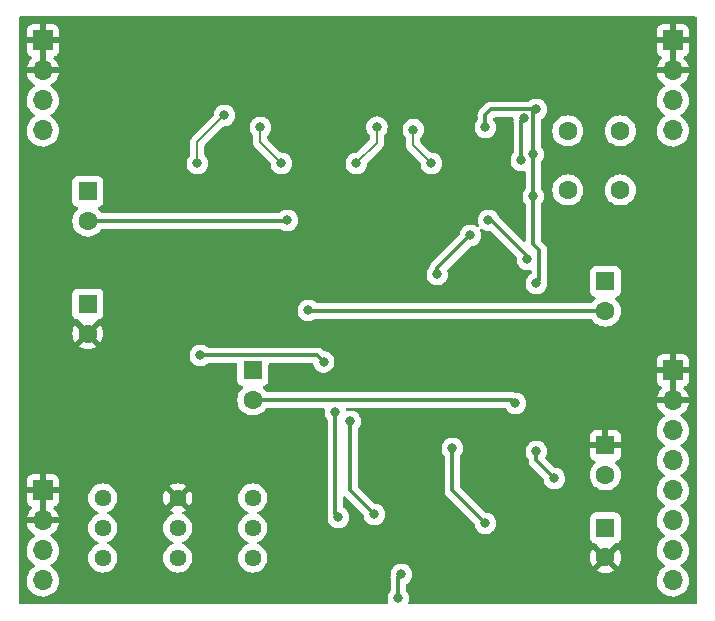
<source format=gbr>
%TF.GenerationSoftware,KiCad,Pcbnew,6.0.7-f9a2dced07~116~ubuntu22.04.1*%
%TF.CreationDate,2022-07-29T17:46:26-04:00*%
%TF.ProjectId,minimoog_LPF,6d696e69-6d6f-46f6-975f-4c50462e6b69,0.1*%
%TF.SameCoordinates,Original*%
%TF.FileFunction,Copper,L2,Bot*%
%TF.FilePolarity,Positive*%
%FSLAX46Y46*%
G04 Gerber Fmt 4.6, Leading zero omitted, Abs format (unit mm)*
G04 Created by KiCad (PCBNEW 6.0.7-f9a2dced07~116~ubuntu22.04.1) date 2022-07-29 17:46:26*
%MOMM*%
%LPD*%
G01*
G04 APERTURE LIST*
%TA.AperFunction,ComponentPad*%
%ADD10R,1.600000X1.600000*%
%TD*%
%TA.AperFunction,ComponentPad*%
%ADD11C,1.600000*%
%TD*%
%TA.AperFunction,ComponentPad*%
%ADD12C,1.440000*%
%TD*%
%TA.AperFunction,ComponentPad*%
%ADD13R,1.700000X1.700000*%
%TD*%
%TA.AperFunction,ComponentPad*%
%ADD14O,1.700000X1.700000*%
%TD*%
%TA.AperFunction,ViaPad*%
%ADD15C,0.800000*%
%TD*%
%TA.AperFunction,Conductor*%
%ADD16C,0.300000*%
%TD*%
%TA.AperFunction,Conductor*%
%ADD17C,0.200000*%
%TD*%
G04 APERTURE END LIST*
D10*
%TO.P,C8,1*%
%TO.N,Net-(C8-Pad1)*%
X140335000Y-104140000D03*
D11*
%TO.P,C8,2*%
%TO.N,/feedback_VCA/SIGNAL_OUT*%
X140335000Y-106640000D03*
%TD*%
D10*
%TO.P,C11,1*%
%TO.N,Net-(C11-Pad1)*%
X170180000Y-96607621D03*
D11*
%TO.P,C11,2*%
%TO.N,/feedback_VCA/WET_IN*%
X170180000Y-99107621D03*
%TD*%
D10*
%TO.P,C7,1*%
%TO.N,Net-(C7-Pad1)*%
X126365000Y-98512621D03*
D11*
%TO.P,C7,2*%
%TO.N,GND*%
X126365000Y-101012621D03*
%TD*%
D12*
%TO.P,RV1,1,1*%
%TO.N,Net-(R1-Pad1)*%
X127635000Y-120015000D03*
%TO.P,RV1,2,2*%
%TO.N,Net-(R2-Pad1)*%
X127635000Y-117475000D03*
%TO.P,RV1,3,3*%
%TO.N,/low_pass_core/FREQ_CV_IN*%
X127635000Y-114935000D03*
%TD*%
D11*
%TO.P,C9,1*%
%TO.N,Net-(C6-Pad2)*%
X171450000Y-83860000D03*
%TO.P,C9,2*%
%TO.N,Net-(C9-Pad2)*%
X171450000Y-88860000D03*
%TD*%
D10*
%TO.P,C2,1*%
%TO.N,Net-(C2-Pad1)*%
X126365000Y-88987621D03*
D11*
%TO.P,C2,2*%
%TO.N,/DRY_SIGNAL*%
X126365000Y-91487621D03*
%TD*%
D10*
%TO.P,C13,1*%
%TO.N,+12V*%
X170180000Y-117475000D03*
D11*
%TO.P,C13,2*%
%TO.N,GND*%
X170180000Y-119975000D03*
%TD*%
D10*
%TO.P,C14,1*%
%TO.N,GND*%
X170180000Y-110490000D03*
D11*
%TO.P,C14,2*%
%TO.N,-12V*%
X170180000Y-112990000D03*
%TD*%
D12*
%TO.P,RV2,1,1*%
%TO.N,+12V*%
X133985000Y-120015000D03*
%TO.P,RV2,2,2*%
%TO.N,Net-(R12-Pad1)*%
X133985000Y-117475000D03*
%TO.P,RV2,3,3*%
%TO.N,GND*%
X133985000Y-114935000D03*
%TD*%
%TO.P,RV3,1,1*%
%TO.N,Net-(R14-Pad1)*%
X140335000Y-120015000D03*
%TO.P,RV3,2,2*%
%TO.N,Net-(Q3-Pad5)*%
X140335000Y-117475000D03*
%TO.P,RV3,3,3*%
%TO.N,Net-(C8-Pad1)*%
X140335000Y-114935000D03*
%TD*%
D11*
%TO.P,C10,1*%
%TO.N,Net-(C10-Pad1)*%
X167005000Y-83860000D03*
%TO.P,C10,2*%
%TO.N,Net-(C10-Pad2)*%
X167005000Y-88860000D03*
%TD*%
D13*
%TO.P,J1,1,Pin_1*%
%TO.N,GND*%
X122555000Y-76200000D03*
D14*
%TO.P,J1,2,Pin_2*%
X122555000Y-78740000D03*
%TO.P,J1,3,Pin_3*%
%TO.N,/DRY_SIGNAL*%
X122555000Y-81280000D03*
%TO.P,J1,4,Pin_4*%
X122555000Y-83820000D03*
%TD*%
D13*
%TO.P,J2,1,Pin_1*%
%TO.N,GND*%
X122555000Y-114300000D03*
D14*
%TO.P,J2,2,Pin_2*%
X122555000Y-116840000D03*
%TO.P,J2,3,Pin_3*%
%TO.N,/low_pass_core/FREQ_CV_IN*%
X122555000Y-119380000D03*
%TO.P,J2,4,Pin_4*%
X122555000Y-121920000D03*
%TD*%
D13*
%TO.P,J3,1,Pin_1*%
%TO.N,GND*%
X175895000Y-76200000D03*
D14*
%TO.P,J3,2,Pin_2*%
X175895000Y-78740000D03*
%TO.P,J3,3,Pin_3*%
%TO.N,/feedback_VCA/WET_IN*%
X175895000Y-81280000D03*
%TO.P,J3,4,Pin_4*%
X175895000Y-83820000D03*
%TD*%
D13*
%TO.P,J4,1,Pin_1*%
%TO.N,GND*%
X175895000Y-104140000D03*
D14*
%TO.P,J4,2,Pin_2*%
X175895000Y-106680000D03*
%TO.P,J4,3,Pin_3*%
%TO.N,/feedback_VCA/CV_IN*%
X175895000Y-109220000D03*
%TO.P,J4,4,Pin_4*%
X175895000Y-111760000D03*
%TO.P,J4,5,Pin_5*%
%TO.N,-12V*%
X175895000Y-114300000D03*
%TO.P,J4,6,Pin_6*%
X175895000Y-116840000D03*
%TO.P,J4,7,Pin_7*%
%TO.N,+12V*%
X175895000Y-119380000D03*
%TO.P,J4,8,Pin_8*%
X175895000Y-121920000D03*
%TD*%
D15*
%TO.N,GND*%
X146685000Y-93980000D03*
X145796000Y-108204000D03*
X165735000Y-119380000D03*
X175895000Y-98425000D03*
X151765000Y-76200000D03*
X172720000Y-92710000D03*
X122555000Y-93980000D03*
X122555000Y-102870000D03*
X131445000Y-93980000D03*
X152146000Y-109220000D03*
X153416000Y-115316000D03*
X146685000Y-100965000D03*
X131445000Y-78740000D03*
X130810000Y-102870000D03*
X134112000Y-89408000D03*
X161925000Y-76200000D03*
X157988000Y-117856000D03*
X155194000Y-121158000D03*
X166370000Y-105410000D03*
X159766000Y-108204000D03*
X140970000Y-93980000D03*
X127635000Y-83185000D03*
X152908000Y-102108000D03*
X140970000Y-89408000D03*
X146685000Y-89535000D03*
X140970000Y-99060000D03*
X166370000Y-100965000D03*
X123825000Y-109220000D03*
X158750000Y-100965000D03*
X157226000Y-87122000D03*
X136398000Y-106172000D03*
X166116000Y-94488000D03*
X130810000Y-109220000D03*
X144018000Y-76200000D03*
%TO.N,+12V*%
X160020000Y-83566000D03*
X152654000Y-123444000D03*
X152908000Y-121412000D03*
X164084000Y-85852000D03*
X164338000Y-96774000D03*
X165862000Y-113284000D03*
X164084000Y-89408000D03*
X164338000Y-82042000D03*
X164338000Y-110998000D03*
%TO.N,-12V*%
X135890000Y-102870000D03*
X146335500Y-103409500D03*
%TO.N,/DRY_SIGNAL*%
X143256000Y-91440000D03*
%TO.N,/feedback_VCA/SIGNAL_OUT*%
X162560000Y-106934000D03*
%TO.N,/feedback_VCA/WET_IN*%
X145034000Y-99060000D03*
%TO.N,Net-(C12-Pad2)*%
X147320000Y-107696000D03*
X147574000Y-116586000D03*
%TO.N,Net-(C11-Pad1)*%
X163576000Y-94742000D03*
X160289000Y-91425000D03*
%TO.N,Net-(C23-Pad1)*%
X150622000Y-116332000D03*
X148590000Y-108458000D03*
%TO.N,Net-(C23-Pad2)*%
X157226000Y-110744000D03*
X160020000Y-117094000D03*
%TO.N,Net-(Q4-Pad2)*%
X140970000Y-83566000D03*
X142748000Y-86614000D03*
%TO.N,Net-(Q5-Pad2)*%
X150844000Y-83534000D03*
X149098000Y-86614000D03*
%TO.N,Net-(Q3-Pad1)*%
X137922000Y-82550000D03*
X135636000Y-86614000D03*
%TO.N,Net-(Q6-Pad2)*%
X155448000Y-86614000D03*
X153924000Y-83756000D03*
%TO.N,Net-(Q7-Pad2)*%
X163322000Y-82791500D03*
X163068000Y-86360000D03*
%TO.N,Net-(Q9-Pad1)*%
X158750000Y-92710000D03*
X155956000Y-96012000D03*
%TD*%
D16*
%TO.N,+12V*%
X164084000Y-93472000D02*
X164592000Y-93980000D01*
X164084000Y-82296000D02*
X164338000Y-82042000D01*
X160020000Y-82550000D02*
X160528000Y-82042000D01*
X160020000Y-83566000D02*
X160020000Y-82550000D01*
X152654000Y-123444000D02*
X152654000Y-121666000D01*
X152654000Y-121666000D02*
X152908000Y-121412000D01*
X164084000Y-85852000D02*
X164084000Y-82296000D01*
X164338000Y-111760000D02*
X165862000Y-113284000D01*
X164338000Y-110998000D02*
X164338000Y-111760000D01*
X164592000Y-93980000D02*
X164592000Y-96520000D01*
X164592000Y-96520000D02*
X164338000Y-96774000D01*
X160528000Y-82042000D02*
X164338000Y-82042000D01*
X164084000Y-89408000D02*
X164084000Y-93472000D01*
X164084000Y-89408000D02*
X164084000Y-85852000D01*
%TO.N,-12V*%
X145796000Y-102870000D02*
X146335500Y-103409500D01*
X135890000Y-102870000D02*
X145796000Y-102870000D01*
%TO.N,/DRY_SIGNAL*%
X143208379Y-91487621D02*
X126365000Y-91487621D01*
X143256000Y-91440000D02*
X143208379Y-91487621D01*
%TO.N,/feedback_VCA/SIGNAL_OUT*%
X162266000Y-106640000D02*
X162560000Y-106934000D01*
X140335000Y-106640000D02*
X162266000Y-106640000D01*
%TO.N,/feedback_VCA/WET_IN*%
X145034000Y-99060000D02*
X145081621Y-99107621D01*
X145081621Y-99107621D02*
X170180000Y-99107621D01*
%TO.N,Net-(C12-Pad2)*%
X147320000Y-116332000D02*
X147320000Y-107696000D01*
X147574000Y-116586000D02*
X147320000Y-116332000D01*
%TO.N,Net-(C11-Pad1)*%
X163576000Y-94488000D02*
X163576000Y-94742000D01*
X160289000Y-91425000D02*
X160513000Y-91425000D01*
X160513000Y-91425000D02*
X163576000Y-94488000D01*
%TO.N,Net-(C23-Pad1)*%
X148590000Y-114300000D02*
X148590000Y-108458000D01*
X150622000Y-116332000D02*
X148590000Y-114300000D01*
%TO.N,Net-(C23-Pad2)*%
X157226000Y-114300000D02*
X160020000Y-117094000D01*
X157226000Y-110744000D02*
X157226000Y-114300000D01*
D17*
%TO.N,Net-(Q4-Pad2)*%
X142748000Y-86614000D02*
X140970000Y-84836000D01*
X140970000Y-84836000D02*
X140970000Y-83566000D01*
%TO.N,Net-(Q5-Pad2)*%
X150844000Y-84868000D02*
X150844000Y-83534000D01*
X149098000Y-86614000D02*
X150844000Y-84868000D01*
%TO.N,Net-(Q3-Pad1)*%
X137922000Y-82550000D02*
X135636000Y-84836000D01*
X135636000Y-84836000D02*
X135636000Y-86614000D01*
%TO.N,Net-(Q6-Pad2)*%
X155448000Y-86614000D02*
X153924000Y-85090000D01*
X153924000Y-85090000D02*
X153924000Y-83756000D01*
D16*
%TO.N,Net-(Q7-Pad2)*%
X163068000Y-86360000D02*
X163068000Y-83045500D01*
X163068000Y-83045500D02*
X163322000Y-82791500D01*
%TO.N,Net-(Q9-Pad1)*%
X155956000Y-95504000D02*
X155956000Y-96012000D01*
X158750000Y-92710000D02*
X155956000Y-95504000D01*
%TD*%
%TA.AperFunction,Conductor*%
%TO.N,GND*%
G36*
X177868621Y-74188502D02*
G01*
X177915114Y-74242158D01*
X177926500Y-74294500D01*
X177926500Y-123825500D01*
X177906498Y-123893621D01*
X177852842Y-123940114D01*
X177800500Y-123951500D01*
X153617780Y-123951500D01*
X153549659Y-123931498D01*
X153503166Y-123877842D01*
X153493062Y-123807568D01*
X153497947Y-123786563D01*
X153545503Y-123640203D01*
X153547542Y-123633928D01*
X153567504Y-123444000D01*
X153566814Y-123437435D01*
X153548232Y-123260635D01*
X153548232Y-123260633D01*
X153547542Y-123254072D01*
X153488527Y-123072444D01*
X153393040Y-122907056D01*
X153344864Y-122853551D01*
X153314146Y-122789544D01*
X153312500Y-122769241D01*
X153312500Y-122305235D01*
X153332502Y-122237114D01*
X153366135Y-122205022D01*
X153364752Y-122203118D01*
X153486356Y-122114767D01*
X153519253Y-122090866D01*
X153610156Y-121989908D01*
X153642621Y-121953852D01*
X153642622Y-121953851D01*
X153647040Y-121948944D01*
X153682980Y-121886695D01*
X174532251Y-121886695D01*
X174532548Y-121891848D01*
X174532548Y-121891851D01*
X174538011Y-121986590D01*
X174545110Y-122109715D01*
X174546247Y-122114761D01*
X174546248Y-122114767D01*
X174566589Y-122205022D01*
X174594222Y-122327639D01*
X174678266Y-122534616D01*
X174794987Y-122725088D01*
X174941250Y-122893938D01*
X175113126Y-123036632D01*
X175306000Y-123149338D01*
X175514692Y-123229030D01*
X175519760Y-123230061D01*
X175519763Y-123230062D01*
X175606919Y-123247794D01*
X175733597Y-123273567D01*
X175738772Y-123273757D01*
X175738774Y-123273757D01*
X175951673Y-123281564D01*
X175951677Y-123281564D01*
X175956837Y-123281753D01*
X175961957Y-123281097D01*
X175961959Y-123281097D01*
X176173288Y-123254025D01*
X176173289Y-123254025D01*
X176178416Y-123253368D01*
X176196995Y-123247794D01*
X176387429Y-123190661D01*
X176387434Y-123190659D01*
X176392384Y-123189174D01*
X176592994Y-123090896D01*
X176774860Y-122961173D01*
X176823429Y-122912774D01*
X176899104Y-122837362D01*
X176933096Y-122803489D01*
X176943117Y-122789544D01*
X177060435Y-122626277D01*
X177063453Y-122622077D01*
X177162430Y-122421811D01*
X177197849Y-122305235D01*
X177225865Y-122213023D01*
X177225865Y-122213021D01*
X177227370Y-122208069D01*
X177256529Y-121986590D01*
X177258156Y-121920000D01*
X177239852Y-121697361D01*
X177185431Y-121480702D01*
X177096354Y-121275840D01*
X176975014Y-121088277D01*
X176824670Y-120923051D01*
X176820619Y-120919852D01*
X176820615Y-120919848D01*
X176653414Y-120787800D01*
X176653410Y-120787798D01*
X176649359Y-120784598D01*
X176608053Y-120761796D01*
X176558084Y-120711364D01*
X176543312Y-120641921D01*
X176568428Y-120575516D01*
X176595780Y-120548909D01*
X176659441Y-120503500D01*
X176774860Y-120421173D01*
X176933096Y-120263489D01*
X176953958Y-120234457D01*
X177060435Y-120086277D01*
X177063453Y-120082077D01*
X177093899Y-120020475D01*
X177160136Y-119886453D01*
X177160137Y-119886451D01*
X177162430Y-119881811D01*
X177227370Y-119668069D01*
X177256529Y-119446590D01*
X177257585Y-119403385D01*
X177258074Y-119383365D01*
X177258074Y-119383361D01*
X177258156Y-119380000D01*
X177239852Y-119157361D01*
X177185431Y-118940702D01*
X177096354Y-118735840D01*
X176975014Y-118548277D01*
X176824670Y-118383051D01*
X176820619Y-118379852D01*
X176820615Y-118379848D01*
X176653414Y-118247800D01*
X176653410Y-118247798D01*
X176649359Y-118244598D01*
X176608053Y-118221796D01*
X176558084Y-118171364D01*
X176543312Y-118101921D01*
X176568428Y-118035516D01*
X176595780Y-118008909D01*
X176664195Y-117960109D01*
X176774860Y-117881173D01*
X176933096Y-117723489D01*
X176953958Y-117694457D01*
X177060435Y-117546277D01*
X177063453Y-117542077D01*
X177093899Y-117480475D01*
X177160136Y-117346453D01*
X177160137Y-117346451D01*
X177162430Y-117341811D01*
X177227370Y-117128069D01*
X177256529Y-116906590D01*
X177257589Y-116863226D01*
X177258074Y-116843365D01*
X177258074Y-116843361D01*
X177258156Y-116840000D01*
X177239852Y-116617361D01*
X177185431Y-116400702D01*
X177096354Y-116195840D01*
X176975014Y-116008277D01*
X176824670Y-115843051D01*
X176820619Y-115839852D01*
X176820615Y-115839848D01*
X176653414Y-115707800D01*
X176653410Y-115707798D01*
X176649359Y-115704598D01*
X176608053Y-115681796D01*
X176558084Y-115631364D01*
X176543312Y-115561921D01*
X176568428Y-115495516D01*
X176595780Y-115468909D01*
X176659441Y-115423500D01*
X176774860Y-115341173D01*
X176933096Y-115183489D01*
X176953958Y-115154457D01*
X177060435Y-115006277D01*
X177063453Y-115002077D01*
X177093899Y-114940475D01*
X177160136Y-114806453D01*
X177160137Y-114806451D01*
X177162430Y-114801811D01*
X177227370Y-114588069D01*
X177256529Y-114366590D01*
X177256892Y-114351727D01*
X177258074Y-114303365D01*
X177258074Y-114303361D01*
X177258156Y-114300000D01*
X177239852Y-114077361D01*
X177185431Y-113860702D01*
X177096354Y-113655840D01*
X176982732Y-113480207D01*
X176977822Y-113472617D01*
X176977820Y-113472614D01*
X176975014Y-113468277D01*
X176824670Y-113303051D01*
X176820619Y-113299852D01*
X176820615Y-113299848D01*
X176653414Y-113167800D01*
X176653410Y-113167798D01*
X176649359Y-113164598D01*
X176608053Y-113141796D01*
X176558084Y-113091364D01*
X176543312Y-113021921D01*
X176568428Y-112955516D01*
X176595780Y-112928909D01*
X176639603Y-112897650D01*
X176774860Y-112801173D01*
X176814258Y-112761913D01*
X176929435Y-112647137D01*
X176933096Y-112643489D01*
X176992594Y-112560689D01*
X177060435Y-112466277D01*
X177063453Y-112462077D01*
X177116128Y-112355498D01*
X177160136Y-112266453D01*
X177160137Y-112266451D01*
X177162430Y-112261811D01*
X177227370Y-112048069D01*
X177256529Y-111826590D01*
X177256944Y-111809617D01*
X177258074Y-111763365D01*
X177258074Y-111763361D01*
X177258156Y-111760000D01*
X177239852Y-111537361D01*
X177185431Y-111320702D01*
X177096354Y-111115840D01*
X177015873Y-110991435D01*
X176977822Y-110932617D01*
X176977820Y-110932614D01*
X176975014Y-110928277D01*
X176824670Y-110763051D01*
X176820619Y-110759852D01*
X176820615Y-110759848D01*
X176653414Y-110627800D01*
X176653410Y-110627798D01*
X176649359Y-110624598D01*
X176608053Y-110601796D01*
X176558084Y-110551364D01*
X176543312Y-110481921D01*
X176568428Y-110415516D01*
X176595780Y-110388909D01*
X176639603Y-110357650D01*
X176774860Y-110261173D01*
X176823429Y-110212774D01*
X176856209Y-110180107D01*
X176933096Y-110103489D01*
X176992594Y-110020689D01*
X177060435Y-109926277D01*
X177063453Y-109922077D01*
X177162430Y-109721811D01*
X177227370Y-109508069D01*
X177256529Y-109286590D01*
X177258156Y-109220000D01*
X177239852Y-108997361D01*
X177185431Y-108780702D01*
X177096354Y-108575840D01*
X176975014Y-108388277D01*
X176824670Y-108223051D01*
X176820619Y-108219852D01*
X176820615Y-108219848D01*
X176653414Y-108087800D01*
X176653410Y-108087798D01*
X176649359Y-108084598D01*
X176607569Y-108061529D01*
X176557598Y-108011097D01*
X176542826Y-107941654D01*
X176567942Y-107875248D01*
X176595294Y-107848641D01*
X176770328Y-107723792D01*
X176778200Y-107717139D01*
X176929052Y-107566812D01*
X176935730Y-107558965D01*
X177060003Y-107386020D01*
X177065313Y-107377183D01*
X177159670Y-107186267D01*
X177163469Y-107176672D01*
X177225377Y-106972910D01*
X177227555Y-106962837D01*
X177228986Y-106951962D01*
X177226775Y-106937778D01*
X177213617Y-106934000D01*
X174578225Y-106934000D01*
X174564694Y-106937973D01*
X174563257Y-106947966D01*
X174593565Y-107082446D01*
X174596645Y-107092275D01*
X174676770Y-107289603D01*
X174681413Y-107298794D01*
X174792694Y-107480388D01*
X174798777Y-107488699D01*
X174938213Y-107649667D01*
X174945580Y-107656883D01*
X175109434Y-107792916D01*
X175117881Y-107798831D01*
X175186969Y-107839203D01*
X175235693Y-107890842D01*
X175248764Y-107960625D01*
X175222033Y-108026396D01*
X175181584Y-108059752D01*
X175168607Y-108066507D01*
X175164474Y-108069610D01*
X175164471Y-108069612D01*
X174994100Y-108197530D01*
X174989965Y-108200635D01*
X174986393Y-108204373D01*
X174846793Y-108350456D01*
X174835629Y-108362138D01*
X174709743Y-108546680D01*
X174615688Y-108749305D01*
X174555989Y-108964570D01*
X174532251Y-109186695D01*
X174532548Y-109191848D01*
X174532548Y-109191851D01*
X174538011Y-109286590D01*
X174545110Y-109409715D01*
X174546247Y-109414761D01*
X174546248Y-109414767D01*
X174554627Y-109451946D01*
X174594222Y-109627639D01*
X174678266Y-109834616D01*
X174680965Y-109839020D01*
X174753118Y-109956763D01*
X174794987Y-110025088D01*
X174941250Y-110193938D01*
X175113126Y-110336632D01*
X175174411Y-110372444D01*
X175186445Y-110379476D01*
X175235169Y-110431114D01*
X175248240Y-110500897D01*
X175221509Y-110566669D01*
X175181055Y-110600027D01*
X175168607Y-110606507D01*
X175164474Y-110609610D01*
X175164471Y-110609612D01*
X174994227Y-110737435D01*
X174989965Y-110740635D01*
X174835629Y-110902138D01*
X174709743Y-111086680D01*
X174615688Y-111289305D01*
X174555989Y-111504570D01*
X174532251Y-111726695D01*
X174532548Y-111731848D01*
X174532548Y-111731851D01*
X174538011Y-111826590D01*
X174545110Y-111949715D01*
X174546247Y-111954761D01*
X174546248Y-111954767D01*
X174556348Y-111999581D01*
X174594222Y-112167639D01*
X174632461Y-112261811D01*
X174663640Y-112338595D01*
X174678266Y-112374616D01*
X174680965Y-112379020D01*
X174753118Y-112496763D01*
X174794987Y-112565088D01*
X174941250Y-112733938D01*
X175113126Y-112876632D01*
X175174411Y-112912444D01*
X175186445Y-112919476D01*
X175235169Y-112971114D01*
X175248240Y-113040897D01*
X175221509Y-113106669D01*
X175181055Y-113140027D01*
X175168607Y-113146507D01*
X175164474Y-113149610D01*
X175164471Y-113149612D01*
X174994227Y-113277435D01*
X174989965Y-113280635D01*
X174835629Y-113442138D01*
X174709743Y-113626680D01*
X174694003Y-113660590D01*
X174640349Y-113776178D01*
X174615688Y-113829305D01*
X174555989Y-114044570D01*
X174532251Y-114266695D01*
X174532548Y-114271848D01*
X174532548Y-114271851D01*
X174538011Y-114366590D01*
X174545110Y-114489715D01*
X174546247Y-114494761D01*
X174546248Y-114494767D01*
X174560606Y-114558475D01*
X174594222Y-114707639D01*
X174678266Y-114914616D01*
X174794987Y-115105088D01*
X174941250Y-115273938D01*
X175113126Y-115416632D01*
X175183595Y-115457811D01*
X175186445Y-115459476D01*
X175235169Y-115511114D01*
X175248240Y-115580897D01*
X175221509Y-115646669D01*
X175181055Y-115680027D01*
X175168607Y-115686507D01*
X175164474Y-115689610D01*
X175164471Y-115689612D01*
X175024033Y-115795056D01*
X174989965Y-115820635D01*
X174986393Y-115824373D01*
X174842402Y-115975051D01*
X174835629Y-115982138D01*
X174832715Y-115986410D01*
X174832714Y-115986411D01*
X174823864Y-115999385D01*
X174709743Y-116166680D01*
X174683213Y-116223834D01*
X174628204Y-116342342D01*
X174615688Y-116369305D01*
X174555989Y-116584570D01*
X174532251Y-116806695D01*
X174532548Y-116811848D01*
X174532548Y-116811851D01*
X174538011Y-116906590D01*
X174545110Y-117029715D01*
X174546247Y-117034761D01*
X174546248Y-117034767D01*
X174566765Y-117125803D01*
X174594222Y-117247639D01*
X174678266Y-117454616D01*
X174701866Y-117493128D01*
X174786320Y-117630944D01*
X174794987Y-117645088D01*
X174941250Y-117813938D01*
X175113126Y-117956632D01*
X175123671Y-117962794D01*
X175186445Y-117999476D01*
X175235169Y-118051114D01*
X175248240Y-118120897D01*
X175221509Y-118186669D01*
X175181055Y-118220027D01*
X175168607Y-118226507D01*
X175164474Y-118229610D01*
X175164471Y-118229612D01*
X175035387Y-118326531D01*
X174989965Y-118360635D01*
X174835629Y-118522138D01*
X174709743Y-118706680D01*
X174674062Y-118783549D01*
X174619342Y-118901434D01*
X174615688Y-118909305D01*
X174555989Y-119124570D01*
X174532251Y-119346695D01*
X174532548Y-119351848D01*
X174532548Y-119351851D01*
X174544812Y-119564547D01*
X174545110Y-119569715D01*
X174546247Y-119574761D01*
X174546248Y-119574767D01*
X174554322Y-119610592D01*
X174594222Y-119787639D01*
X174678266Y-119994616D01*
X174794987Y-120185088D01*
X174941250Y-120353938D01*
X175113126Y-120496632D01*
X175183595Y-120537811D01*
X175186445Y-120539476D01*
X175235169Y-120591114D01*
X175248240Y-120660897D01*
X175221509Y-120726669D01*
X175181055Y-120760027D01*
X175168607Y-120766507D01*
X175164474Y-120769610D01*
X175164471Y-120769612D01*
X175024033Y-120875056D01*
X174989965Y-120900635D01*
X174835629Y-121062138D01*
X174709743Y-121246680D01*
X174694003Y-121280590D01*
X174636052Y-121405435D01*
X174615688Y-121449305D01*
X174555989Y-121664570D01*
X174532251Y-121886695D01*
X153682980Y-121886695D01*
X153742527Y-121783556D01*
X153801542Y-121601928D01*
X153817059Y-121454297D01*
X153820814Y-121418565D01*
X153820814Y-121418564D01*
X153821504Y-121412000D01*
X153820814Y-121405435D01*
X153802232Y-121228635D01*
X153802232Y-121228633D01*
X153801542Y-121222072D01*
X153749226Y-121061062D01*
X169458493Y-121061062D01*
X169467789Y-121073077D01*
X169518994Y-121108931D01*
X169528489Y-121114414D01*
X169725947Y-121206490D01*
X169736239Y-121210236D01*
X169946688Y-121266625D01*
X169957481Y-121268528D01*
X170174525Y-121287517D01*
X170185475Y-121287517D01*
X170402519Y-121268528D01*
X170413312Y-121266625D01*
X170623761Y-121210236D01*
X170634053Y-121206490D01*
X170831511Y-121114414D01*
X170841006Y-121108931D01*
X170893048Y-121072491D01*
X170901424Y-121062012D01*
X170894356Y-121048566D01*
X170192812Y-120347022D01*
X170178868Y-120339408D01*
X170177035Y-120339539D01*
X170170420Y-120343790D01*
X169464923Y-121049287D01*
X169458493Y-121061062D01*
X153749226Y-121061062D01*
X153742527Y-121040444D01*
X153647040Y-120875056D01*
X153589883Y-120811576D01*
X153523675Y-120738045D01*
X153523674Y-120738044D01*
X153519253Y-120733134D01*
X153407303Y-120651797D01*
X153370094Y-120624763D01*
X153370093Y-120624762D01*
X153364752Y-120620882D01*
X153358724Y-120618198D01*
X153358722Y-120618197D01*
X153196319Y-120545891D01*
X153196318Y-120545891D01*
X153190288Y-120543206D01*
X153096887Y-120523353D01*
X153009944Y-120504872D01*
X153009939Y-120504872D01*
X153003487Y-120503500D01*
X152812513Y-120503500D01*
X152806061Y-120504872D01*
X152806056Y-120504872D01*
X152719113Y-120523353D01*
X152625712Y-120543206D01*
X152619682Y-120545891D01*
X152619681Y-120545891D01*
X152457278Y-120618197D01*
X152457276Y-120618198D01*
X152451248Y-120620882D01*
X152445907Y-120624762D01*
X152445906Y-120624763D01*
X152408697Y-120651797D01*
X152296747Y-120733134D01*
X152292326Y-120738044D01*
X152292325Y-120738045D01*
X152226118Y-120811576D01*
X152168960Y-120875056D01*
X152073473Y-121040444D01*
X152014458Y-121222072D01*
X152013768Y-121228633D01*
X152013768Y-121228635D01*
X151995186Y-121405435D01*
X151994496Y-121412000D01*
X152005157Y-121513432D01*
X152001888Y-121557931D01*
X151995500Y-121582812D01*
X151995500Y-121604259D01*
X151993949Y-121623969D01*
X151990594Y-121645152D01*
X151991340Y-121653043D01*
X151994941Y-121691138D01*
X151995500Y-121702996D01*
X151995500Y-122769241D01*
X151975498Y-122837362D01*
X151963136Y-122853551D01*
X151914960Y-122907056D01*
X151819473Y-123072444D01*
X151760458Y-123254072D01*
X151759768Y-123260633D01*
X151759768Y-123260635D01*
X151741186Y-123437435D01*
X151740496Y-123444000D01*
X151760458Y-123633928D01*
X151762497Y-123640203D01*
X151810053Y-123786563D01*
X151812081Y-123857531D01*
X151775418Y-123918329D01*
X151711706Y-123949655D01*
X151690220Y-123951500D01*
X120649500Y-123951500D01*
X120581379Y-123931498D01*
X120534886Y-123877842D01*
X120523500Y-123825500D01*
X120523500Y-121886695D01*
X121192251Y-121886695D01*
X121192548Y-121891848D01*
X121192548Y-121891851D01*
X121198011Y-121986590D01*
X121205110Y-122109715D01*
X121206247Y-122114761D01*
X121206248Y-122114767D01*
X121226589Y-122205022D01*
X121254222Y-122327639D01*
X121338266Y-122534616D01*
X121454987Y-122725088D01*
X121601250Y-122893938D01*
X121773126Y-123036632D01*
X121966000Y-123149338D01*
X122174692Y-123229030D01*
X122179760Y-123230061D01*
X122179763Y-123230062D01*
X122266919Y-123247794D01*
X122393597Y-123273567D01*
X122398772Y-123273757D01*
X122398774Y-123273757D01*
X122611673Y-123281564D01*
X122611677Y-123281564D01*
X122616837Y-123281753D01*
X122621957Y-123281097D01*
X122621959Y-123281097D01*
X122833288Y-123254025D01*
X122833289Y-123254025D01*
X122838416Y-123253368D01*
X122856995Y-123247794D01*
X123047429Y-123190661D01*
X123047434Y-123190659D01*
X123052384Y-123189174D01*
X123252994Y-123090896D01*
X123434860Y-122961173D01*
X123483429Y-122912774D01*
X123559104Y-122837362D01*
X123593096Y-122803489D01*
X123603117Y-122789544D01*
X123720435Y-122626277D01*
X123723453Y-122622077D01*
X123822430Y-122421811D01*
X123857849Y-122305235D01*
X123885865Y-122213023D01*
X123885865Y-122213021D01*
X123887370Y-122208069D01*
X123916529Y-121986590D01*
X123918156Y-121920000D01*
X123899852Y-121697361D01*
X123845431Y-121480702D01*
X123756354Y-121275840D01*
X123635014Y-121088277D01*
X123484670Y-120923051D01*
X123480619Y-120919852D01*
X123480615Y-120919848D01*
X123313414Y-120787800D01*
X123313410Y-120787798D01*
X123309359Y-120784598D01*
X123268053Y-120761796D01*
X123218084Y-120711364D01*
X123203312Y-120641921D01*
X123228428Y-120575516D01*
X123255780Y-120548909D01*
X123319441Y-120503500D01*
X123434860Y-120421173D01*
X123593096Y-120263489D01*
X123613958Y-120234457D01*
X123720435Y-120086277D01*
X123723453Y-120082077D01*
X123753899Y-120020475D01*
X123756605Y-120015000D01*
X126401807Y-120015000D01*
X126420542Y-120229142D01*
X126421966Y-120234455D01*
X126421966Y-120234457D01*
X126471351Y-120418761D01*
X126476178Y-120436777D01*
X126478500Y-120441757D01*
X126478501Y-120441759D01*
X126563838Y-120624763D01*
X126567024Y-120631596D01*
X126690319Y-120807681D01*
X126842319Y-120959681D01*
X127018403Y-121082976D01*
X127023381Y-121085297D01*
X127023384Y-121085299D01*
X127208241Y-121171499D01*
X127213223Y-121173822D01*
X127218531Y-121175244D01*
X127218533Y-121175245D01*
X127415543Y-121228034D01*
X127415545Y-121228034D01*
X127420858Y-121229458D01*
X127635000Y-121248193D01*
X127849142Y-121229458D01*
X127854455Y-121228034D01*
X127854457Y-121228034D01*
X128051467Y-121175245D01*
X128051469Y-121175244D01*
X128056777Y-121173822D01*
X128061759Y-121171499D01*
X128246616Y-121085299D01*
X128246619Y-121085297D01*
X128251597Y-121082976D01*
X128427681Y-120959681D01*
X128579681Y-120807681D01*
X128702976Y-120631596D01*
X128706163Y-120624763D01*
X128791499Y-120441759D01*
X128791500Y-120441757D01*
X128793822Y-120436777D01*
X128798650Y-120418761D01*
X128848034Y-120234457D01*
X128848034Y-120234455D01*
X128849458Y-120229142D01*
X128868193Y-120015000D01*
X132751807Y-120015000D01*
X132770542Y-120229142D01*
X132771966Y-120234455D01*
X132771966Y-120234457D01*
X132821351Y-120418761D01*
X132826178Y-120436777D01*
X132828500Y-120441757D01*
X132828501Y-120441759D01*
X132913838Y-120624763D01*
X132917024Y-120631596D01*
X133040319Y-120807681D01*
X133192319Y-120959681D01*
X133368403Y-121082976D01*
X133373381Y-121085297D01*
X133373384Y-121085299D01*
X133558241Y-121171499D01*
X133563223Y-121173822D01*
X133568531Y-121175244D01*
X133568533Y-121175245D01*
X133765543Y-121228034D01*
X133765545Y-121228034D01*
X133770858Y-121229458D01*
X133985000Y-121248193D01*
X134199142Y-121229458D01*
X134204455Y-121228034D01*
X134204457Y-121228034D01*
X134401467Y-121175245D01*
X134401469Y-121175244D01*
X134406777Y-121173822D01*
X134411759Y-121171499D01*
X134596616Y-121085299D01*
X134596619Y-121085297D01*
X134601597Y-121082976D01*
X134777681Y-120959681D01*
X134929681Y-120807681D01*
X135052976Y-120631596D01*
X135056163Y-120624763D01*
X135141499Y-120441759D01*
X135141500Y-120441757D01*
X135143822Y-120436777D01*
X135148650Y-120418761D01*
X135198034Y-120234457D01*
X135198034Y-120234455D01*
X135199458Y-120229142D01*
X135218193Y-120015000D01*
X139101807Y-120015000D01*
X139120542Y-120229142D01*
X139121966Y-120234455D01*
X139121966Y-120234457D01*
X139171351Y-120418761D01*
X139176178Y-120436777D01*
X139178500Y-120441757D01*
X139178501Y-120441759D01*
X139263838Y-120624763D01*
X139267024Y-120631596D01*
X139390319Y-120807681D01*
X139542319Y-120959681D01*
X139718403Y-121082976D01*
X139723381Y-121085297D01*
X139723384Y-121085299D01*
X139908241Y-121171499D01*
X139913223Y-121173822D01*
X139918531Y-121175244D01*
X139918533Y-121175245D01*
X140115543Y-121228034D01*
X140115545Y-121228034D01*
X140120858Y-121229458D01*
X140335000Y-121248193D01*
X140549142Y-121229458D01*
X140554455Y-121228034D01*
X140554457Y-121228034D01*
X140751467Y-121175245D01*
X140751469Y-121175244D01*
X140756777Y-121173822D01*
X140761759Y-121171499D01*
X140946616Y-121085299D01*
X140946619Y-121085297D01*
X140951597Y-121082976D01*
X141127681Y-120959681D01*
X141279681Y-120807681D01*
X141402976Y-120631596D01*
X141406163Y-120624763D01*
X141491499Y-120441759D01*
X141491500Y-120441757D01*
X141493822Y-120436777D01*
X141498650Y-120418761D01*
X141548034Y-120234457D01*
X141548034Y-120234455D01*
X141549458Y-120229142D01*
X141568193Y-120015000D01*
X141565172Y-119980475D01*
X168867483Y-119980475D01*
X168886472Y-120197519D01*
X168888375Y-120208312D01*
X168944764Y-120418761D01*
X168948510Y-120429053D01*
X169040586Y-120626511D01*
X169046069Y-120636006D01*
X169082509Y-120688048D01*
X169092988Y-120696424D01*
X169106434Y-120689356D01*
X169807978Y-119987812D01*
X169814356Y-119976132D01*
X170544408Y-119976132D01*
X170544539Y-119977965D01*
X170548790Y-119984580D01*
X171254287Y-120690077D01*
X171266062Y-120696507D01*
X171278077Y-120687211D01*
X171313931Y-120636006D01*
X171319414Y-120626511D01*
X171411490Y-120429053D01*
X171415236Y-120418761D01*
X171471625Y-120208312D01*
X171473528Y-120197519D01*
X171492517Y-119980475D01*
X171492517Y-119969525D01*
X171473528Y-119752481D01*
X171471625Y-119741688D01*
X171415236Y-119531239D01*
X171411490Y-119520947D01*
X171319414Y-119323489D01*
X171313931Y-119313994D01*
X171277491Y-119261952D01*
X171267012Y-119253576D01*
X171253566Y-119260644D01*
X170552022Y-119962188D01*
X170544408Y-119976132D01*
X169814356Y-119976132D01*
X169815592Y-119973868D01*
X169815461Y-119972035D01*
X169811210Y-119965420D01*
X169105713Y-119259923D01*
X169093938Y-119253493D01*
X169081923Y-119262789D01*
X169046069Y-119313994D01*
X169040586Y-119323489D01*
X168948510Y-119520947D01*
X168944764Y-119531239D01*
X168888375Y-119741688D01*
X168886472Y-119752481D01*
X168867483Y-119969525D01*
X168867483Y-119980475D01*
X141565172Y-119980475D01*
X141549458Y-119800858D01*
X141548034Y-119795543D01*
X141495245Y-119598533D01*
X141495244Y-119598531D01*
X141493822Y-119593223D01*
X141425446Y-119446590D01*
X141405299Y-119403385D01*
X141405297Y-119403382D01*
X141402976Y-119398404D01*
X141279681Y-119222319D01*
X141127681Y-119070319D01*
X140951597Y-118947024D01*
X140946619Y-118944703D01*
X140946616Y-118944701D01*
X140763247Y-118859195D01*
X140709962Y-118812278D01*
X140690501Y-118744000D01*
X140711043Y-118676041D01*
X140763247Y-118630805D01*
X140946616Y-118545299D01*
X140946619Y-118545297D01*
X140951597Y-118542976D01*
X141127681Y-118419681D01*
X141224228Y-118323134D01*
X168871500Y-118323134D01*
X168878255Y-118385316D01*
X168929385Y-118521705D01*
X169016739Y-118638261D01*
X169133295Y-118725615D01*
X169269684Y-118776745D01*
X169313252Y-118781478D01*
X169328486Y-118783133D01*
X169328489Y-118783133D01*
X169331866Y-118783500D01*
X169335185Y-118783500D01*
X169402110Y-118807153D01*
X169437804Y-118853156D01*
X169439734Y-118852141D01*
X169445442Y-118863000D01*
X169445632Y-118863245D01*
X169445653Y-118863403D01*
X169465644Y-118901434D01*
X170167188Y-119602978D01*
X170181132Y-119610592D01*
X170182965Y-119610461D01*
X170189580Y-119606210D01*
X170895077Y-118900713D01*
X170917871Y-118858971D01*
X170920047Y-118848971D01*
X170970253Y-118798773D01*
X171023814Y-118783549D01*
X171024719Y-118783500D01*
X171028134Y-118783500D01*
X171031530Y-118783131D01*
X171031532Y-118783131D01*
X171043879Y-118781790D01*
X171090316Y-118776745D01*
X171226705Y-118725615D01*
X171343261Y-118638261D01*
X171430615Y-118521705D01*
X171481745Y-118385316D01*
X171488500Y-118323134D01*
X171488500Y-116626866D01*
X171481745Y-116564684D01*
X171430615Y-116428295D01*
X171343261Y-116311739D01*
X171226705Y-116224385D01*
X171090316Y-116173255D01*
X171028134Y-116166500D01*
X169331866Y-116166500D01*
X169269684Y-116173255D01*
X169133295Y-116224385D01*
X169016739Y-116311739D01*
X168929385Y-116428295D01*
X168878255Y-116564684D01*
X168871500Y-116626866D01*
X168871500Y-118323134D01*
X141224228Y-118323134D01*
X141279681Y-118267681D01*
X141402976Y-118091596D01*
X141420529Y-118053955D01*
X141491499Y-117901759D01*
X141491500Y-117901757D01*
X141493822Y-117896777D01*
X141497302Y-117883792D01*
X141548034Y-117694457D01*
X141548034Y-117694455D01*
X141549458Y-117689142D01*
X141568193Y-117475000D01*
X141549458Y-117260858D01*
X141548034Y-117255543D01*
X141495245Y-117058533D01*
X141495244Y-117058531D01*
X141493822Y-117053223D01*
X141474071Y-117010866D01*
X141405299Y-116863385D01*
X141405297Y-116863382D01*
X141402976Y-116858404D01*
X141279681Y-116682319D01*
X141127681Y-116530319D01*
X140951597Y-116407024D01*
X140946619Y-116404703D01*
X140946616Y-116404701D01*
X140763247Y-116319195D01*
X140709962Y-116272278D01*
X140690501Y-116204000D01*
X140711043Y-116136041D01*
X140763247Y-116090805D01*
X140946616Y-116005299D01*
X140946619Y-116005297D01*
X140951597Y-116002976D01*
X141127681Y-115879681D01*
X141279681Y-115727681D01*
X141402976Y-115551596D01*
X141406163Y-115544763D01*
X141491499Y-115361759D01*
X141491500Y-115361757D01*
X141493822Y-115356777D01*
X141517716Y-115267606D01*
X141548034Y-115154457D01*
X141548034Y-115154455D01*
X141549458Y-115149142D01*
X141568193Y-114935000D01*
X141549458Y-114720858D01*
X141548034Y-114715543D01*
X141495245Y-114518533D01*
X141495244Y-114518531D01*
X141493822Y-114513223D01*
X141456854Y-114433945D01*
X141405299Y-114323385D01*
X141405297Y-114323382D01*
X141402976Y-114318404D01*
X141279681Y-114142319D01*
X141127681Y-113990319D01*
X140951597Y-113867024D01*
X140946619Y-113864703D01*
X140946616Y-113864701D01*
X140761759Y-113778501D01*
X140761758Y-113778500D01*
X140756777Y-113776178D01*
X140751469Y-113774756D01*
X140751467Y-113774755D01*
X140554457Y-113721966D01*
X140554455Y-113721966D01*
X140549142Y-113720542D01*
X140335000Y-113701807D01*
X140120858Y-113720542D01*
X140115545Y-113721966D01*
X140115543Y-113721966D01*
X139918533Y-113774755D01*
X139918531Y-113774756D01*
X139913223Y-113776178D01*
X139908243Y-113778500D01*
X139908241Y-113778501D01*
X139723385Y-113864701D01*
X139723382Y-113864703D01*
X139718404Y-113867024D01*
X139542319Y-113990319D01*
X139390319Y-114142319D01*
X139267024Y-114318404D01*
X139264703Y-114323382D01*
X139264701Y-114323385D01*
X139213146Y-114433945D01*
X139176178Y-114513223D01*
X139174756Y-114518531D01*
X139174755Y-114518533D01*
X139121966Y-114715543D01*
X139120542Y-114720858D01*
X139101807Y-114935000D01*
X139120542Y-115149142D01*
X139121966Y-115154455D01*
X139121966Y-115154457D01*
X139152285Y-115267606D01*
X139176178Y-115356777D01*
X139178500Y-115361757D01*
X139178501Y-115361759D01*
X139263838Y-115544763D01*
X139267024Y-115551596D01*
X139390319Y-115727681D01*
X139542319Y-115879681D01*
X139718403Y-116002976D01*
X139723381Y-116005297D01*
X139723384Y-116005299D01*
X139906753Y-116090805D01*
X139960038Y-116137722D01*
X139979499Y-116206000D01*
X139958957Y-116273959D01*
X139906753Y-116319195D01*
X139723385Y-116404701D01*
X139723382Y-116404703D01*
X139718404Y-116407024D01*
X139542319Y-116530319D01*
X139390319Y-116682319D01*
X139267024Y-116858404D01*
X139264703Y-116863382D01*
X139264701Y-116863385D01*
X139195929Y-117010866D01*
X139176178Y-117053223D01*
X139174756Y-117058531D01*
X139174755Y-117058533D01*
X139121966Y-117255543D01*
X139120542Y-117260858D01*
X139101807Y-117475000D01*
X139120542Y-117689142D01*
X139121966Y-117694455D01*
X139121966Y-117694457D01*
X139172699Y-117883792D01*
X139176178Y-117896777D01*
X139178500Y-117901757D01*
X139178501Y-117901759D01*
X139249472Y-118053955D01*
X139267024Y-118091596D01*
X139390319Y-118267681D01*
X139542319Y-118419681D01*
X139718403Y-118542976D01*
X139723381Y-118545297D01*
X139723384Y-118545299D01*
X139906753Y-118630805D01*
X139960038Y-118677722D01*
X139979499Y-118746000D01*
X139958957Y-118813959D01*
X139906753Y-118859195D01*
X139723385Y-118944701D01*
X139723382Y-118944703D01*
X139718404Y-118947024D01*
X139542319Y-119070319D01*
X139390319Y-119222319D01*
X139267024Y-119398404D01*
X139264703Y-119403382D01*
X139264701Y-119403385D01*
X139244554Y-119446590D01*
X139176178Y-119593223D01*
X139174756Y-119598531D01*
X139174755Y-119598533D01*
X139121966Y-119795543D01*
X139120542Y-119800858D01*
X139101807Y-120015000D01*
X135218193Y-120015000D01*
X135199458Y-119800858D01*
X135198034Y-119795543D01*
X135145245Y-119598533D01*
X135145244Y-119598531D01*
X135143822Y-119593223D01*
X135075446Y-119446590D01*
X135055299Y-119403385D01*
X135055297Y-119403382D01*
X135052976Y-119398404D01*
X134929681Y-119222319D01*
X134777681Y-119070319D01*
X134601597Y-118947024D01*
X134596619Y-118944703D01*
X134596616Y-118944701D01*
X134413247Y-118859195D01*
X134359962Y-118812278D01*
X134340501Y-118744000D01*
X134361043Y-118676041D01*
X134413247Y-118630805D01*
X134596616Y-118545299D01*
X134596619Y-118545297D01*
X134601597Y-118542976D01*
X134777681Y-118419681D01*
X134929681Y-118267681D01*
X135052976Y-118091596D01*
X135070529Y-118053955D01*
X135141499Y-117901759D01*
X135141500Y-117901757D01*
X135143822Y-117896777D01*
X135147302Y-117883792D01*
X135198034Y-117694457D01*
X135198034Y-117694455D01*
X135199458Y-117689142D01*
X135218193Y-117475000D01*
X135199458Y-117260858D01*
X135198034Y-117255543D01*
X135145245Y-117058533D01*
X135145244Y-117058531D01*
X135143822Y-117053223D01*
X135124071Y-117010866D01*
X135055299Y-116863385D01*
X135055297Y-116863382D01*
X135052976Y-116858404D01*
X134929681Y-116682319D01*
X134777681Y-116530319D01*
X134601597Y-116407024D01*
X134596619Y-116404703D01*
X134596616Y-116404701D01*
X134412656Y-116318919D01*
X134359371Y-116272002D01*
X134339910Y-116203724D01*
X134360452Y-116135764D01*
X134412656Y-116090529D01*
X134596359Y-116004868D01*
X134605854Y-115999385D01*
X134640607Y-115975051D01*
X134648983Y-115964572D01*
X134641916Y-115951127D01*
X133997811Y-115307021D01*
X133983868Y-115299408D01*
X133982034Y-115299539D01*
X133975420Y-115303790D01*
X133327360Y-115951851D01*
X133320933Y-115963621D01*
X133330227Y-115975635D01*
X133364146Y-115999385D01*
X133373641Y-116004868D01*
X133557344Y-116090529D01*
X133610629Y-116137446D01*
X133630090Y-116205723D01*
X133609548Y-116273683D01*
X133557344Y-116318919D01*
X133373385Y-116404701D01*
X133373382Y-116404703D01*
X133368404Y-116407024D01*
X133192319Y-116530319D01*
X133040319Y-116682319D01*
X132917024Y-116858404D01*
X132914703Y-116863382D01*
X132914701Y-116863385D01*
X132845929Y-117010866D01*
X132826178Y-117053223D01*
X132824756Y-117058531D01*
X132824755Y-117058533D01*
X132771966Y-117255543D01*
X132770542Y-117260858D01*
X132751807Y-117475000D01*
X132770542Y-117689142D01*
X132771966Y-117694455D01*
X132771966Y-117694457D01*
X132822699Y-117883792D01*
X132826178Y-117896777D01*
X132828500Y-117901757D01*
X132828501Y-117901759D01*
X132899472Y-118053955D01*
X132917024Y-118091596D01*
X133040319Y-118267681D01*
X133192319Y-118419681D01*
X133368403Y-118542976D01*
X133373381Y-118545297D01*
X133373384Y-118545299D01*
X133556753Y-118630805D01*
X133610038Y-118677722D01*
X133629499Y-118746000D01*
X133608957Y-118813959D01*
X133556753Y-118859195D01*
X133373385Y-118944701D01*
X133373382Y-118944703D01*
X133368404Y-118947024D01*
X133192319Y-119070319D01*
X133040319Y-119222319D01*
X132917024Y-119398404D01*
X132914703Y-119403382D01*
X132914701Y-119403385D01*
X132894554Y-119446590D01*
X132826178Y-119593223D01*
X132824756Y-119598531D01*
X132824755Y-119598533D01*
X132771966Y-119795543D01*
X132770542Y-119800858D01*
X132751807Y-120015000D01*
X128868193Y-120015000D01*
X128849458Y-119800858D01*
X128848034Y-119795543D01*
X128795245Y-119598533D01*
X128795244Y-119598531D01*
X128793822Y-119593223D01*
X128725446Y-119446590D01*
X128705299Y-119403385D01*
X128705297Y-119403382D01*
X128702976Y-119398404D01*
X128579681Y-119222319D01*
X128427681Y-119070319D01*
X128251597Y-118947024D01*
X128246619Y-118944703D01*
X128246616Y-118944701D01*
X128063247Y-118859195D01*
X128009962Y-118812278D01*
X127990501Y-118744000D01*
X128011043Y-118676041D01*
X128063247Y-118630805D01*
X128246616Y-118545299D01*
X128246619Y-118545297D01*
X128251597Y-118542976D01*
X128427681Y-118419681D01*
X128579681Y-118267681D01*
X128702976Y-118091596D01*
X128720529Y-118053955D01*
X128791499Y-117901759D01*
X128791500Y-117901757D01*
X128793822Y-117896777D01*
X128797302Y-117883792D01*
X128848034Y-117694457D01*
X128848034Y-117694455D01*
X128849458Y-117689142D01*
X128868193Y-117475000D01*
X128849458Y-117260858D01*
X128848034Y-117255543D01*
X128795245Y-117058533D01*
X128795244Y-117058531D01*
X128793822Y-117053223D01*
X128774071Y-117010866D01*
X128705299Y-116863385D01*
X128705297Y-116863382D01*
X128702976Y-116858404D01*
X128579681Y-116682319D01*
X128427681Y-116530319D01*
X128251597Y-116407024D01*
X128246619Y-116404703D01*
X128246616Y-116404701D01*
X128063247Y-116319195D01*
X128009962Y-116272278D01*
X127990501Y-116204000D01*
X128011043Y-116136041D01*
X128063247Y-116090805D01*
X128246616Y-116005299D01*
X128246619Y-116005297D01*
X128251597Y-116002976D01*
X128427681Y-115879681D01*
X128579681Y-115727681D01*
X128702976Y-115551596D01*
X128706163Y-115544763D01*
X128791499Y-115361759D01*
X128791500Y-115361757D01*
X128793822Y-115356777D01*
X128817716Y-115267606D01*
X128848034Y-115154457D01*
X128848034Y-115154455D01*
X128849458Y-115149142D01*
X128867714Y-114940475D01*
X132752788Y-114940475D01*
X132770557Y-115143575D01*
X132772460Y-115154368D01*
X132825226Y-115351295D01*
X132828972Y-115361587D01*
X132915135Y-115546364D01*
X132920613Y-115555850D01*
X132944949Y-115590607D01*
X132955428Y-115598983D01*
X132968872Y-115591917D01*
X133612979Y-114947811D01*
X133619356Y-114936132D01*
X134349408Y-114936132D01*
X134349539Y-114937966D01*
X134353790Y-114944580D01*
X135001851Y-115592640D01*
X135013621Y-115599067D01*
X135025635Y-115589772D01*
X135049387Y-115555850D01*
X135054865Y-115546364D01*
X135141028Y-115361587D01*
X135144774Y-115351295D01*
X135197540Y-115154368D01*
X135199443Y-115143575D01*
X135217212Y-114940475D01*
X135217212Y-114929525D01*
X135199443Y-114726425D01*
X135197540Y-114715632D01*
X135144774Y-114518705D01*
X135141028Y-114508413D01*
X135054865Y-114323636D01*
X135049387Y-114314150D01*
X135025051Y-114279393D01*
X135014572Y-114271017D01*
X135001128Y-114278083D01*
X134357021Y-114922189D01*
X134349408Y-114936132D01*
X133619356Y-114936132D01*
X133620592Y-114933868D01*
X133620461Y-114932034D01*
X133616210Y-114925420D01*
X132968149Y-114277360D01*
X132956379Y-114270933D01*
X132944365Y-114280228D01*
X132920613Y-114314150D01*
X132915135Y-114323636D01*
X132828972Y-114508413D01*
X132825226Y-114518705D01*
X132772460Y-114715632D01*
X132770557Y-114726425D01*
X132752788Y-114929525D01*
X132752788Y-114940475D01*
X128867714Y-114940475D01*
X128868193Y-114935000D01*
X128849458Y-114720858D01*
X128848034Y-114715543D01*
X128795245Y-114518533D01*
X128795244Y-114518531D01*
X128793822Y-114513223D01*
X128756854Y-114433945D01*
X128705299Y-114323385D01*
X128705297Y-114323382D01*
X128702976Y-114318404D01*
X128579681Y-114142319D01*
X128427681Y-113990319D01*
X128306444Y-113905428D01*
X133321017Y-113905428D01*
X133328083Y-113918872D01*
X133972189Y-114562979D01*
X133986132Y-114570592D01*
X133987966Y-114570461D01*
X133994580Y-114566210D01*
X134642640Y-113918149D01*
X134649067Y-113906379D01*
X134639773Y-113894365D01*
X134605854Y-113870615D01*
X134596359Y-113865132D01*
X134411587Y-113778972D01*
X134401295Y-113775226D01*
X134204368Y-113722460D01*
X134193575Y-113720557D01*
X133990475Y-113702788D01*
X133979525Y-113702788D01*
X133776425Y-113720557D01*
X133765632Y-113722460D01*
X133568705Y-113775226D01*
X133558413Y-113778972D01*
X133373636Y-113865135D01*
X133364150Y-113870613D01*
X133329393Y-113894949D01*
X133321017Y-113905428D01*
X128306444Y-113905428D01*
X128251597Y-113867024D01*
X128246619Y-113864703D01*
X128246616Y-113864701D01*
X128061759Y-113778501D01*
X128061758Y-113778500D01*
X128056777Y-113776178D01*
X128051469Y-113774756D01*
X128051467Y-113774755D01*
X127854457Y-113721966D01*
X127854455Y-113721966D01*
X127849142Y-113720542D01*
X127635000Y-113701807D01*
X127420858Y-113720542D01*
X127415545Y-113721966D01*
X127415543Y-113721966D01*
X127218533Y-113774755D01*
X127218531Y-113774756D01*
X127213223Y-113776178D01*
X127208243Y-113778500D01*
X127208241Y-113778501D01*
X127023385Y-113864701D01*
X127023382Y-113864703D01*
X127018404Y-113867024D01*
X126842319Y-113990319D01*
X126690319Y-114142319D01*
X126567024Y-114318404D01*
X126564703Y-114323382D01*
X126564701Y-114323385D01*
X126513146Y-114433945D01*
X126476178Y-114513223D01*
X126474756Y-114518531D01*
X126474755Y-114518533D01*
X126421966Y-114715543D01*
X126420542Y-114720858D01*
X126401807Y-114935000D01*
X126420542Y-115149142D01*
X126421966Y-115154455D01*
X126421966Y-115154457D01*
X126452285Y-115267606D01*
X126476178Y-115356777D01*
X126478500Y-115361757D01*
X126478501Y-115361759D01*
X126563838Y-115544763D01*
X126567024Y-115551596D01*
X126690319Y-115727681D01*
X126842319Y-115879681D01*
X127018403Y-116002976D01*
X127023381Y-116005297D01*
X127023384Y-116005299D01*
X127206753Y-116090805D01*
X127260038Y-116137722D01*
X127279499Y-116206000D01*
X127258957Y-116273959D01*
X127206753Y-116319195D01*
X127023385Y-116404701D01*
X127023382Y-116404703D01*
X127018404Y-116407024D01*
X126842319Y-116530319D01*
X126690319Y-116682319D01*
X126567024Y-116858404D01*
X126564703Y-116863382D01*
X126564701Y-116863385D01*
X126495929Y-117010866D01*
X126476178Y-117053223D01*
X126474756Y-117058531D01*
X126474755Y-117058533D01*
X126421966Y-117255543D01*
X126420542Y-117260858D01*
X126401807Y-117475000D01*
X126420542Y-117689142D01*
X126421966Y-117694455D01*
X126421966Y-117694457D01*
X126472699Y-117883792D01*
X126476178Y-117896777D01*
X126478500Y-117901757D01*
X126478501Y-117901759D01*
X126549472Y-118053955D01*
X126567024Y-118091596D01*
X126690319Y-118267681D01*
X126842319Y-118419681D01*
X127018403Y-118542976D01*
X127023381Y-118545297D01*
X127023384Y-118545299D01*
X127206753Y-118630805D01*
X127260038Y-118677722D01*
X127279499Y-118746000D01*
X127258957Y-118813959D01*
X127206753Y-118859195D01*
X127023385Y-118944701D01*
X127023382Y-118944703D01*
X127018404Y-118947024D01*
X126842319Y-119070319D01*
X126690319Y-119222319D01*
X126567024Y-119398404D01*
X126564703Y-119403382D01*
X126564701Y-119403385D01*
X126544554Y-119446590D01*
X126476178Y-119593223D01*
X126474756Y-119598531D01*
X126474755Y-119598533D01*
X126421966Y-119795543D01*
X126420542Y-119800858D01*
X126401807Y-120015000D01*
X123756605Y-120015000D01*
X123820136Y-119886453D01*
X123820137Y-119886451D01*
X123822430Y-119881811D01*
X123887370Y-119668069D01*
X123916529Y-119446590D01*
X123917585Y-119403385D01*
X123918074Y-119383365D01*
X123918074Y-119383361D01*
X123918156Y-119380000D01*
X123899852Y-119157361D01*
X123845431Y-118940702D01*
X123756354Y-118735840D01*
X123635014Y-118548277D01*
X123484670Y-118383051D01*
X123480619Y-118379852D01*
X123480615Y-118379848D01*
X123313414Y-118247800D01*
X123313410Y-118247798D01*
X123309359Y-118244598D01*
X123267569Y-118221529D01*
X123217598Y-118171097D01*
X123202826Y-118101654D01*
X123227942Y-118035248D01*
X123255294Y-118008641D01*
X123430328Y-117883792D01*
X123438200Y-117877139D01*
X123589052Y-117726812D01*
X123595730Y-117718965D01*
X123720003Y-117546020D01*
X123725313Y-117537183D01*
X123819670Y-117346267D01*
X123823469Y-117336672D01*
X123885377Y-117132910D01*
X123887555Y-117122837D01*
X123888986Y-117111962D01*
X123886775Y-117097778D01*
X123873617Y-117094000D01*
X121238225Y-117094000D01*
X121224694Y-117097973D01*
X121223257Y-117107966D01*
X121253565Y-117242446D01*
X121256645Y-117252275D01*
X121336770Y-117449603D01*
X121341413Y-117458794D01*
X121452694Y-117640388D01*
X121458777Y-117648699D01*
X121598213Y-117809667D01*
X121605580Y-117816883D01*
X121769434Y-117952916D01*
X121777881Y-117958831D01*
X121846969Y-117999203D01*
X121895693Y-118050842D01*
X121908764Y-118120625D01*
X121882033Y-118186396D01*
X121841584Y-118219752D01*
X121828607Y-118226507D01*
X121824474Y-118229610D01*
X121824471Y-118229612D01*
X121695387Y-118326531D01*
X121649965Y-118360635D01*
X121495629Y-118522138D01*
X121369743Y-118706680D01*
X121334062Y-118783549D01*
X121279342Y-118901434D01*
X121275688Y-118909305D01*
X121215989Y-119124570D01*
X121192251Y-119346695D01*
X121192548Y-119351848D01*
X121192548Y-119351851D01*
X121204812Y-119564547D01*
X121205110Y-119569715D01*
X121206247Y-119574761D01*
X121206248Y-119574767D01*
X121214322Y-119610592D01*
X121254222Y-119787639D01*
X121338266Y-119994616D01*
X121454987Y-120185088D01*
X121601250Y-120353938D01*
X121773126Y-120496632D01*
X121843595Y-120537811D01*
X121846445Y-120539476D01*
X121895169Y-120591114D01*
X121908240Y-120660897D01*
X121881509Y-120726669D01*
X121841055Y-120760027D01*
X121828607Y-120766507D01*
X121824474Y-120769610D01*
X121824471Y-120769612D01*
X121684033Y-120875056D01*
X121649965Y-120900635D01*
X121495629Y-121062138D01*
X121369743Y-121246680D01*
X121354003Y-121280590D01*
X121296052Y-121405435D01*
X121275688Y-121449305D01*
X121215989Y-121664570D01*
X121192251Y-121886695D01*
X120523500Y-121886695D01*
X120523500Y-115194669D01*
X121197001Y-115194669D01*
X121197371Y-115201490D01*
X121202895Y-115252352D01*
X121206521Y-115267604D01*
X121251676Y-115388054D01*
X121260214Y-115403649D01*
X121336715Y-115505724D01*
X121349276Y-115518285D01*
X121451351Y-115594786D01*
X121466946Y-115603324D01*
X121576337Y-115644333D01*
X121633101Y-115686975D01*
X121657801Y-115753536D01*
X121642594Y-115822885D01*
X121623201Y-115849366D01*
X121499590Y-115978717D01*
X121493104Y-115986727D01*
X121373098Y-116162649D01*
X121368000Y-116171623D01*
X121278338Y-116364783D01*
X121274775Y-116374470D01*
X121219389Y-116574183D01*
X121220912Y-116582607D01*
X121233292Y-116586000D01*
X122282885Y-116586000D01*
X122298124Y-116581525D01*
X122299329Y-116580135D01*
X122301000Y-116572452D01*
X122301000Y-116567885D01*
X122809000Y-116567885D01*
X122813475Y-116583124D01*
X122814865Y-116584329D01*
X122822548Y-116586000D01*
X123873344Y-116586000D01*
X123886875Y-116582027D01*
X123888180Y-116572947D01*
X123846214Y-116405875D01*
X123842894Y-116396124D01*
X123757972Y-116200814D01*
X123753105Y-116191739D01*
X123637426Y-116012926D01*
X123631136Y-116004757D01*
X123486931Y-115846279D01*
X123455879Y-115782433D01*
X123464273Y-115711934D01*
X123509450Y-115657166D01*
X123535894Y-115643497D01*
X123643054Y-115603324D01*
X123658649Y-115594786D01*
X123760724Y-115518285D01*
X123773285Y-115505724D01*
X123849786Y-115403649D01*
X123858324Y-115388054D01*
X123903478Y-115267606D01*
X123907105Y-115252351D01*
X123912631Y-115201486D01*
X123913000Y-115194672D01*
X123913000Y-114572115D01*
X123908525Y-114556876D01*
X123907135Y-114555671D01*
X123899452Y-114554000D01*
X122827115Y-114554000D01*
X122811876Y-114558475D01*
X122810671Y-114559865D01*
X122809000Y-114567548D01*
X122809000Y-116567885D01*
X122301000Y-116567885D01*
X122301000Y-114572115D01*
X122296525Y-114556876D01*
X122295135Y-114555671D01*
X122287452Y-114554000D01*
X121215116Y-114554000D01*
X121199877Y-114558475D01*
X121198672Y-114559865D01*
X121197001Y-114567548D01*
X121197001Y-115194669D01*
X120523500Y-115194669D01*
X120523500Y-114027885D01*
X121197000Y-114027885D01*
X121201475Y-114043124D01*
X121202865Y-114044329D01*
X121210548Y-114046000D01*
X122282885Y-114046000D01*
X122298124Y-114041525D01*
X122299329Y-114040135D01*
X122301000Y-114032452D01*
X122301000Y-114027885D01*
X122809000Y-114027885D01*
X122813475Y-114043124D01*
X122814865Y-114044329D01*
X122822548Y-114046000D01*
X123894884Y-114046000D01*
X123910123Y-114041525D01*
X123911328Y-114040135D01*
X123912999Y-114032452D01*
X123912999Y-113405331D01*
X123912629Y-113398510D01*
X123907105Y-113347648D01*
X123903479Y-113332396D01*
X123858324Y-113211946D01*
X123849786Y-113196351D01*
X123773285Y-113094276D01*
X123760724Y-113081715D01*
X123658649Y-113005214D01*
X123643054Y-112996676D01*
X123522606Y-112951522D01*
X123507351Y-112947895D01*
X123456486Y-112942369D01*
X123449672Y-112942000D01*
X122827115Y-112942000D01*
X122811876Y-112946475D01*
X122810671Y-112947865D01*
X122809000Y-112955548D01*
X122809000Y-114027885D01*
X122301000Y-114027885D01*
X122301000Y-112960116D01*
X122296525Y-112944877D01*
X122295135Y-112943672D01*
X122287452Y-112942001D01*
X121660331Y-112942001D01*
X121653510Y-112942371D01*
X121602648Y-112947895D01*
X121587396Y-112951521D01*
X121466946Y-112996676D01*
X121451351Y-113005214D01*
X121349276Y-113081715D01*
X121336715Y-113094276D01*
X121260214Y-113196351D01*
X121251676Y-113211946D01*
X121206522Y-113332394D01*
X121202895Y-113347649D01*
X121197369Y-113398514D01*
X121197000Y-113405328D01*
X121197000Y-114027885D01*
X120523500Y-114027885D01*
X120523500Y-102870000D01*
X134976496Y-102870000D01*
X134996458Y-103059928D01*
X135055473Y-103241556D01*
X135150960Y-103406944D01*
X135155378Y-103411851D01*
X135155379Y-103411852D01*
X135260409Y-103528500D01*
X135278747Y-103548866D01*
X135433248Y-103661118D01*
X135439276Y-103663802D01*
X135439278Y-103663803D01*
X135601681Y-103736109D01*
X135607712Y-103738794D01*
X135701112Y-103758647D01*
X135788056Y-103777128D01*
X135788061Y-103777128D01*
X135794513Y-103778500D01*
X135985487Y-103778500D01*
X135991939Y-103777128D01*
X135991944Y-103777128D01*
X136078887Y-103758647D01*
X136172288Y-103738794D01*
X136178319Y-103736109D01*
X136340722Y-103663803D01*
X136340724Y-103663802D01*
X136346752Y-103661118D01*
X136409452Y-103615564D01*
X136449621Y-103586379D01*
X136496163Y-103552564D01*
X136563031Y-103528706D01*
X136570224Y-103528500D01*
X138900500Y-103528500D01*
X138968621Y-103548502D01*
X139015114Y-103602158D01*
X139026500Y-103654500D01*
X139026500Y-104988134D01*
X139033255Y-105050316D01*
X139084385Y-105186705D01*
X139171739Y-105303261D01*
X139288295Y-105390615D01*
X139296703Y-105393767D01*
X139424684Y-105441745D01*
X139423954Y-105443691D01*
X139476205Y-105473545D01*
X139509021Y-105536503D01*
X139502591Y-105607207D01*
X139474502Y-105650000D01*
X139328802Y-105795700D01*
X139325645Y-105800208D01*
X139325643Y-105800211D01*
X139294452Y-105844757D01*
X139197477Y-105983251D01*
X139195154Y-105988233D01*
X139195151Y-105988238D01*
X139103039Y-106185775D01*
X139100716Y-106190757D01*
X139099294Y-106196065D01*
X139099293Y-106196067D01*
X139083466Y-106255134D01*
X139041457Y-106411913D01*
X139021502Y-106640000D01*
X139041457Y-106868087D01*
X139042881Y-106873400D01*
X139042881Y-106873402D01*
X139060878Y-106940565D01*
X139100716Y-107089243D01*
X139103039Y-107094224D01*
X139103039Y-107094225D01*
X139195151Y-107291762D01*
X139195154Y-107291767D01*
X139197477Y-107296749D01*
X139250279Y-107372158D01*
X139322887Y-107475852D01*
X139328802Y-107484300D01*
X139490700Y-107646198D01*
X139495208Y-107649355D01*
X139495211Y-107649357D01*
X139525782Y-107670763D01*
X139678251Y-107777523D01*
X139683233Y-107779846D01*
X139683238Y-107779849D01*
X139861331Y-107862894D01*
X139885757Y-107874284D01*
X139891065Y-107875706D01*
X139891067Y-107875707D01*
X140101598Y-107932119D01*
X140101600Y-107932119D01*
X140106913Y-107933543D01*
X140335000Y-107953498D01*
X140563087Y-107933543D01*
X140568400Y-107932119D01*
X140568402Y-107932119D01*
X140778933Y-107875707D01*
X140778935Y-107875706D01*
X140784243Y-107874284D01*
X140808669Y-107862894D01*
X140986762Y-107779849D01*
X140986767Y-107779846D01*
X140991749Y-107777523D01*
X141144218Y-107670763D01*
X141174789Y-107649357D01*
X141174792Y-107649355D01*
X141179300Y-107646198D01*
X141341198Y-107484300D01*
X141347114Y-107475852D01*
X141405500Y-107392467D01*
X141433676Y-107352228D01*
X141489132Y-107307901D01*
X141536888Y-107298500D01*
X146320478Y-107298500D01*
X146388599Y-107318502D01*
X146435092Y-107372158D01*
X146445196Y-107442432D01*
X146440311Y-107463435D01*
X146428498Y-107499791D01*
X146428496Y-107499798D01*
X146426458Y-107506072D01*
X146425768Y-107512633D01*
X146425768Y-107512635D01*
X146413901Y-107625542D01*
X146406496Y-107696000D01*
X146407186Y-107702565D01*
X146425336Y-107875248D01*
X146426458Y-107885928D01*
X146485473Y-108067556D01*
X146488776Y-108073278D01*
X146488777Y-108073279D01*
X146495312Y-108084598D01*
X146580960Y-108232944D01*
X146585378Y-108237851D01*
X146585379Y-108237852D01*
X146629136Y-108286449D01*
X146659854Y-108350456D01*
X146661500Y-108370759D01*
X146661500Y-116249944D01*
X146660941Y-116261800D01*
X146659212Y-116269537D01*
X146659461Y-116277459D01*
X146661438Y-116340369D01*
X146661500Y-116344327D01*
X146661500Y-116373432D01*
X146662056Y-116377832D01*
X146662988Y-116389664D01*
X146664438Y-116435831D01*
X146666648Y-116443439D01*
X146667889Y-116451274D01*
X146667074Y-116451403D01*
X146670549Y-116490345D01*
X146667230Y-116521928D01*
X146660496Y-116586000D01*
X146680458Y-116775928D01*
X146739473Y-116957556D01*
X146834960Y-117122944D01*
X146839378Y-117127851D01*
X146839379Y-117127852D01*
X146958325Y-117259955D01*
X146962747Y-117264866D01*
X147117248Y-117377118D01*
X147123276Y-117379802D01*
X147123278Y-117379803D01*
X147280560Y-117449829D01*
X147291712Y-117454794D01*
X147385113Y-117474647D01*
X147472056Y-117493128D01*
X147472061Y-117493128D01*
X147478513Y-117494500D01*
X147669487Y-117494500D01*
X147675939Y-117493128D01*
X147675944Y-117493128D01*
X147762887Y-117474647D01*
X147856288Y-117454794D01*
X147867440Y-117449829D01*
X148024722Y-117379803D01*
X148024724Y-117379802D01*
X148030752Y-117377118D01*
X148185253Y-117264866D01*
X148189675Y-117259955D01*
X148308621Y-117127852D01*
X148308622Y-117127851D01*
X148313040Y-117122944D01*
X148408527Y-116957556D01*
X148467542Y-116775928D01*
X148487504Y-116586000D01*
X148474867Y-116465761D01*
X148468232Y-116402635D01*
X148468232Y-116402633D01*
X148467542Y-116396072D01*
X148408527Y-116214444D01*
X148400529Y-116200590D01*
X148316341Y-116054774D01*
X148313040Y-116049056D01*
X148280509Y-116012926D01*
X148189675Y-115912045D01*
X148189674Y-115912044D01*
X148185253Y-115907134D01*
X148030752Y-115794882D01*
X148032503Y-115792472D01*
X147992467Y-115750424D01*
X147978500Y-115692765D01*
X147978500Y-114923950D01*
X147998502Y-114855829D01*
X148052158Y-114809336D01*
X148122432Y-114799232D01*
X148187012Y-114828726D01*
X148193595Y-114834855D01*
X149679030Y-116320290D01*
X149713056Y-116382602D01*
X149715244Y-116396211D01*
X149728458Y-116521928D01*
X149730498Y-116528205D01*
X149730498Y-116528207D01*
X149757836Y-116612342D01*
X149787473Y-116703556D01*
X149882960Y-116868944D01*
X149887378Y-116873851D01*
X149887379Y-116873852D01*
X150006325Y-117005955D01*
X150010747Y-117010866D01*
X150043644Y-117034767D01*
X150134207Y-117100565D01*
X150165248Y-117123118D01*
X150171276Y-117125802D01*
X150171278Y-117125803D01*
X150213502Y-117144602D01*
X150339712Y-117200794D01*
X150433112Y-117220647D01*
X150520056Y-117239128D01*
X150520061Y-117239128D01*
X150526513Y-117240500D01*
X150717487Y-117240500D01*
X150723939Y-117239128D01*
X150723944Y-117239128D01*
X150810888Y-117220647D01*
X150904288Y-117200794D01*
X151030498Y-117144602D01*
X151072722Y-117125803D01*
X151072724Y-117125802D01*
X151078752Y-117123118D01*
X151109794Y-117100565D01*
X151200356Y-117034767D01*
X151233253Y-117010866D01*
X151237675Y-117005955D01*
X151356621Y-116873852D01*
X151356622Y-116873851D01*
X151361040Y-116868944D01*
X151456527Y-116703556D01*
X151515542Y-116521928D01*
X151518862Y-116490345D01*
X151534814Y-116338565D01*
X151535504Y-116332000D01*
X151526880Y-116249944D01*
X151516232Y-116148635D01*
X151516232Y-116148633D01*
X151515542Y-116142072D01*
X151456527Y-115960444D01*
X151361040Y-115795056D01*
X151339937Y-115771618D01*
X151237675Y-115658045D01*
X151237674Y-115658044D01*
X151233253Y-115653134D01*
X151121303Y-115571797D01*
X151084094Y-115544763D01*
X151084093Y-115544762D01*
X151078752Y-115540882D01*
X151072724Y-115538198D01*
X151072722Y-115538197D01*
X150910319Y-115465891D01*
X150910318Y-115465891D01*
X150904288Y-115463206D01*
X150810887Y-115443353D01*
X150723944Y-115424872D01*
X150723939Y-115424872D01*
X150717487Y-115423500D01*
X150696950Y-115423500D01*
X150628829Y-115403498D01*
X150607855Y-115386595D01*
X149285405Y-114064145D01*
X149251379Y-114001833D01*
X149248500Y-113975050D01*
X149248500Y-110744000D01*
X156312496Y-110744000D01*
X156313186Y-110750565D01*
X156331463Y-110924457D01*
X156332458Y-110933928D01*
X156391473Y-111115556D01*
X156486960Y-111280944D01*
X156491378Y-111285851D01*
X156491379Y-111285852D01*
X156535136Y-111334449D01*
X156565854Y-111398456D01*
X156567500Y-111418759D01*
X156567500Y-114217944D01*
X156566941Y-114229800D01*
X156565212Y-114237537D01*
X156566486Y-114278083D01*
X156567438Y-114308369D01*
X156567500Y-114312327D01*
X156567500Y-114341432D01*
X156568056Y-114345832D01*
X156568988Y-114357664D01*
X156570438Y-114403831D01*
X156572650Y-114411444D01*
X156572650Y-114411445D01*
X156576419Y-114424416D01*
X156580430Y-114443782D01*
X156583118Y-114465064D01*
X156586034Y-114472429D01*
X156586035Y-114472433D01*
X156600126Y-114508021D01*
X156603965Y-114519231D01*
X156616855Y-114563600D01*
X156627775Y-114582065D01*
X156636466Y-114599805D01*
X156644365Y-114619756D01*
X156671516Y-114657126D01*
X156678033Y-114667048D01*
X156697507Y-114699977D01*
X156697510Y-114699981D01*
X156701547Y-114706807D01*
X156716711Y-114721971D01*
X156729551Y-114737004D01*
X156742159Y-114754357D01*
X156777752Y-114783802D01*
X156786532Y-114791792D01*
X159077030Y-117082290D01*
X159111056Y-117144602D01*
X159113244Y-117158211D01*
X159126458Y-117283928D01*
X159128498Y-117290205D01*
X159128498Y-117290207D01*
X159157610Y-117379803D01*
X159185473Y-117465556D01*
X159188776Y-117471278D01*
X159188777Y-117471279D01*
X159201392Y-117493128D01*
X159280960Y-117630944D01*
X159285378Y-117635851D01*
X159285379Y-117635852D01*
X159297209Y-117648990D01*
X159408747Y-117772866D01*
X159507843Y-117844864D01*
X159552803Y-117877529D01*
X159563248Y-117885118D01*
X159569276Y-117887802D01*
X159569278Y-117887803D01*
X159728811Y-117958831D01*
X159737712Y-117962794D01*
X159831112Y-117982647D01*
X159918056Y-118001128D01*
X159918061Y-118001128D01*
X159924513Y-118002500D01*
X160115487Y-118002500D01*
X160121939Y-118001128D01*
X160121944Y-118001128D01*
X160208888Y-117982647D01*
X160302288Y-117962794D01*
X160311189Y-117958831D01*
X160470722Y-117887803D01*
X160470724Y-117887802D01*
X160476752Y-117885118D01*
X160487198Y-117877529D01*
X160532157Y-117844864D01*
X160631253Y-117772866D01*
X160742791Y-117648990D01*
X160754621Y-117635852D01*
X160754622Y-117635851D01*
X160759040Y-117630944D01*
X160838608Y-117493128D01*
X160851223Y-117471279D01*
X160851224Y-117471278D01*
X160854527Y-117465556D01*
X160913542Y-117283928D01*
X160915138Y-117268749D01*
X160932814Y-117100565D01*
X160933504Y-117094000D01*
X160927278Y-117034767D01*
X160914232Y-116910635D01*
X160914232Y-116910633D01*
X160913542Y-116904072D01*
X160854527Y-116722444D01*
X160759040Y-116557056D01*
X160733064Y-116528206D01*
X160635675Y-116420045D01*
X160635674Y-116420044D01*
X160631253Y-116415134D01*
X160516829Y-116332000D01*
X160482094Y-116306763D01*
X160482093Y-116306762D01*
X160476752Y-116302882D01*
X160470724Y-116300198D01*
X160470722Y-116300197D01*
X160308319Y-116227891D01*
X160308318Y-116227891D01*
X160302288Y-116225206D01*
X160201224Y-116203724D01*
X160121944Y-116186872D01*
X160121939Y-116186872D01*
X160115487Y-116185500D01*
X160094950Y-116185500D01*
X160026829Y-116165498D01*
X160005855Y-116148595D01*
X157921405Y-114064145D01*
X157887379Y-114001833D01*
X157884500Y-113975050D01*
X157884500Y-111418759D01*
X157904502Y-111350638D01*
X157916864Y-111334449D01*
X157960621Y-111285852D01*
X157960622Y-111285851D01*
X157965040Y-111280944D01*
X158060527Y-111115556D01*
X158098724Y-110998000D01*
X163424496Y-110998000D01*
X163425186Y-111004565D01*
X163437381Y-111120590D01*
X163444458Y-111187928D01*
X163503473Y-111369556D01*
X163598960Y-111534944D01*
X163603378Y-111539851D01*
X163603379Y-111539852D01*
X163647136Y-111588449D01*
X163677854Y-111652456D01*
X163679500Y-111672759D01*
X163679500Y-111677944D01*
X163678941Y-111689800D01*
X163677212Y-111697537D01*
X163677461Y-111705459D01*
X163679438Y-111768369D01*
X163679500Y-111772327D01*
X163679500Y-111801432D01*
X163680056Y-111805832D01*
X163680988Y-111817664D01*
X163682438Y-111863831D01*
X163684650Y-111871444D01*
X163684650Y-111871445D01*
X163688419Y-111884416D01*
X163692430Y-111903782D01*
X163695118Y-111925064D01*
X163698034Y-111932429D01*
X163698035Y-111932433D01*
X163712126Y-111968021D01*
X163715965Y-111979231D01*
X163728855Y-112023600D01*
X163739775Y-112042065D01*
X163748466Y-112059805D01*
X163756365Y-112079756D01*
X163783516Y-112117126D01*
X163790033Y-112127048D01*
X163809507Y-112159977D01*
X163809510Y-112159981D01*
X163813547Y-112166807D01*
X163828711Y-112181971D01*
X163841551Y-112197004D01*
X163854159Y-112214357D01*
X163889752Y-112243802D01*
X163898532Y-112251792D01*
X164919030Y-113272290D01*
X164953056Y-113334602D01*
X164955245Y-113348214D01*
X164967463Y-113464457D01*
X164968458Y-113473928D01*
X165027473Y-113655556D01*
X165122960Y-113820944D01*
X165127378Y-113825851D01*
X165127379Y-113825852D01*
X165167291Y-113870179D01*
X165250747Y-113962866D01*
X165405248Y-114075118D01*
X165411276Y-114077802D01*
X165411278Y-114077803D01*
X165573681Y-114150109D01*
X165579712Y-114152794D01*
X165673112Y-114172647D01*
X165760056Y-114191128D01*
X165760061Y-114191128D01*
X165766513Y-114192500D01*
X165957487Y-114192500D01*
X165963939Y-114191128D01*
X165963944Y-114191128D01*
X166050888Y-114172647D01*
X166144288Y-114152794D01*
X166150319Y-114150109D01*
X166312722Y-114077803D01*
X166312724Y-114077802D01*
X166318752Y-114075118D01*
X166473253Y-113962866D01*
X166556709Y-113870179D01*
X166596621Y-113825852D01*
X166596622Y-113825851D01*
X166601040Y-113820944D01*
X166696527Y-113655556D01*
X166755542Y-113473928D01*
X166756538Y-113464457D01*
X166774814Y-113290565D01*
X166775504Y-113284000D01*
X166763291Y-113167800D01*
X166756232Y-113100635D01*
X166756232Y-113100633D01*
X166755542Y-113094072D01*
X166721727Y-112990000D01*
X168866502Y-112990000D01*
X168886457Y-113218087D01*
X168887881Y-113223400D01*
X168887881Y-113223402D01*
X168934803Y-113398514D01*
X168945716Y-113439243D01*
X168948039Y-113444224D01*
X168948039Y-113444225D01*
X169040151Y-113641762D01*
X169040154Y-113641767D01*
X169042477Y-113646749D01*
X169048644Y-113655556D01*
X169167887Y-113825852D01*
X169173802Y-113834300D01*
X169335700Y-113996198D01*
X169340208Y-113999355D01*
X169340211Y-113999357D01*
X169387476Y-114032452D01*
X169523251Y-114127523D01*
X169528233Y-114129846D01*
X169528238Y-114129849D01*
X169725775Y-114221961D01*
X169730757Y-114224284D01*
X169736065Y-114225706D01*
X169736067Y-114225707D01*
X169946598Y-114282119D01*
X169946600Y-114282119D01*
X169951913Y-114283543D01*
X170180000Y-114303498D01*
X170408087Y-114283543D01*
X170413400Y-114282119D01*
X170413402Y-114282119D01*
X170623933Y-114225707D01*
X170623935Y-114225706D01*
X170629243Y-114224284D01*
X170634225Y-114221961D01*
X170831762Y-114129849D01*
X170831767Y-114129846D01*
X170836749Y-114127523D01*
X170972524Y-114032452D01*
X171019789Y-113999357D01*
X171019792Y-113999355D01*
X171024300Y-113996198D01*
X171186198Y-113834300D01*
X171192114Y-113825852D01*
X171311356Y-113655556D01*
X171317523Y-113646749D01*
X171319846Y-113641767D01*
X171319849Y-113641762D01*
X171411961Y-113444225D01*
X171411961Y-113444224D01*
X171414284Y-113439243D01*
X171425198Y-113398514D01*
X171472119Y-113223402D01*
X171472119Y-113223400D01*
X171473543Y-113218087D01*
X171493498Y-112990000D01*
X171473543Y-112761913D01*
X171431534Y-112605134D01*
X171415707Y-112546067D01*
X171415706Y-112546065D01*
X171414284Y-112540757D01*
X171411961Y-112535775D01*
X171319849Y-112338238D01*
X171319846Y-112338233D01*
X171317523Y-112333251D01*
X171216507Y-112188985D01*
X171189357Y-112150211D01*
X171189355Y-112150208D01*
X171186198Y-112145700D01*
X171040078Y-111999580D01*
X171006052Y-111937268D01*
X171011117Y-111866453D01*
X171053664Y-111809617D01*
X171090606Y-111792317D01*
X171090207Y-111791252D01*
X171218054Y-111743324D01*
X171233649Y-111734786D01*
X171335724Y-111658285D01*
X171348285Y-111645724D01*
X171424786Y-111543649D01*
X171433324Y-111528054D01*
X171478478Y-111407606D01*
X171482105Y-111392351D01*
X171487631Y-111341486D01*
X171488000Y-111334672D01*
X171488000Y-110762115D01*
X171483525Y-110746876D01*
X171482135Y-110745671D01*
X171474452Y-110744000D01*
X168890116Y-110744000D01*
X168874877Y-110748475D01*
X168873672Y-110749865D01*
X168872001Y-110757548D01*
X168872001Y-111334669D01*
X168872371Y-111341490D01*
X168877895Y-111392352D01*
X168881521Y-111407604D01*
X168926676Y-111528054D01*
X168935214Y-111543649D01*
X169011715Y-111645724D01*
X169024276Y-111658285D01*
X169126351Y-111734786D01*
X169141946Y-111743324D01*
X169269793Y-111791252D01*
X169269096Y-111793112D01*
X169321628Y-111823131D01*
X169354442Y-111886090D01*
X169348008Y-111956794D01*
X169319922Y-111999580D01*
X169173802Y-112145700D01*
X169170645Y-112150208D01*
X169170643Y-112150211D01*
X169143493Y-112188985D01*
X169042477Y-112333251D01*
X169040154Y-112338233D01*
X169040151Y-112338238D01*
X168948039Y-112535775D01*
X168945716Y-112540757D01*
X168944294Y-112546065D01*
X168944293Y-112546067D01*
X168928466Y-112605134D01*
X168886457Y-112761913D01*
X168866502Y-112990000D01*
X166721727Y-112990000D01*
X166696527Y-112912444D01*
X166601040Y-112747056D01*
X166473253Y-112605134D01*
X166318752Y-112492882D01*
X166312724Y-112490198D01*
X166312722Y-112490197D01*
X166150319Y-112417891D01*
X166150318Y-112417891D01*
X166144288Y-112415206D01*
X166050887Y-112395353D01*
X165963944Y-112376872D01*
X165963939Y-112376872D01*
X165957487Y-112375500D01*
X165936949Y-112375500D01*
X165868828Y-112355498D01*
X165847854Y-112338595D01*
X165133386Y-111624127D01*
X165099360Y-111561815D01*
X165104425Y-111491000D01*
X165113362Y-111472032D01*
X165169223Y-111375279D01*
X165169224Y-111375278D01*
X165172527Y-111369556D01*
X165231542Y-111187928D01*
X165238620Y-111120590D01*
X165250814Y-111004565D01*
X165251504Y-110998000D01*
X165231542Y-110808072D01*
X165172527Y-110626444D01*
X165077040Y-110461056D01*
X164997254Y-110372444D01*
X164953675Y-110324045D01*
X164953674Y-110324044D01*
X164949253Y-110319134D01*
X164834829Y-110236000D01*
X164809896Y-110217885D01*
X168872000Y-110217885D01*
X168876475Y-110233124D01*
X168877865Y-110234329D01*
X168885548Y-110236000D01*
X169907885Y-110236000D01*
X169923124Y-110231525D01*
X169924329Y-110230135D01*
X169926000Y-110222452D01*
X169926000Y-110217885D01*
X170434000Y-110217885D01*
X170438475Y-110233124D01*
X170439865Y-110234329D01*
X170447548Y-110236000D01*
X171469884Y-110236000D01*
X171485123Y-110231525D01*
X171486328Y-110230135D01*
X171487999Y-110222452D01*
X171487999Y-109645331D01*
X171487629Y-109638510D01*
X171482105Y-109587648D01*
X171478479Y-109572396D01*
X171433324Y-109451946D01*
X171424786Y-109436351D01*
X171348285Y-109334276D01*
X171335724Y-109321715D01*
X171233649Y-109245214D01*
X171218054Y-109236676D01*
X171097606Y-109191522D01*
X171082351Y-109187895D01*
X171031486Y-109182369D01*
X171024672Y-109182000D01*
X170452115Y-109182000D01*
X170436876Y-109186475D01*
X170435671Y-109187865D01*
X170434000Y-109195548D01*
X170434000Y-110217885D01*
X169926000Y-110217885D01*
X169926000Y-109200116D01*
X169921525Y-109184877D01*
X169920135Y-109183672D01*
X169912452Y-109182001D01*
X169335331Y-109182001D01*
X169328510Y-109182371D01*
X169277648Y-109187895D01*
X169262396Y-109191521D01*
X169141946Y-109236676D01*
X169126351Y-109245214D01*
X169024276Y-109321715D01*
X169011715Y-109334276D01*
X168935214Y-109436351D01*
X168926676Y-109451946D01*
X168881522Y-109572394D01*
X168877895Y-109587649D01*
X168872369Y-109638514D01*
X168872000Y-109645328D01*
X168872000Y-110217885D01*
X164809896Y-110217885D01*
X164800094Y-110210763D01*
X164800093Y-110210762D01*
X164794752Y-110206882D01*
X164788724Y-110204198D01*
X164788722Y-110204197D01*
X164626319Y-110131891D01*
X164626318Y-110131891D01*
X164620288Y-110129206D01*
X164499300Y-110103489D01*
X164439944Y-110090872D01*
X164439939Y-110090872D01*
X164433487Y-110089500D01*
X164242513Y-110089500D01*
X164236061Y-110090872D01*
X164236056Y-110090872D01*
X164176700Y-110103489D01*
X164055712Y-110129206D01*
X164049682Y-110131891D01*
X164049681Y-110131891D01*
X163887278Y-110204197D01*
X163887276Y-110204198D01*
X163881248Y-110206882D01*
X163875907Y-110210762D01*
X163875906Y-110210763D01*
X163841171Y-110236000D01*
X163726747Y-110319134D01*
X163722326Y-110324044D01*
X163722325Y-110324045D01*
X163678747Y-110372444D01*
X163598960Y-110461056D01*
X163503473Y-110626444D01*
X163444458Y-110808072D01*
X163424496Y-110998000D01*
X158098724Y-110998000D01*
X158119542Y-110933928D01*
X158120538Y-110924457D01*
X158138814Y-110750565D01*
X158139504Y-110744000D01*
X158127149Y-110626444D01*
X158120232Y-110560635D01*
X158120232Y-110560633D01*
X158119542Y-110554072D01*
X158060527Y-110372444D01*
X157965040Y-110207056D01*
X157837253Y-110065134D01*
X157682752Y-109952882D01*
X157676724Y-109950198D01*
X157676722Y-109950197D01*
X157514319Y-109877891D01*
X157514318Y-109877891D01*
X157508288Y-109875206D01*
X157414887Y-109855353D01*
X157327944Y-109836872D01*
X157327939Y-109836872D01*
X157321487Y-109835500D01*
X157130513Y-109835500D01*
X157124061Y-109836872D01*
X157124056Y-109836872D01*
X157037113Y-109855353D01*
X156943712Y-109875206D01*
X156937682Y-109877891D01*
X156937681Y-109877891D01*
X156775278Y-109950197D01*
X156775276Y-109950198D01*
X156769248Y-109952882D01*
X156614747Y-110065134D01*
X156486960Y-110207056D01*
X156391473Y-110372444D01*
X156332458Y-110554072D01*
X156331768Y-110560633D01*
X156331768Y-110560635D01*
X156324851Y-110626444D01*
X156312496Y-110744000D01*
X149248500Y-110744000D01*
X149248500Y-109132759D01*
X149268502Y-109064638D01*
X149280864Y-109048449D01*
X149324621Y-108999852D01*
X149324622Y-108999851D01*
X149329040Y-108994944D01*
X149424527Y-108829556D01*
X149483542Y-108647928D01*
X149490620Y-108580590D01*
X149502814Y-108464565D01*
X149503504Y-108458000D01*
X149489251Y-108322393D01*
X149484232Y-108274635D01*
X149484232Y-108274633D01*
X149483542Y-108268072D01*
X149424527Y-108086444D01*
X149409118Y-108059754D01*
X149361130Y-107976638D01*
X149329040Y-107921056D01*
X149303064Y-107892206D01*
X149205675Y-107784045D01*
X149205674Y-107784044D01*
X149201253Y-107779134D01*
X149086829Y-107696000D01*
X149052094Y-107670763D01*
X149052093Y-107670762D01*
X149046752Y-107666882D01*
X149040724Y-107664198D01*
X149040722Y-107664197D01*
X148878319Y-107591891D01*
X148878318Y-107591891D01*
X148872288Y-107589206D01*
X148766933Y-107566812D01*
X148691944Y-107550872D01*
X148691939Y-107550872D01*
X148685487Y-107549500D01*
X148681080Y-107549500D01*
X148616177Y-107522798D01*
X148590086Y-107485411D01*
X148580221Y-107507012D01*
X148520495Y-107545396D01*
X148499734Y-107549500D01*
X148494513Y-107549500D01*
X148488061Y-107550872D01*
X148488056Y-107550872D01*
X148355864Y-107578971D01*
X148285073Y-107573569D01*
X148228441Y-107530752D01*
X148209834Y-107494659D01*
X148199689Y-107463435D01*
X148197662Y-107392467D01*
X148234325Y-107331670D01*
X148298037Y-107300345D01*
X148319522Y-107298500D01*
X148484997Y-107298500D01*
X148553118Y-107318502D01*
X148591225Y-107362480D01*
X148608924Y-107332487D01*
X148672334Y-107300556D01*
X148695003Y-107298500D01*
X161648653Y-107298500D01*
X161716774Y-107318502D01*
X161757772Y-107361500D01*
X161817658Y-107465226D01*
X161817661Y-107465231D01*
X161820960Y-107470944D01*
X161825378Y-107475851D01*
X161825379Y-107475852D01*
X161842313Y-107494659D01*
X161948747Y-107612866D01*
X161999399Y-107649667D01*
X162072207Y-107702565D01*
X162103248Y-107725118D01*
X162109276Y-107727802D01*
X162109278Y-107727803D01*
X162268811Y-107798831D01*
X162277712Y-107802794D01*
X162371113Y-107822647D01*
X162458056Y-107841128D01*
X162458061Y-107841128D01*
X162464513Y-107842500D01*
X162655487Y-107842500D01*
X162661939Y-107841128D01*
X162661944Y-107841128D01*
X162748887Y-107822647D01*
X162842288Y-107802794D01*
X162851189Y-107798831D01*
X163010722Y-107727803D01*
X163010724Y-107727802D01*
X163016752Y-107725118D01*
X163047794Y-107702565D01*
X163120601Y-107649667D01*
X163171253Y-107612866D01*
X163277687Y-107494659D01*
X163294621Y-107475852D01*
X163294622Y-107475851D01*
X163299040Y-107470944D01*
X163394527Y-107305556D01*
X163453542Y-107123928D01*
X163457188Y-107089243D01*
X163472814Y-106940565D01*
X163473504Y-106934000D01*
X163453542Y-106744072D01*
X163394527Y-106562444D01*
X163299040Y-106397056D01*
X163171253Y-106255134D01*
X163016752Y-106142882D01*
X163010724Y-106140198D01*
X163010722Y-106140197D01*
X162848319Y-106067891D01*
X162848318Y-106067891D01*
X162842288Y-106065206D01*
X162748887Y-106045353D01*
X162661944Y-106026872D01*
X162661939Y-106026872D01*
X162655487Y-106025500D01*
X162536474Y-106025500D01*
X162505142Y-106021542D01*
X162489563Y-106017542D01*
X162470869Y-106011142D01*
X162451176Y-106002620D01*
X162405552Y-105995394D01*
X162393929Y-105992987D01*
X162365928Y-105985798D01*
X162349188Y-105981500D01*
X162327741Y-105981500D01*
X162308031Y-105979949D01*
X162286848Y-105976594D01*
X162240859Y-105980941D01*
X162229004Y-105981500D01*
X141536888Y-105981500D01*
X141468767Y-105961498D01*
X141433675Y-105927771D01*
X141344357Y-105800211D01*
X141344355Y-105800208D01*
X141341198Y-105795700D01*
X141195498Y-105650000D01*
X141161472Y-105587688D01*
X141166537Y-105516873D01*
X141209084Y-105460037D01*
X141245737Y-105442868D01*
X141245316Y-105441745D01*
X141373297Y-105393767D01*
X141381705Y-105390615D01*
X141498261Y-105303261D01*
X141585615Y-105186705D01*
X141636745Y-105050316D01*
X141638445Y-105034669D01*
X174537001Y-105034669D01*
X174537371Y-105041490D01*
X174542895Y-105092352D01*
X174546521Y-105107604D01*
X174591676Y-105228054D01*
X174600214Y-105243649D01*
X174676715Y-105345724D01*
X174689276Y-105358285D01*
X174791351Y-105434786D01*
X174806946Y-105443324D01*
X174916337Y-105484333D01*
X174973101Y-105526975D01*
X174997801Y-105593536D01*
X174982594Y-105662885D01*
X174963201Y-105689366D01*
X174839590Y-105818717D01*
X174833104Y-105826727D01*
X174713098Y-106002649D01*
X174708000Y-106011623D01*
X174618338Y-106204783D01*
X174614775Y-106214470D01*
X174559389Y-106414183D01*
X174560912Y-106422607D01*
X174573292Y-106426000D01*
X175622885Y-106426000D01*
X175638124Y-106421525D01*
X175639329Y-106420135D01*
X175641000Y-106412452D01*
X175641000Y-106407885D01*
X176149000Y-106407885D01*
X176153475Y-106423124D01*
X176154865Y-106424329D01*
X176162548Y-106426000D01*
X177213344Y-106426000D01*
X177226875Y-106422027D01*
X177228180Y-106412947D01*
X177186214Y-106245875D01*
X177182894Y-106236124D01*
X177097972Y-106040814D01*
X177093105Y-106031739D01*
X176977426Y-105852926D01*
X176971136Y-105844757D01*
X176826931Y-105686279D01*
X176795879Y-105622433D01*
X176804273Y-105551934D01*
X176849450Y-105497166D01*
X176875894Y-105483497D01*
X176983054Y-105443324D01*
X176998649Y-105434786D01*
X177100724Y-105358285D01*
X177113285Y-105345724D01*
X177189786Y-105243649D01*
X177198324Y-105228054D01*
X177243478Y-105107606D01*
X177247105Y-105092351D01*
X177252631Y-105041486D01*
X177253000Y-105034672D01*
X177253000Y-104412115D01*
X177248525Y-104396876D01*
X177247135Y-104395671D01*
X177239452Y-104394000D01*
X176167115Y-104394000D01*
X176151876Y-104398475D01*
X176150671Y-104399865D01*
X176149000Y-104407548D01*
X176149000Y-106407885D01*
X175641000Y-106407885D01*
X175641000Y-104412115D01*
X175636525Y-104396876D01*
X175635135Y-104395671D01*
X175627452Y-104394000D01*
X174555116Y-104394000D01*
X174539877Y-104398475D01*
X174538672Y-104399865D01*
X174537001Y-104407548D01*
X174537001Y-105034669D01*
X141638445Y-105034669D01*
X141643500Y-104988134D01*
X141643500Y-103654500D01*
X141663502Y-103586379D01*
X141717158Y-103539886D01*
X141769500Y-103528500D01*
X145327368Y-103528500D01*
X145395489Y-103548502D01*
X145441982Y-103602158D01*
X145447201Y-103615563D01*
X145500973Y-103781056D01*
X145596460Y-103946444D01*
X145724247Y-104088366D01*
X145878748Y-104200618D01*
X145884776Y-104203302D01*
X145884778Y-104203303D01*
X146047181Y-104275609D01*
X146053212Y-104278294D01*
X146146613Y-104298147D01*
X146233556Y-104316628D01*
X146233561Y-104316628D01*
X146240013Y-104318000D01*
X146430987Y-104318000D01*
X146437439Y-104316628D01*
X146437444Y-104316628D01*
X146524387Y-104298147D01*
X146617788Y-104278294D01*
X146623819Y-104275609D01*
X146786222Y-104203303D01*
X146786224Y-104203302D01*
X146792252Y-104200618D01*
X146946753Y-104088366D01*
X147074540Y-103946444D01*
X147119896Y-103867885D01*
X174537000Y-103867885D01*
X174541475Y-103883124D01*
X174542865Y-103884329D01*
X174550548Y-103886000D01*
X175622885Y-103886000D01*
X175638124Y-103881525D01*
X175639329Y-103880135D01*
X175641000Y-103872452D01*
X175641000Y-103867885D01*
X176149000Y-103867885D01*
X176153475Y-103883124D01*
X176154865Y-103884329D01*
X176162548Y-103886000D01*
X177234884Y-103886000D01*
X177250123Y-103881525D01*
X177251328Y-103880135D01*
X177252999Y-103872452D01*
X177252999Y-103245331D01*
X177252629Y-103238510D01*
X177247105Y-103187648D01*
X177243479Y-103172396D01*
X177198324Y-103051946D01*
X177189786Y-103036351D01*
X177113285Y-102934276D01*
X177100724Y-102921715D01*
X176998649Y-102845214D01*
X176983054Y-102836676D01*
X176862606Y-102791522D01*
X176847351Y-102787895D01*
X176796486Y-102782369D01*
X176789672Y-102782000D01*
X176167115Y-102782000D01*
X176151876Y-102786475D01*
X176150671Y-102787865D01*
X176149000Y-102795548D01*
X176149000Y-103867885D01*
X175641000Y-103867885D01*
X175641000Y-102800116D01*
X175636525Y-102784877D01*
X175635135Y-102783672D01*
X175627452Y-102782001D01*
X175000331Y-102782001D01*
X174993510Y-102782371D01*
X174942648Y-102787895D01*
X174927396Y-102791521D01*
X174806946Y-102836676D01*
X174791351Y-102845214D01*
X174689276Y-102921715D01*
X174676715Y-102934276D01*
X174600214Y-103036351D01*
X174591676Y-103051946D01*
X174546522Y-103172394D01*
X174542895Y-103187649D01*
X174537369Y-103238514D01*
X174537000Y-103245328D01*
X174537000Y-103867885D01*
X147119896Y-103867885D01*
X147170027Y-103781056D01*
X147229042Y-103599428D01*
X147230414Y-103586379D01*
X147248314Y-103416065D01*
X147249004Y-103409500D01*
X147231954Y-103247279D01*
X147229732Y-103226135D01*
X147229732Y-103226133D01*
X147229042Y-103219572D01*
X147170027Y-103037944D01*
X147074540Y-102872556D01*
X147066328Y-102863435D01*
X146951175Y-102735545D01*
X146951174Y-102735544D01*
X146946753Y-102730634D01*
X146792252Y-102618382D01*
X146786224Y-102615698D01*
X146786222Y-102615697D01*
X146623819Y-102543391D01*
X146623818Y-102543391D01*
X146617788Y-102540706D01*
X146524387Y-102520853D01*
X146437444Y-102502372D01*
X146437439Y-102502372D01*
X146430987Y-102501000D01*
X146410450Y-102501000D01*
X146342329Y-102480998D01*
X146321355Y-102464095D01*
X146319657Y-102462397D01*
X146311668Y-102453618D01*
X146311663Y-102453612D01*
X146307416Y-102446920D01*
X146255741Y-102398394D01*
X146252900Y-102395640D01*
X146232333Y-102375073D01*
X146228826Y-102372353D01*
X146219804Y-102364647D01*
X146191913Y-102338456D01*
X146186133Y-102333028D01*
X146179181Y-102329206D01*
X146167342Y-102322697D01*
X146150818Y-102311843D01*
X146140132Y-102303555D01*
X146133868Y-102298696D01*
X146126596Y-102295549D01*
X146126594Y-102295548D01*
X146091465Y-102280346D01*
X146080805Y-102275124D01*
X146047284Y-102256695D01*
X146047282Y-102256694D01*
X146040337Y-102252876D01*
X146019559Y-102247541D01*
X146000869Y-102241142D01*
X145981176Y-102232620D01*
X145935552Y-102225394D01*
X145923929Y-102222987D01*
X145895928Y-102215798D01*
X145879188Y-102211500D01*
X145857741Y-102211500D01*
X145838031Y-102209949D01*
X145824677Y-102207834D01*
X145816848Y-102206594D01*
X145770859Y-102210941D01*
X145759004Y-102211500D01*
X136570224Y-102211500D01*
X136502103Y-102191498D01*
X136496163Y-102187436D01*
X136495909Y-102187251D01*
X136357799Y-102086908D01*
X136352094Y-102082763D01*
X136352093Y-102082762D01*
X136346752Y-102078882D01*
X136340724Y-102076198D01*
X136340722Y-102076197D01*
X136178319Y-102003891D01*
X136178318Y-102003891D01*
X136172288Y-102001206D01*
X136078887Y-101981353D01*
X135991944Y-101962872D01*
X135991939Y-101962872D01*
X135985487Y-101961500D01*
X135794513Y-101961500D01*
X135788061Y-101962872D01*
X135788056Y-101962872D01*
X135701112Y-101981353D01*
X135607712Y-102001206D01*
X135601682Y-102003891D01*
X135601681Y-102003891D01*
X135439278Y-102076197D01*
X135439276Y-102076198D01*
X135433248Y-102078882D01*
X135427907Y-102082762D01*
X135427906Y-102082763D01*
X135422201Y-102086908D01*
X135278747Y-102191134D01*
X135274326Y-102196044D01*
X135274325Y-102196045D01*
X135164589Y-102317920D01*
X135150960Y-102333056D01*
X135055473Y-102498444D01*
X134996458Y-102680072D01*
X134995768Y-102686633D01*
X134995768Y-102686635D01*
X134985745Y-102782000D01*
X134976496Y-102870000D01*
X120523500Y-102870000D01*
X120523500Y-102098683D01*
X125643493Y-102098683D01*
X125652789Y-102110698D01*
X125703994Y-102146552D01*
X125713489Y-102152035D01*
X125910947Y-102244111D01*
X125921239Y-102247857D01*
X126131688Y-102304246D01*
X126142481Y-102306149D01*
X126359525Y-102325138D01*
X126370475Y-102325138D01*
X126587519Y-102306149D01*
X126598312Y-102304246D01*
X126808761Y-102247857D01*
X126819053Y-102244111D01*
X127016511Y-102152035D01*
X127026006Y-102146552D01*
X127078048Y-102110112D01*
X127086424Y-102099633D01*
X127079356Y-102086187D01*
X126377812Y-101384643D01*
X126363868Y-101377029D01*
X126362035Y-101377160D01*
X126355420Y-101381411D01*
X125649923Y-102086908D01*
X125643493Y-102098683D01*
X120523500Y-102098683D01*
X120523500Y-101018096D01*
X125052483Y-101018096D01*
X125071472Y-101235140D01*
X125073375Y-101245933D01*
X125129764Y-101456382D01*
X125133510Y-101466674D01*
X125225586Y-101664132D01*
X125231069Y-101673627D01*
X125267509Y-101725669D01*
X125277988Y-101734045D01*
X125291434Y-101726977D01*
X125992978Y-101025433D01*
X125999356Y-101013753D01*
X126729408Y-101013753D01*
X126729539Y-101015586D01*
X126733790Y-101022201D01*
X127439287Y-101727698D01*
X127451062Y-101734128D01*
X127463077Y-101724832D01*
X127498931Y-101673627D01*
X127504414Y-101664132D01*
X127596490Y-101466674D01*
X127600236Y-101456382D01*
X127656625Y-101245933D01*
X127658528Y-101235140D01*
X127677517Y-101018096D01*
X127677517Y-101007146D01*
X127658528Y-100790102D01*
X127656625Y-100779309D01*
X127600236Y-100568860D01*
X127596490Y-100558568D01*
X127504414Y-100361110D01*
X127498931Y-100351615D01*
X127462491Y-100299573D01*
X127452012Y-100291197D01*
X127438566Y-100298265D01*
X126737022Y-100999809D01*
X126729408Y-101013753D01*
X125999356Y-101013753D01*
X126000592Y-101011489D01*
X126000461Y-101009656D01*
X125996210Y-101003041D01*
X125290713Y-100297544D01*
X125278938Y-100291114D01*
X125266923Y-100300410D01*
X125231069Y-100351615D01*
X125225586Y-100361110D01*
X125133510Y-100558568D01*
X125129764Y-100568860D01*
X125073375Y-100779309D01*
X125071472Y-100790102D01*
X125052483Y-101007146D01*
X125052483Y-101018096D01*
X120523500Y-101018096D01*
X120523500Y-99360755D01*
X125056500Y-99360755D01*
X125063255Y-99422937D01*
X125114385Y-99559326D01*
X125201739Y-99675882D01*
X125318295Y-99763236D01*
X125454684Y-99814366D01*
X125498252Y-99819099D01*
X125513486Y-99820754D01*
X125513489Y-99820754D01*
X125516866Y-99821121D01*
X125520185Y-99821121D01*
X125587110Y-99844774D01*
X125622804Y-99890777D01*
X125624734Y-99889762D01*
X125630442Y-99900621D01*
X125630632Y-99900866D01*
X125630653Y-99901024D01*
X125650644Y-99939055D01*
X126352188Y-100640599D01*
X126366132Y-100648213D01*
X126367965Y-100648082D01*
X126374580Y-100643831D01*
X127080077Y-99938334D01*
X127102871Y-99896592D01*
X127105047Y-99886592D01*
X127155253Y-99836394D01*
X127208814Y-99821170D01*
X127209719Y-99821121D01*
X127213134Y-99821121D01*
X127216530Y-99820752D01*
X127216532Y-99820752D01*
X127228879Y-99819411D01*
X127275316Y-99814366D01*
X127411705Y-99763236D01*
X127528261Y-99675882D01*
X127615615Y-99559326D01*
X127666745Y-99422937D01*
X127673500Y-99360755D01*
X127673500Y-99060000D01*
X144120496Y-99060000D01*
X144121186Y-99066565D01*
X144126077Y-99113096D01*
X144140458Y-99249928D01*
X144199473Y-99431556D01*
X144294960Y-99596944D01*
X144422747Y-99738866D01*
X144577248Y-99851118D01*
X144583276Y-99853802D01*
X144583278Y-99853803D01*
X144688434Y-99900621D01*
X144751712Y-99928794D01*
X144839293Y-99947410D01*
X144932056Y-99967128D01*
X144932061Y-99967128D01*
X144938513Y-99968500D01*
X145129487Y-99968500D01*
X145135939Y-99967128D01*
X145135944Y-99967128D01*
X145228707Y-99947410D01*
X145316288Y-99928794D01*
X145379566Y-99900621D01*
X145484722Y-99853803D01*
X145484724Y-99853802D01*
X145490752Y-99851118D01*
X145532545Y-99820754D01*
X145574619Y-99790185D01*
X145641487Y-99766326D01*
X145648680Y-99766121D01*
X168978112Y-99766121D01*
X169046233Y-99786123D01*
X169081324Y-99819849D01*
X169173802Y-99951921D01*
X169335700Y-100113819D01*
X169340208Y-100116976D01*
X169340211Y-100116978D01*
X169418389Y-100171719D01*
X169523251Y-100245144D01*
X169528233Y-100247467D01*
X169528238Y-100247470D01*
X169725775Y-100339582D01*
X169730757Y-100341905D01*
X169736065Y-100343327D01*
X169736067Y-100343328D01*
X169946598Y-100399740D01*
X169946600Y-100399740D01*
X169951913Y-100401164D01*
X170180000Y-100421119D01*
X170408087Y-100401164D01*
X170413400Y-100399740D01*
X170413402Y-100399740D01*
X170623933Y-100343328D01*
X170623935Y-100343327D01*
X170629243Y-100341905D01*
X170634225Y-100339582D01*
X170831762Y-100247470D01*
X170831767Y-100247467D01*
X170836749Y-100245144D01*
X170941611Y-100171719D01*
X171019789Y-100116978D01*
X171019792Y-100116976D01*
X171024300Y-100113819D01*
X171186198Y-99951921D01*
X171317523Y-99764370D01*
X171319846Y-99759388D01*
X171319849Y-99759383D01*
X171411961Y-99561846D01*
X171411961Y-99561845D01*
X171414284Y-99556864D01*
X171447861Y-99431556D01*
X171472119Y-99341023D01*
X171472119Y-99341021D01*
X171473543Y-99335708D01*
X171493498Y-99107621D01*
X171473543Y-98879534D01*
X171471008Y-98870072D01*
X171415707Y-98663688D01*
X171415706Y-98663686D01*
X171414284Y-98658378D01*
X171351183Y-98523056D01*
X171319849Y-98455859D01*
X171319846Y-98455854D01*
X171317523Y-98450872D01*
X171244098Y-98346010D01*
X171189357Y-98267832D01*
X171189355Y-98267829D01*
X171186198Y-98263321D01*
X171040498Y-98117621D01*
X171006472Y-98055309D01*
X171011537Y-97984494D01*
X171054084Y-97927658D01*
X171090737Y-97910489D01*
X171090316Y-97909366D01*
X171218297Y-97861388D01*
X171226705Y-97858236D01*
X171343261Y-97770882D01*
X171430615Y-97654326D01*
X171481745Y-97517937D01*
X171488500Y-97455755D01*
X171488500Y-95759487D01*
X171481745Y-95697305D01*
X171430615Y-95560916D01*
X171343261Y-95444360D01*
X171226705Y-95357006D01*
X171090316Y-95305876D01*
X171028134Y-95299121D01*
X169331866Y-95299121D01*
X169269684Y-95305876D01*
X169133295Y-95357006D01*
X169016739Y-95444360D01*
X168929385Y-95560916D01*
X168878255Y-95697305D01*
X168871500Y-95759487D01*
X168871500Y-97455755D01*
X168878255Y-97517937D01*
X168929385Y-97654326D01*
X169016739Y-97770882D01*
X169133295Y-97858236D01*
X169141703Y-97861388D01*
X169269684Y-97909366D01*
X169268954Y-97911312D01*
X169321205Y-97941166D01*
X169354021Y-98004124D01*
X169347591Y-98074828D01*
X169319502Y-98117621D01*
X169173802Y-98263321D01*
X169170645Y-98267829D01*
X169170643Y-98267832D01*
X169129958Y-98325936D01*
X169087870Y-98386045D01*
X169081325Y-98395392D01*
X169025868Y-98439720D01*
X168978112Y-98449121D01*
X145762568Y-98449121D01*
X145694447Y-98429119D01*
X145668932Y-98407432D01*
X145649668Y-98386037D01*
X145649666Y-98386036D01*
X145645253Y-98381134D01*
X145490752Y-98268882D01*
X145484724Y-98266198D01*
X145484722Y-98266197D01*
X145322319Y-98193891D01*
X145322318Y-98193891D01*
X145316288Y-98191206D01*
X145222888Y-98171353D01*
X145135944Y-98152872D01*
X145135939Y-98152872D01*
X145129487Y-98151500D01*
X144938513Y-98151500D01*
X144932061Y-98152872D01*
X144932056Y-98152872D01*
X144845112Y-98171353D01*
X144751712Y-98191206D01*
X144745682Y-98193891D01*
X144745681Y-98193891D01*
X144583278Y-98266197D01*
X144583276Y-98266198D01*
X144577248Y-98268882D01*
X144422747Y-98381134D01*
X144294960Y-98523056D01*
X144199473Y-98688444D01*
X144140458Y-98870072D01*
X144139768Y-98876633D01*
X144139768Y-98876635D01*
X144121186Y-99053435D01*
X144120496Y-99060000D01*
X127673500Y-99060000D01*
X127673500Y-97664487D01*
X127666745Y-97602305D01*
X127615615Y-97465916D01*
X127528261Y-97349360D01*
X127411705Y-97262006D01*
X127275316Y-97210876D01*
X127213134Y-97204121D01*
X125516866Y-97204121D01*
X125454684Y-97210876D01*
X125318295Y-97262006D01*
X125201739Y-97349360D01*
X125114385Y-97465916D01*
X125063255Y-97602305D01*
X125056500Y-97664487D01*
X125056500Y-99360755D01*
X120523500Y-99360755D01*
X120523500Y-96012000D01*
X155042496Y-96012000D01*
X155043186Y-96018565D01*
X155050826Y-96091251D01*
X155062458Y-96201928D01*
X155121473Y-96383556D01*
X155216960Y-96548944D01*
X155221378Y-96553851D01*
X155221379Y-96553852D01*
X155328275Y-96672572D01*
X155344747Y-96690866D01*
X155443843Y-96762864D01*
X155468207Y-96780565D01*
X155499248Y-96803118D01*
X155505276Y-96805802D01*
X155505278Y-96805803D01*
X155667681Y-96878109D01*
X155673712Y-96880794D01*
X155767112Y-96900647D01*
X155854056Y-96919128D01*
X155854061Y-96919128D01*
X155860513Y-96920500D01*
X156051487Y-96920500D01*
X156057939Y-96919128D01*
X156057944Y-96919128D01*
X156144888Y-96900647D01*
X156238288Y-96880794D01*
X156244319Y-96878109D01*
X156406722Y-96805803D01*
X156406724Y-96805802D01*
X156412752Y-96803118D01*
X156443794Y-96780565D01*
X156468157Y-96762864D01*
X156567253Y-96690866D01*
X156583725Y-96672572D01*
X156690621Y-96553852D01*
X156690622Y-96553851D01*
X156695040Y-96548944D01*
X156790527Y-96383556D01*
X156849542Y-96201928D01*
X156861175Y-96091251D01*
X156868814Y-96018565D01*
X156869504Y-96012000D01*
X156866444Y-95982882D01*
X156850232Y-95828635D01*
X156850232Y-95828633D01*
X156849542Y-95822072D01*
X156804648Y-95683903D01*
X156802620Y-95612938D01*
X156835386Y-95555874D01*
X158735855Y-93655405D01*
X158798167Y-93621379D01*
X158824950Y-93618500D01*
X158845487Y-93618500D01*
X158851939Y-93617128D01*
X158851944Y-93617128D01*
X158938887Y-93598647D01*
X159032288Y-93578794D01*
X159057471Y-93567582D01*
X159200722Y-93503803D01*
X159200724Y-93503802D01*
X159206752Y-93501118D01*
X159218738Y-93492410D01*
X159339085Y-93404972D01*
X159361253Y-93388866D01*
X159489040Y-93246944D01*
X159584527Y-93081556D01*
X159643542Y-92899928D01*
X159653978Y-92800640D01*
X159662814Y-92716565D01*
X159663504Y-92710000D01*
X159643542Y-92520072D01*
X159584527Y-92338444D01*
X159580271Y-92331072D01*
X159580010Y-92329996D01*
X159578539Y-92326693D01*
X159579143Y-92326424D01*
X159563529Y-92262079D01*
X159586747Y-92194986D01*
X159642552Y-92151096D01*
X159713227Y-92144344D01*
X159763448Y-92166132D01*
X159803162Y-92194986D01*
X159832248Y-92216118D01*
X159838276Y-92218802D01*
X159838278Y-92218803D01*
X160000681Y-92291109D01*
X160006712Y-92293794D01*
X160083736Y-92310166D01*
X160187056Y-92332128D01*
X160187061Y-92332128D01*
X160193513Y-92333500D01*
X160384487Y-92333500D01*
X160404783Y-92329186D01*
X160475573Y-92334586D01*
X160520077Y-92363337D01*
X162642468Y-94485728D01*
X162676494Y-94548040D01*
X162678683Y-94587991D01*
X162662496Y-94742000D01*
X162682458Y-94931928D01*
X162741473Y-95113556D01*
X162744776Y-95119278D01*
X162744777Y-95119279D01*
X162757519Y-95141349D01*
X162836960Y-95278944D01*
X162841378Y-95283851D01*
X162841379Y-95283852D01*
X162904409Y-95353854D01*
X162964747Y-95420866D01*
X163119248Y-95533118D01*
X163125276Y-95535802D01*
X163125278Y-95535803D01*
X163287681Y-95608109D01*
X163293712Y-95610794D01*
X163387112Y-95630647D01*
X163474056Y-95649128D01*
X163474061Y-95649128D01*
X163480513Y-95650500D01*
X163671487Y-95650500D01*
X163677939Y-95649128D01*
X163677944Y-95649128D01*
X163781303Y-95627158D01*
X163852094Y-95632560D01*
X163908727Y-95675377D01*
X163933220Y-95742015D01*
X163933500Y-95750405D01*
X163933500Y-95880765D01*
X163913498Y-95948886D01*
X163879865Y-95980978D01*
X163881248Y-95982882D01*
X163726747Y-96095134D01*
X163722326Y-96100044D01*
X163722325Y-96100045D01*
X163624937Y-96208206D01*
X163598960Y-96237056D01*
X163503473Y-96402444D01*
X163444458Y-96584072D01*
X163443768Y-96590633D01*
X163443768Y-96590635D01*
X163425186Y-96767435D01*
X163424496Y-96774000D01*
X163425186Y-96780565D01*
X163439894Y-96920500D01*
X163444458Y-96963928D01*
X163503473Y-97145556D01*
X163598960Y-97310944D01*
X163726747Y-97452866D01*
X163881248Y-97565118D01*
X163887276Y-97567802D01*
X163887278Y-97567803D01*
X164049681Y-97640109D01*
X164055712Y-97642794D01*
X164143773Y-97661512D01*
X164236056Y-97681128D01*
X164236061Y-97681128D01*
X164242513Y-97682500D01*
X164433487Y-97682500D01*
X164439939Y-97681128D01*
X164439944Y-97681128D01*
X164532227Y-97661512D01*
X164620288Y-97642794D01*
X164626319Y-97640109D01*
X164788722Y-97567803D01*
X164788724Y-97567802D01*
X164794752Y-97565118D01*
X164949253Y-97452866D01*
X165077040Y-97310944D01*
X165172527Y-97145556D01*
X165231542Y-96963928D01*
X165236107Y-96920500D01*
X165250814Y-96780565D01*
X165251504Y-96774000D01*
X165240843Y-96672568D01*
X165244112Y-96628069D01*
X165250500Y-96603188D01*
X165250500Y-96581742D01*
X165252051Y-96562032D01*
X165254166Y-96548678D01*
X165255406Y-96540849D01*
X165251059Y-96494860D01*
X165250500Y-96483005D01*
X165250500Y-94062056D01*
X165251059Y-94050200D01*
X165251059Y-94050197D01*
X165252788Y-94042463D01*
X165250562Y-93971631D01*
X165250500Y-93967673D01*
X165250500Y-93938568D01*
X165249944Y-93934168D01*
X165249012Y-93922330D01*
X165247811Y-93884094D01*
X165247562Y-93876169D01*
X165241580Y-93855579D01*
X165237570Y-93836216D01*
X165235875Y-93822796D01*
X165235875Y-93822795D01*
X165234882Y-93814936D01*
X165231966Y-93807571D01*
X165231965Y-93807567D01*
X165217876Y-93771982D01*
X165214031Y-93760753D01*
X165203356Y-93724010D01*
X165201145Y-93716399D01*
X165190230Y-93697943D01*
X165181531Y-93680187D01*
X165181182Y-93679307D01*
X165173635Y-93660244D01*
X165146480Y-93622868D01*
X165139965Y-93612949D01*
X165120492Y-93580023D01*
X165120489Y-93580019D01*
X165116452Y-93573193D01*
X165101291Y-93558032D01*
X165088449Y-93542997D01*
X165075841Y-93525643D01*
X165040248Y-93496198D01*
X165031467Y-93488208D01*
X164779404Y-93236144D01*
X164745379Y-93173832D01*
X164742500Y-93147049D01*
X164742500Y-90082759D01*
X164762502Y-90014638D01*
X164774864Y-89998449D01*
X164818621Y-89949852D01*
X164818622Y-89949851D01*
X164823040Y-89944944D01*
X164918527Y-89779556D01*
X164977542Y-89597928D01*
X164997504Y-89408000D01*
X164977542Y-89218072D01*
X164918527Y-89036444D01*
X164823040Y-88871056D01*
X164813086Y-88860000D01*
X165691502Y-88860000D01*
X165711457Y-89088087D01*
X165712881Y-89093400D01*
X165712881Y-89093402D01*
X165746287Y-89218072D01*
X165770716Y-89309243D01*
X165773039Y-89314224D01*
X165773039Y-89314225D01*
X165865151Y-89511762D01*
X165865154Y-89511767D01*
X165867477Y-89516749D01*
X165998802Y-89704300D01*
X166160700Y-89866198D01*
X166165208Y-89869355D01*
X166165211Y-89869357D01*
X166194808Y-89890081D01*
X166348251Y-89997523D01*
X166353233Y-89999846D01*
X166353238Y-89999849D01*
X166427319Y-90034393D01*
X166555757Y-90094284D01*
X166561065Y-90095706D01*
X166561067Y-90095707D01*
X166771598Y-90152119D01*
X166771600Y-90152119D01*
X166776913Y-90153543D01*
X167005000Y-90173498D01*
X167233087Y-90153543D01*
X167238400Y-90152119D01*
X167238402Y-90152119D01*
X167448933Y-90095707D01*
X167448935Y-90095706D01*
X167454243Y-90094284D01*
X167582681Y-90034393D01*
X167656762Y-89999849D01*
X167656767Y-89999846D01*
X167661749Y-89997523D01*
X167815192Y-89890081D01*
X167844789Y-89869357D01*
X167844792Y-89869355D01*
X167849300Y-89866198D01*
X168011198Y-89704300D01*
X168142523Y-89516749D01*
X168144846Y-89511767D01*
X168144849Y-89511762D01*
X168236961Y-89314225D01*
X168236961Y-89314224D01*
X168239284Y-89309243D01*
X168263714Y-89218072D01*
X168297119Y-89093402D01*
X168297119Y-89093400D01*
X168298543Y-89088087D01*
X168318498Y-88860000D01*
X170136502Y-88860000D01*
X170156457Y-89088087D01*
X170157881Y-89093400D01*
X170157881Y-89093402D01*
X170191287Y-89218072D01*
X170215716Y-89309243D01*
X170218039Y-89314224D01*
X170218039Y-89314225D01*
X170310151Y-89511762D01*
X170310154Y-89511767D01*
X170312477Y-89516749D01*
X170443802Y-89704300D01*
X170605700Y-89866198D01*
X170610208Y-89869355D01*
X170610211Y-89869357D01*
X170639808Y-89890081D01*
X170793251Y-89997523D01*
X170798233Y-89999846D01*
X170798238Y-89999849D01*
X170872319Y-90034393D01*
X171000757Y-90094284D01*
X171006065Y-90095706D01*
X171006067Y-90095707D01*
X171216598Y-90152119D01*
X171216600Y-90152119D01*
X171221913Y-90153543D01*
X171450000Y-90173498D01*
X171678087Y-90153543D01*
X171683400Y-90152119D01*
X171683402Y-90152119D01*
X171893933Y-90095707D01*
X171893935Y-90095706D01*
X171899243Y-90094284D01*
X172027681Y-90034393D01*
X172101762Y-89999849D01*
X172101767Y-89999846D01*
X172106749Y-89997523D01*
X172260192Y-89890081D01*
X172289789Y-89869357D01*
X172289792Y-89869355D01*
X172294300Y-89866198D01*
X172456198Y-89704300D01*
X172587523Y-89516749D01*
X172589846Y-89511767D01*
X172589849Y-89511762D01*
X172681961Y-89314225D01*
X172681961Y-89314224D01*
X172684284Y-89309243D01*
X172708714Y-89218072D01*
X172742119Y-89093402D01*
X172742119Y-89093400D01*
X172743543Y-89088087D01*
X172763498Y-88860000D01*
X172743543Y-88631913D01*
X172684284Y-88410757D01*
X172681961Y-88405775D01*
X172589849Y-88208238D01*
X172589846Y-88208233D01*
X172587523Y-88203251D01*
X172504835Y-88085161D01*
X172459357Y-88020211D01*
X172459355Y-88020208D01*
X172456198Y-88015700D01*
X172294300Y-87853802D01*
X172289792Y-87850645D01*
X172289789Y-87850643D01*
X172135190Y-87742392D01*
X172106749Y-87722477D01*
X172101767Y-87720154D01*
X172101762Y-87720151D01*
X171904225Y-87628039D01*
X171904224Y-87628039D01*
X171899243Y-87625716D01*
X171893935Y-87624294D01*
X171893933Y-87624293D01*
X171683402Y-87567881D01*
X171683400Y-87567881D01*
X171678087Y-87566457D01*
X171450000Y-87546502D01*
X171221913Y-87566457D01*
X171216600Y-87567881D01*
X171216598Y-87567881D01*
X171006067Y-87624293D01*
X171006065Y-87624294D01*
X171000757Y-87625716D01*
X170995776Y-87628039D01*
X170995775Y-87628039D01*
X170798238Y-87720151D01*
X170798233Y-87720154D01*
X170793251Y-87722477D01*
X170764810Y-87742392D01*
X170610211Y-87850643D01*
X170610208Y-87850645D01*
X170605700Y-87853802D01*
X170443802Y-88015700D01*
X170440645Y-88020208D01*
X170440643Y-88020211D01*
X170395165Y-88085161D01*
X170312477Y-88203251D01*
X170310154Y-88208233D01*
X170310151Y-88208238D01*
X170218039Y-88405775D01*
X170215716Y-88410757D01*
X170156457Y-88631913D01*
X170136502Y-88860000D01*
X168318498Y-88860000D01*
X168298543Y-88631913D01*
X168239284Y-88410757D01*
X168236961Y-88405775D01*
X168144849Y-88208238D01*
X168144846Y-88208233D01*
X168142523Y-88203251D01*
X168059835Y-88085161D01*
X168014357Y-88020211D01*
X168014355Y-88020208D01*
X168011198Y-88015700D01*
X167849300Y-87853802D01*
X167844792Y-87850645D01*
X167844789Y-87850643D01*
X167690190Y-87742392D01*
X167661749Y-87722477D01*
X167656767Y-87720154D01*
X167656762Y-87720151D01*
X167459225Y-87628039D01*
X167459224Y-87628039D01*
X167454243Y-87625716D01*
X167448935Y-87624294D01*
X167448933Y-87624293D01*
X167238402Y-87567881D01*
X167238400Y-87567881D01*
X167233087Y-87566457D01*
X167005000Y-87546502D01*
X166776913Y-87566457D01*
X166771600Y-87567881D01*
X166771598Y-87567881D01*
X166561067Y-87624293D01*
X166561065Y-87624294D01*
X166555757Y-87625716D01*
X166550776Y-87628039D01*
X166550775Y-87628039D01*
X166353238Y-87720151D01*
X166353233Y-87720154D01*
X166348251Y-87722477D01*
X166319810Y-87742392D01*
X166165211Y-87850643D01*
X166165208Y-87850645D01*
X166160700Y-87853802D01*
X165998802Y-88015700D01*
X165995645Y-88020208D01*
X165995643Y-88020211D01*
X165950165Y-88085161D01*
X165867477Y-88203251D01*
X165865154Y-88208233D01*
X165865151Y-88208238D01*
X165773039Y-88405775D01*
X165770716Y-88410757D01*
X165711457Y-88631913D01*
X165691502Y-88860000D01*
X164813086Y-88860000D01*
X164808156Y-88854525D01*
X164774864Y-88817551D01*
X164744146Y-88753544D01*
X164742500Y-88733241D01*
X164742500Y-86526759D01*
X164762502Y-86458638D01*
X164774864Y-86442449D01*
X164818621Y-86393852D01*
X164818622Y-86393851D01*
X164823040Y-86388944D01*
X164918527Y-86223556D01*
X164977542Y-86041928D01*
X164987012Y-85951831D01*
X164996814Y-85858565D01*
X164997504Y-85852000D01*
X164986280Y-85745206D01*
X164978232Y-85668635D01*
X164978232Y-85668633D01*
X164977542Y-85662072D01*
X164918527Y-85480444D01*
X164823040Y-85315056D01*
X164774864Y-85261551D01*
X164744146Y-85197544D01*
X164742500Y-85177241D01*
X164742500Y-83860000D01*
X165691502Y-83860000D01*
X165711457Y-84088087D01*
X165712881Y-84093400D01*
X165712881Y-84093402D01*
X165766349Y-84292944D01*
X165770716Y-84309243D01*
X165773039Y-84314224D01*
X165773039Y-84314225D01*
X165865151Y-84511762D01*
X165865154Y-84511767D01*
X165867477Y-84516749D01*
X165936939Y-84615951D01*
X165979791Y-84677149D01*
X165998802Y-84704300D01*
X166160700Y-84866198D01*
X166165208Y-84869355D01*
X166165211Y-84869357D01*
X166174527Y-84875880D01*
X166348251Y-84997523D01*
X166353233Y-84999846D01*
X166353238Y-84999849D01*
X166539911Y-85086895D01*
X166555757Y-85094284D01*
X166561065Y-85095706D01*
X166561067Y-85095707D01*
X166771598Y-85152119D01*
X166771600Y-85152119D01*
X166776913Y-85153543D01*
X167005000Y-85173498D01*
X167233087Y-85153543D01*
X167238400Y-85152119D01*
X167238402Y-85152119D01*
X167448933Y-85095707D01*
X167448935Y-85095706D01*
X167454243Y-85094284D01*
X167470089Y-85086895D01*
X167656762Y-84999849D01*
X167656767Y-84999846D01*
X167661749Y-84997523D01*
X167835473Y-84875880D01*
X167844789Y-84869357D01*
X167844792Y-84869355D01*
X167849300Y-84866198D01*
X168011198Y-84704300D01*
X168030210Y-84677149D01*
X168073061Y-84615951D01*
X168142523Y-84516749D01*
X168144846Y-84511767D01*
X168144849Y-84511762D01*
X168236961Y-84314225D01*
X168236961Y-84314224D01*
X168239284Y-84309243D01*
X168243652Y-84292944D01*
X168297119Y-84093402D01*
X168297119Y-84093400D01*
X168298543Y-84088087D01*
X168318498Y-83860000D01*
X170136502Y-83860000D01*
X170156457Y-84088087D01*
X170157881Y-84093400D01*
X170157881Y-84093402D01*
X170211349Y-84292944D01*
X170215716Y-84309243D01*
X170218039Y-84314224D01*
X170218039Y-84314225D01*
X170310151Y-84511762D01*
X170310154Y-84511767D01*
X170312477Y-84516749D01*
X170381939Y-84615951D01*
X170424791Y-84677149D01*
X170443802Y-84704300D01*
X170605700Y-84866198D01*
X170610208Y-84869355D01*
X170610211Y-84869357D01*
X170619527Y-84875880D01*
X170793251Y-84997523D01*
X170798233Y-84999846D01*
X170798238Y-84999849D01*
X170984911Y-85086895D01*
X171000757Y-85094284D01*
X171006065Y-85095706D01*
X171006067Y-85095707D01*
X171216598Y-85152119D01*
X171216600Y-85152119D01*
X171221913Y-85153543D01*
X171450000Y-85173498D01*
X171678087Y-85153543D01*
X171683400Y-85152119D01*
X171683402Y-85152119D01*
X171893933Y-85095707D01*
X171893935Y-85095706D01*
X171899243Y-85094284D01*
X171915089Y-85086895D01*
X172101762Y-84999849D01*
X172101767Y-84999846D01*
X172106749Y-84997523D01*
X172280473Y-84875880D01*
X172289789Y-84869357D01*
X172289792Y-84869355D01*
X172294300Y-84866198D01*
X172456198Y-84704300D01*
X172475210Y-84677149D01*
X172518061Y-84615951D01*
X172587523Y-84516749D01*
X172589846Y-84511767D01*
X172589849Y-84511762D01*
X172681961Y-84314225D01*
X172681961Y-84314224D01*
X172684284Y-84309243D01*
X172688652Y-84292944D01*
X172742119Y-84093402D01*
X172742119Y-84093400D01*
X172743543Y-84088087D01*
X172763498Y-83860000D01*
X172757085Y-83786695D01*
X174532251Y-83786695D01*
X174532548Y-83791848D01*
X174532548Y-83791851D01*
X174538011Y-83886590D01*
X174545110Y-84009715D01*
X174546247Y-84014761D01*
X174546248Y-84014767D01*
X174560015Y-84075852D01*
X174594222Y-84227639D01*
X174632461Y-84321811D01*
X174671588Y-84418169D01*
X174678266Y-84434616D01*
X174794987Y-84625088D01*
X174941250Y-84793938D01*
X175113126Y-84936632D01*
X175306000Y-85049338D01*
X175514692Y-85129030D01*
X175519760Y-85130061D01*
X175519763Y-85130062D01*
X175614956Y-85149429D01*
X175733597Y-85173567D01*
X175738772Y-85173757D01*
X175738774Y-85173757D01*
X175951673Y-85181564D01*
X175951677Y-85181564D01*
X175956837Y-85181753D01*
X175961957Y-85181097D01*
X175961959Y-85181097D01*
X176173288Y-85154025D01*
X176173289Y-85154025D01*
X176178416Y-85153368D01*
X176183366Y-85151883D01*
X176387429Y-85090661D01*
X176387434Y-85090659D01*
X176392384Y-85089174D01*
X176592994Y-84990896D01*
X176774860Y-84861173D01*
X176791904Y-84844189D01*
X176856209Y-84780107D01*
X176933096Y-84703489D01*
X176952023Y-84677150D01*
X177060435Y-84526277D01*
X177063453Y-84522077D01*
X177066087Y-84516749D01*
X177160136Y-84326453D01*
X177160137Y-84326451D01*
X177162430Y-84321811D01*
X177219711Y-84133279D01*
X177225865Y-84113023D01*
X177225865Y-84113021D01*
X177227370Y-84108069D01*
X177256529Y-83886590D01*
X177257179Y-83860000D01*
X177258074Y-83823365D01*
X177258074Y-83823361D01*
X177258156Y-83820000D01*
X177239852Y-83597361D01*
X177185431Y-83380702D01*
X177096354Y-83175840D01*
X177035675Y-83082045D01*
X176977822Y-82992617D01*
X176977820Y-82992614D01*
X176975014Y-82988277D01*
X176824670Y-82823051D01*
X176820619Y-82819852D01*
X176820615Y-82819848D01*
X176653414Y-82687800D01*
X176653410Y-82687798D01*
X176649359Y-82684598D01*
X176608053Y-82661796D01*
X176558084Y-82611364D01*
X176543312Y-82541921D01*
X176568428Y-82475516D01*
X176595780Y-82448909D01*
X176654154Y-82407271D01*
X176774860Y-82321173D01*
X176782721Y-82313340D01*
X176909152Y-82187349D01*
X176933096Y-82163489D01*
X176966380Y-82117170D01*
X177060435Y-81986277D01*
X177063453Y-81982077D01*
X177124462Y-81858635D01*
X177160136Y-81786453D01*
X177160137Y-81786451D01*
X177162430Y-81781811D01*
X177227370Y-81568069D01*
X177256529Y-81346590D01*
X177258156Y-81280000D01*
X177239852Y-81057361D01*
X177185431Y-80840702D01*
X177096354Y-80635840D01*
X176975014Y-80448277D01*
X176824670Y-80283051D01*
X176820619Y-80279852D01*
X176820615Y-80279848D01*
X176653414Y-80147800D01*
X176653410Y-80147798D01*
X176649359Y-80144598D01*
X176607569Y-80121529D01*
X176557598Y-80071097D01*
X176542826Y-80001654D01*
X176567942Y-79935248D01*
X176595294Y-79908641D01*
X176770328Y-79783792D01*
X176778200Y-79777139D01*
X176929052Y-79626812D01*
X176935730Y-79618965D01*
X177060003Y-79446020D01*
X177065313Y-79437183D01*
X177159670Y-79246267D01*
X177163469Y-79236672D01*
X177225377Y-79032910D01*
X177227555Y-79022837D01*
X177228986Y-79011962D01*
X177226775Y-78997778D01*
X177213617Y-78994000D01*
X174578225Y-78994000D01*
X174564694Y-78997973D01*
X174563257Y-79007966D01*
X174593565Y-79142446D01*
X174596645Y-79152275D01*
X174676770Y-79349603D01*
X174681413Y-79358794D01*
X174792694Y-79540388D01*
X174798777Y-79548699D01*
X174938213Y-79709667D01*
X174945580Y-79716883D01*
X175109434Y-79852916D01*
X175117881Y-79858831D01*
X175186969Y-79899203D01*
X175235693Y-79950842D01*
X175248764Y-80020625D01*
X175222033Y-80086396D01*
X175181584Y-80119752D01*
X175168607Y-80126507D01*
X175164474Y-80129610D01*
X175164471Y-80129612D01*
X175140247Y-80147800D01*
X174989965Y-80260635D01*
X174835629Y-80422138D01*
X174709743Y-80606680D01*
X174615688Y-80809305D01*
X174555989Y-81024570D01*
X174532251Y-81246695D01*
X174532548Y-81251848D01*
X174532548Y-81251851D01*
X174540171Y-81384055D01*
X174545110Y-81469715D01*
X174546247Y-81474761D01*
X174546248Y-81474767D01*
X174563992Y-81553501D01*
X174594222Y-81687639D01*
X174678266Y-81894616D01*
X174680965Y-81899020D01*
X174770030Y-82044361D01*
X174794987Y-82085088D01*
X174941250Y-82253938D01*
X175113126Y-82396632D01*
X175142088Y-82413556D01*
X175186445Y-82439476D01*
X175235169Y-82491114D01*
X175248240Y-82560897D01*
X175221509Y-82626669D01*
X175181055Y-82660027D01*
X175168607Y-82666507D01*
X175164474Y-82669610D01*
X175164471Y-82669612D01*
X174994100Y-82797530D01*
X174989965Y-82800635D01*
X174835629Y-82962138D01*
X174832715Y-82966410D01*
X174832714Y-82966411D01*
X174807909Y-83002774D01*
X174709743Y-83146680D01*
X174683484Y-83203251D01*
X174621290Y-83337237D01*
X174615688Y-83349305D01*
X174555989Y-83564570D01*
X174532251Y-83786695D01*
X172757085Y-83786695D01*
X172743543Y-83631913D01*
X172732940Y-83592342D01*
X172685707Y-83416067D01*
X172685706Y-83416065D01*
X172684284Y-83410757D01*
X172670269Y-83380702D01*
X172589849Y-83208238D01*
X172589846Y-83208233D01*
X172587523Y-83203251D01*
X172465550Y-83029056D01*
X172459357Y-83020211D01*
X172459355Y-83020208D01*
X172456198Y-83015700D01*
X172294300Y-82853802D01*
X172289792Y-82850645D01*
X172289789Y-82850643D01*
X172197263Y-82785856D01*
X172106749Y-82722477D01*
X172101767Y-82720154D01*
X172101762Y-82720151D01*
X171904225Y-82628039D01*
X171904224Y-82628039D01*
X171899243Y-82625716D01*
X171893935Y-82624294D01*
X171893933Y-82624293D01*
X171683402Y-82567881D01*
X171683400Y-82567881D01*
X171678087Y-82566457D01*
X171450000Y-82546502D01*
X171221913Y-82566457D01*
X171216600Y-82567881D01*
X171216598Y-82567881D01*
X171006067Y-82624293D01*
X171006065Y-82624294D01*
X171000757Y-82625716D01*
X170995776Y-82628039D01*
X170995775Y-82628039D01*
X170798238Y-82720151D01*
X170798233Y-82720154D01*
X170793251Y-82722477D01*
X170702737Y-82785856D01*
X170610211Y-82850643D01*
X170610208Y-82850645D01*
X170605700Y-82853802D01*
X170443802Y-83015700D01*
X170440645Y-83020208D01*
X170440643Y-83020211D01*
X170434450Y-83029056D01*
X170312477Y-83203251D01*
X170310154Y-83208233D01*
X170310151Y-83208238D01*
X170229731Y-83380702D01*
X170215716Y-83410757D01*
X170214294Y-83416065D01*
X170214293Y-83416067D01*
X170167060Y-83592342D01*
X170156457Y-83631913D01*
X170136502Y-83860000D01*
X168318498Y-83860000D01*
X168298543Y-83631913D01*
X168287940Y-83592342D01*
X168240707Y-83416067D01*
X168240706Y-83416065D01*
X168239284Y-83410757D01*
X168225269Y-83380702D01*
X168144849Y-83208238D01*
X168144846Y-83208233D01*
X168142523Y-83203251D01*
X168020550Y-83029056D01*
X168014357Y-83020211D01*
X168014355Y-83020208D01*
X168011198Y-83015700D01*
X167849300Y-82853802D01*
X167844792Y-82850645D01*
X167844789Y-82850643D01*
X167752263Y-82785856D01*
X167661749Y-82722477D01*
X167656767Y-82720154D01*
X167656762Y-82720151D01*
X167459225Y-82628039D01*
X167459224Y-82628039D01*
X167454243Y-82625716D01*
X167448935Y-82624294D01*
X167448933Y-82624293D01*
X167238402Y-82567881D01*
X167238400Y-82567881D01*
X167233087Y-82566457D01*
X167005000Y-82546502D01*
X166776913Y-82566457D01*
X166771600Y-82567881D01*
X166771598Y-82567881D01*
X166561067Y-82624293D01*
X166561065Y-82624294D01*
X166555757Y-82625716D01*
X166550776Y-82628039D01*
X166550775Y-82628039D01*
X166353238Y-82720151D01*
X166353233Y-82720154D01*
X166348251Y-82722477D01*
X166257737Y-82785856D01*
X166165211Y-82850643D01*
X166165208Y-82850645D01*
X166160700Y-82853802D01*
X165998802Y-83015700D01*
X165995645Y-83020208D01*
X165995643Y-83020211D01*
X165989450Y-83029056D01*
X165867477Y-83203251D01*
X165865154Y-83208233D01*
X165865151Y-83208238D01*
X165784731Y-83380702D01*
X165770716Y-83410757D01*
X165769294Y-83416065D01*
X165769293Y-83416067D01*
X165722060Y-83592342D01*
X165711457Y-83631913D01*
X165691502Y-83860000D01*
X164742500Y-83860000D01*
X164742500Y-82935235D01*
X164762502Y-82867114D01*
X164796135Y-82835022D01*
X164794752Y-82833118D01*
X164808608Y-82823051D01*
X164949253Y-82720866D01*
X164953675Y-82715955D01*
X165072621Y-82583852D01*
X165072622Y-82583851D01*
X165077040Y-82578944D01*
X165172527Y-82413556D01*
X165231542Y-82231928D01*
X165236228Y-82187349D01*
X165250814Y-82048565D01*
X165251504Y-82042000D01*
X165244718Y-81977438D01*
X165232232Y-81858635D01*
X165232232Y-81858633D01*
X165231542Y-81852072D01*
X165172527Y-81670444D01*
X165077040Y-81505056D01*
X165000428Y-81419969D01*
X164953675Y-81368045D01*
X164953674Y-81368044D01*
X164949253Y-81363134D01*
X164794752Y-81250882D01*
X164788724Y-81248198D01*
X164788722Y-81248197D01*
X164626319Y-81175891D01*
X164626318Y-81175891D01*
X164620288Y-81173206D01*
X164526888Y-81153353D01*
X164439944Y-81134872D01*
X164439939Y-81134872D01*
X164433487Y-81133500D01*
X164242513Y-81133500D01*
X164236061Y-81134872D01*
X164236056Y-81134872D01*
X164149113Y-81153353D01*
X164055712Y-81173206D01*
X164049682Y-81175891D01*
X164049681Y-81175891D01*
X163887278Y-81248197D01*
X163887276Y-81248198D01*
X163881248Y-81250882D01*
X163875907Y-81254762D01*
X163875906Y-81254763D01*
X163836539Y-81283365D01*
X163732092Y-81359251D01*
X163731837Y-81359436D01*
X163664969Y-81383294D01*
X163657776Y-81383500D01*
X160610056Y-81383500D01*
X160598200Y-81382941D01*
X160598197Y-81382941D01*
X160590463Y-81381212D01*
X160535446Y-81382941D01*
X160519631Y-81383438D01*
X160515673Y-81383500D01*
X160486568Y-81383500D01*
X160482168Y-81384056D01*
X160470336Y-81384988D01*
X160424169Y-81386438D01*
X160403579Y-81392420D01*
X160384218Y-81396430D01*
X160377230Y-81397312D01*
X160370796Y-81398125D01*
X160370795Y-81398125D01*
X160362936Y-81399118D01*
X160355571Y-81402034D01*
X160355567Y-81402035D01*
X160319982Y-81416124D01*
X160308752Y-81419969D01*
X160264399Y-81432855D01*
X160257575Y-81436891D01*
X160245943Y-81443770D01*
X160228187Y-81452469D01*
X160208244Y-81460365D01*
X160182224Y-81479270D01*
X160170868Y-81487520D01*
X160160949Y-81494035D01*
X160128023Y-81513508D01*
X160128019Y-81513511D01*
X160121193Y-81517548D01*
X160106032Y-81532709D01*
X160091000Y-81545548D01*
X160073643Y-81558159D01*
X160045917Y-81591675D01*
X160044198Y-81593752D01*
X160036208Y-81602533D01*
X159612391Y-82026349D01*
X159603612Y-82034337D01*
X159596920Y-82038584D01*
X159591495Y-82044361D01*
X159548395Y-82090258D01*
X159545640Y-82093100D01*
X159525073Y-82113667D01*
X159522356Y-82117170D01*
X159514648Y-82126195D01*
X159483028Y-82159867D01*
X159479207Y-82166818D01*
X159479206Y-82166819D01*
X159472697Y-82178658D01*
X159461843Y-82195182D01*
X159454018Y-82205271D01*
X159448696Y-82212132D01*
X159445549Y-82219404D01*
X159445548Y-82219406D01*
X159430346Y-82254535D01*
X159425124Y-82265195D01*
X159402876Y-82305663D01*
X159397541Y-82326441D01*
X159391142Y-82345131D01*
X159382620Y-82364824D01*
X159381380Y-82372655D01*
X159375394Y-82410448D01*
X159372987Y-82422071D01*
X159366097Y-82448909D01*
X159361500Y-82466812D01*
X159361500Y-82488259D01*
X159359949Y-82507969D01*
X159356594Y-82529152D01*
X159357340Y-82537043D01*
X159360941Y-82575138D01*
X159361500Y-82586996D01*
X159361500Y-82891241D01*
X159341498Y-82959362D01*
X159329136Y-82975551D01*
X159291975Y-83016823D01*
X159280960Y-83029056D01*
X159277659Y-83034774D01*
X159193472Y-83180590D01*
X159185473Y-83194444D01*
X159126458Y-83376072D01*
X159125768Y-83382633D01*
X159125768Y-83382635D01*
X159117492Y-83461379D01*
X159106496Y-83566000D01*
X159107186Y-83572565D01*
X159123755Y-83730206D01*
X159126458Y-83755928D01*
X159185473Y-83937556D01*
X159188776Y-83943278D01*
X159188777Y-83943279D01*
X159193931Y-83952206D01*
X159280960Y-84102944D01*
X159285378Y-84107851D01*
X159285379Y-84107852D01*
X159290035Y-84113023D01*
X159408747Y-84244866D01*
X159563248Y-84357118D01*
X159569276Y-84359802D01*
X159569278Y-84359803D01*
X159664010Y-84401980D01*
X159737712Y-84434794D01*
X159831112Y-84454647D01*
X159918056Y-84473128D01*
X159918061Y-84473128D01*
X159924513Y-84474500D01*
X160115487Y-84474500D01*
X160121939Y-84473128D01*
X160121944Y-84473128D01*
X160208888Y-84454647D01*
X160302288Y-84434794D01*
X160375990Y-84401980D01*
X160470722Y-84359803D01*
X160470724Y-84359802D01*
X160476752Y-84357118D01*
X160631253Y-84244866D01*
X160749965Y-84113023D01*
X160754621Y-84107852D01*
X160754622Y-84107851D01*
X160759040Y-84102944D01*
X160846069Y-83952206D01*
X160851223Y-83943279D01*
X160851224Y-83943278D01*
X160854527Y-83937556D01*
X160913542Y-83755928D01*
X160916246Y-83730206D01*
X160932814Y-83572565D01*
X160933504Y-83566000D01*
X160922508Y-83461379D01*
X160914232Y-83382635D01*
X160914232Y-83382633D01*
X160913542Y-83376072D01*
X160854527Y-83194444D01*
X160846529Y-83180590D01*
X160762341Y-83034774D01*
X160759040Y-83029056D01*
X160748026Y-83016823D01*
X160710864Y-82975551D01*
X160680146Y-82911544D01*
X160678500Y-82891241D01*
X160678500Y-82874951D01*
X160698502Y-82806830D01*
X160715404Y-82785856D01*
X160763854Y-82737405D01*
X160826166Y-82703380D01*
X160852950Y-82700500D01*
X162285480Y-82700500D01*
X162353601Y-82720502D01*
X162400094Y-82774158D01*
X162410790Y-82813328D01*
X162411812Y-82823051D01*
X162419157Y-82892931D01*
X162415888Y-82937431D01*
X162409500Y-82962312D01*
X162409500Y-82983759D01*
X162407949Y-83003469D01*
X162404594Y-83024652D01*
X162405340Y-83032543D01*
X162408941Y-83070638D01*
X162409500Y-83082496D01*
X162409500Y-85685241D01*
X162389498Y-85753362D01*
X162377136Y-85769551D01*
X162328960Y-85823056D01*
X162312249Y-85852000D01*
X162254612Y-85951831D01*
X162233473Y-85988444D01*
X162174458Y-86170072D01*
X162154496Y-86360000D01*
X162174458Y-86549928D01*
X162233473Y-86731556D01*
X162328960Y-86896944D01*
X162333378Y-86901851D01*
X162333379Y-86901852D01*
X162452325Y-87033955D01*
X162456747Y-87038866D01*
X162611248Y-87151118D01*
X162617276Y-87153802D01*
X162617278Y-87153803D01*
X162779681Y-87226109D01*
X162785712Y-87228794D01*
X162879113Y-87248647D01*
X162966056Y-87267128D01*
X162966061Y-87267128D01*
X162972513Y-87268500D01*
X163163487Y-87268500D01*
X163169939Y-87267128D01*
X163169944Y-87267128D01*
X163273303Y-87245158D01*
X163344094Y-87250560D01*
X163400727Y-87293377D01*
X163425220Y-87360015D01*
X163425500Y-87368405D01*
X163425500Y-88733241D01*
X163405498Y-88801362D01*
X163393136Y-88817551D01*
X163359845Y-88854525D01*
X163344960Y-88871056D01*
X163249473Y-89036444D01*
X163190458Y-89218072D01*
X163170496Y-89408000D01*
X163190458Y-89597928D01*
X163249473Y-89779556D01*
X163344960Y-89944944D01*
X163349378Y-89949851D01*
X163349379Y-89949852D01*
X163393136Y-89998449D01*
X163423854Y-90062456D01*
X163425500Y-90082759D01*
X163425500Y-93102050D01*
X163405498Y-93170171D01*
X163351842Y-93216664D01*
X163281568Y-93226768D01*
X163216988Y-93197274D01*
X163210405Y-93191145D01*
X161169380Y-91150120D01*
X161138642Y-91099962D01*
X161125568Y-91059725D01*
X161125567Y-91059724D01*
X161123527Y-91053444D01*
X161028040Y-90888056D01*
X160976552Y-90830872D01*
X160904675Y-90751045D01*
X160904674Y-90751044D01*
X160900253Y-90746134D01*
X160801157Y-90674136D01*
X160751094Y-90637763D01*
X160751093Y-90637762D01*
X160745752Y-90633882D01*
X160739724Y-90631198D01*
X160739722Y-90631197D01*
X160577319Y-90558891D01*
X160577318Y-90558891D01*
X160571288Y-90556206D01*
X160461511Y-90532872D01*
X160390944Y-90517872D01*
X160390939Y-90517872D01*
X160384487Y-90516500D01*
X160193513Y-90516500D01*
X160187061Y-90517872D01*
X160187056Y-90517872D01*
X160116489Y-90532872D01*
X160006712Y-90556206D01*
X160000682Y-90558891D01*
X160000681Y-90558891D01*
X159838278Y-90631197D01*
X159838276Y-90631198D01*
X159832248Y-90633882D01*
X159826907Y-90637762D01*
X159826906Y-90637763D01*
X159776843Y-90674136D01*
X159677747Y-90746134D01*
X159673326Y-90751044D01*
X159673325Y-90751045D01*
X159601449Y-90830872D01*
X159549960Y-90888056D01*
X159491686Y-90988990D01*
X159460106Y-91043688D01*
X159454473Y-91053444D01*
X159395458Y-91235072D01*
X159394768Y-91241633D01*
X159394768Y-91241635D01*
X159392887Y-91259534D01*
X159375496Y-91425000D01*
X159395458Y-91614928D01*
X159454473Y-91796556D01*
X159457776Y-91802277D01*
X159458729Y-91803927D01*
X159458990Y-91805004D01*
X159460461Y-91808307D01*
X159459857Y-91808576D01*
X159475471Y-91872921D01*
X159452253Y-91940014D01*
X159396448Y-91983904D01*
X159325773Y-91990656D01*
X159275552Y-91968868D01*
X159212094Y-91922763D01*
X159212093Y-91922762D01*
X159206752Y-91918882D01*
X159200724Y-91916198D01*
X159200722Y-91916197D01*
X159038319Y-91843891D01*
X159038318Y-91843891D01*
X159032288Y-91841206D01*
X158919721Y-91817279D01*
X158851944Y-91802872D01*
X158851939Y-91802872D01*
X158845487Y-91801500D01*
X158654513Y-91801500D01*
X158648061Y-91802872D01*
X158648056Y-91802872D01*
X158580279Y-91817279D01*
X158467712Y-91841206D01*
X158461682Y-91843891D01*
X158461681Y-91843891D01*
X158299278Y-91916197D01*
X158299276Y-91916198D01*
X158293248Y-91918882D01*
X158287907Y-91922762D01*
X158287906Y-91922763D01*
X158268498Y-91936864D01*
X158138747Y-92031134D01*
X158134326Y-92036044D01*
X158134325Y-92036045D01*
X158026748Y-92155522D01*
X158010960Y-92173056D01*
X157988339Y-92212237D01*
X157919120Y-92332128D01*
X157915473Y-92338444D01*
X157856458Y-92520072D01*
X157845415Y-92625144D01*
X157843245Y-92645786D01*
X157816232Y-92711442D01*
X157807030Y-92721710D01*
X155548395Y-94980345D01*
X155539615Y-94988335D01*
X155539613Y-94988337D01*
X155532920Y-94992584D01*
X155527494Y-94998362D01*
X155527493Y-94998363D01*
X155484396Y-95044257D01*
X155481641Y-95047099D01*
X155461073Y-95067667D01*
X155458356Y-95071170D01*
X155450648Y-95080195D01*
X155419028Y-95113867D01*
X155415207Y-95120818D01*
X155415206Y-95120819D01*
X155408697Y-95132658D01*
X155397843Y-95149182D01*
X155390018Y-95159271D01*
X155384696Y-95166132D01*
X155381549Y-95173404D01*
X155381548Y-95173406D01*
X155366346Y-95208535D01*
X155361124Y-95219195D01*
X155338876Y-95259663D01*
X155333541Y-95280441D01*
X155327142Y-95299131D01*
X155318620Y-95318824D01*
X155317380Y-95326654D01*
X155317379Y-95326657D01*
X155316132Y-95334533D01*
X155285319Y-95399136D01*
X155216960Y-95475056D01*
X155213657Y-95480777D01*
X155137354Y-95612938D01*
X155121473Y-95640444D01*
X155062458Y-95822072D01*
X155061768Y-95828633D01*
X155061768Y-95828635D01*
X155045556Y-95982882D01*
X155042496Y-96012000D01*
X120523500Y-96012000D01*
X120523500Y-91487621D01*
X125051502Y-91487621D01*
X125071457Y-91715708D01*
X125072881Y-91721021D01*
X125072881Y-91721023D01*
X125126938Y-91922763D01*
X125130716Y-91936864D01*
X125133039Y-91941845D01*
X125133039Y-91941846D01*
X125225151Y-92139383D01*
X125225154Y-92139388D01*
X125227477Y-92144370D01*
X125358802Y-92331921D01*
X125520700Y-92493819D01*
X125525208Y-92496976D01*
X125525211Y-92496978D01*
X125549227Y-92513794D01*
X125708251Y-92625144D01*
X125713233Y-92627467D01*
X125713238Y-92627470D01*
X125890226Y-92710000D01*
X125915757Y-92721905D01*
X125921065Y-92723327D01*
X125921067Y-92723328D01*
X126131598Y-92779740D01*
X126131600Y-92779740D01*
X126136913Y-92781164D01*
X126365000Y-92801119D01*
X126593087Y-92781164D01*
X126598400Y-92779740D01*
X126598402Y-92779740D01*
X126808933Y-92723328D01*
X126808935Y-92723327D01*
X126814243Y-92721905D01*
X126839774Y-92710000D01*
X127016762Y-92627470D01*
X127016767Y-92627467D01*
X127021749Y-92625144D01*
X127180773Y-92513794D01*
X127204789Y-92496978D01*
X127204792Y-92496976D01*
X127209300Y-92493819D01*
X127371198Y-92331921D01*
X127463676Y-92199849D01*
X127519132Y-92155522D01*
X127566888Y-92146121D01*
X142641320Y-92146121D01*
X142709441Y-92166123D01*
X142715381Y-92170185D01*
X142773261Y-92212237D01*
X142799248Y-92231118D01*
X142805276Y-92233802D01*
X142805278Y-92233803D01*
X142967681Y-92306109D01*
X142973712Y-92308794D01*
X143056654Y-92326424D01*
X143154056Y-92347128D01*
X143154061Y-92347128D01*
X143160513Y-92348500D01*
X143351487Y-92348500D01*
X143357939Y-92347128D01*
X143357944Y-92347128D01*
X143455346Y-92326424D01*
X143538288Y-92308794D01*
X143544319Y-92306109D01*
X143706722Y-92233803D01*
X143706724Y-92233802D01*
X143712752Y-92231118D01*
X143738740Y-92212237D01*
X143802197Y-92166132D01*
X143867253Y-92118866D01*
X143946247Y-92031134D01*
X143990621Y-91981852D01*
X143990622Y-91981851D01*
X143995040Y-91976944D01*
X144090527Y-91811556D01*
X144149542Y-91629928D01*
X144151809Y-91608365D01*
X144168814Y-91446565D01*
X144169504Y-91440000D01*
X144167237Y-91418435D01*
X144150232Y-91256635D01*
X144150232Y-91256633D01*
X144149542Y-91250072D01*
X144090527Y-91068444D01*
X144085496Y-91059729D01*
X143998341Y-90908774D01*
X143995040Y-90903056D01*
X143986683Y-90893774D01*
X143871675Y-90766045D01*
X143871674Y-90766044D01*
X143867253Y-90761134D01*
X143712752Y-90648882D01*
X143706724Y-90646198D01*
X143706722Y-90646197D01*
X143544319Y-90573891D01*
X143544318Y-90573891D01*
X143538288Y-90571206D01*
X143444887Y-90551353D01*
X143357944Y-90532872D01*
X143357939Y-90532872D01*
X143351487Y-90531500D01*
X143160513Y-90531500D01*
X143154061Y-90532872D01*
X143154056Y-90532872D01*
X143067113Y-90551353D01*
X142973712Y-90571206D01*
X142967682Y-90573891D01*
X142967681Y-90573891D01*
X142805278Y-90646197D01*
X142805276Y-90646198D01*
X142799248Y-90648882D01*
X142644747Y-90761134D01*
X142640334Y-90766036D01*
X142640332Y-90766037D01*
X142621068Y-90787432D01*
X142560622Y-90824671D01*
X142527432Y-90829121D01*
X127566888Y-90829121D01*
X127498767Y-90809119D01*
X127463675Y-90775392D01*
X127457131Y-90766045D01*
X127415042Y-90705936D01*
X127374357Y-90647832D01*
X127374355Y-90647829D01*
X127371198Y-90643321D01*
X127225498Y-90497621D01*
X127191472Y-90435309D01*
X127196537Y-90364494D01*
X127239084Y-90307658D01*
X127275737Y-90290489D01*
X127275316Y-90289366D01*
X127403297Y-90241388D01*
X127411705Y-90238236D01*
X127528261Y-90150882D01*
X127615615Y-90034326D01*
X127666745Y-89897937D01*
X127673500Y-89835755D01*
X127673500Y-88139487D01*
X127666745Y-88077305D01*
X127615615Y-87940916D01*
X127528261Y-87824360D01*
X127411705Y-87737006D01*
X127275316Y-87685876D01*
X127213134Y-87679121D01*
X125516866Y-87679121D01*
X125454684Y-87685876D01*
X125318295Y-87737006D01*
X125201739Y-87824360D01*
X125114385Y-87940916D01*
X125063255Y-88077305D01*
X125056500Y-88139487D01*
X125056500Y-89835755D01*
X125063255Y-89897937D01*
X125114385Y-90034326D01*
X125201739Y-90150882D01*
X125318295Y-90238236D01*
X125326703Y-90241388D01*
X125454684Y-90289366D01*
X125453954Y-90291312D01*
X125506205Y-90321166D01*
X125539021Y-90384124D01*
X125532591Y-90454828D01*
X125504502Y-90497621D01*
X125358802Y-90643321D01*
X125355645Y-90647829D01*
X125355643Y-90647832D01*
X125300902Y-90726010D01*
X125227477Y-90830872D01*
X125225154Y-90835854D01*
X125225151Y-90835859D01*
X125193817Y-90903056D01*
X125130716Y-91038378D01*
X125129294Y-91043686D01*
X125129293Y-91043688D01*
X125073992Y-91250072D01*
X125071457Y-91259534D01*
X125051502Y-91487621D01*
X120523500Y-91487621D01*
X120523500Y-86614000D01*
X134722496Y-86614000D01*
X134742458Y-86803928D01*
X134801473Y-86985556D01*
X134896960Y-87150944D01*
X134901378Y-87155851D01*
X134901379Y-87155852D01*
X135001572Y-87267128D01*
X135024747Y-87292866D01*
X135179248Y-87405118D01*
X135185276Y-87407802D01*
X135185278Y-87407803D01*
X135347681Y-87480109D01*
X135353712Y-87482794D01*
X135447112Y-87502647D01*
X135534056Y-87521128D01*
X135534061Y-87521128D01*
X135540513Y-87522500D01*
X135731487Y-87522500D01*
X135737939Y-87521128D01*
X135737944Y-87521128D01*
X135824888Y-87502647D01*
X135918288Y-87482794D01*
X135924319Y-87480109D01*
X136086722Y-87407803D01*
X136086724Y-87407802D01*
X136092752Y-87405118D01*
X136247253Y-87292866D01*
X136270428Y-87267128D01*
X136370621Y-87155852D01*
X136370622Y-87155851D01*
X136375040Y-87150944D01*
X136470527Y-86985556D01*
X136529542Y-86803928D01*
X136549504Y-86614000D01*
X136533175Y-86458638D01*
X136530232Y-86430635D01*
X136530232Y-86430633D01*
X136529542Y-86424072D01*
X136470527Y-86242444D01*
X136375040Y-86077056D01*
X136370621Y-86072148D01*
X136276864Y-85968020D01*
X136246146Y-85904013D01*
X136244500Y-85883710D01*
X136244500Y-85140239D01*
X136264502Y-85072118D01*
X136281405Y-85051144D01*
X137766549Y-83566000D01*
X140056496Y-83566000D01*
X140057186Y-83572565D01*
X140073755Y-83730206D01*
X140076458Y-83755928D01*
X140135473Y-83937556D01*
X140138776Y-83943278D01*
X140138777Y-83943279D01*
X140143931Y-83952206D01*
X140230960Y-84102944D01*
X140235378Y-84107851D01*
X140235379Y-84107852D01*
X140329136Y-84211980D01*
X140359854Y-84275987D01*
X140361500Y-84296290D01*
X140361500Y-84787864D01*
X140360422Y-84804307D01*
X140356250Y-84836000D01*
X140361500Y-84875880D01*
X140361500Y-84875885D01*
X140370402Y-84943500D01*
X140377162Y-84994851D01*
X140438476Y-85142876D01*
X140443503Y-85149427D01*
X140443504Y-85149429D01*
X140511520Y-85238069D01*
X140511526Y-85238075D01*
X140536013Y-85269987D01*
X140542568Y-85275017D01*
X140561379Y-85289452D01*
X140573770Y-85300319D01*
X141798281Y-86524830D01*
X141832307Y-86587142D01*
X141834841Y-86610716D01*
X141834496Y-86614000D01*
X141854458Y-86803928D01*
X141913473Y-86985556D01*
X142008960Y-87150944D01*
X142013378Y-87155851D01*
X142013379Y-87155852D01*
X142113572Y-87267128D01*
X142136747Y-87292866D01*
X142291248Y-87405118D01*
X142297276Y-87407802D01*
X142297278Y-87407803D01*
X142459681Y-87480109D01*
X142465712Y-87482794D01*
X142559112Y-87502647D01*
X142646056Y-87521128D01*
X142646061Y-87521128D01*
X142652513Y-87522500D01*
X142843487Y-87522500D01*
X142849939Y-87521128D01*
X142849944Y-87521128D01*
X142936888Y-87502647D01*
X143030288Y-87482794D01*
X143036319Y-87480109D01*
X143198722Y-87407803D01*
X143198724Y-87407802D01*
X143204752Y-87405118D01*
X143359253Y-87292866D01*
X143382428Y-87267128D01*
X143482621Y-87155852D01*
X143482622Y-87155851D01*
X143487040Y-87150944D01*
X143582527Y-86985556D01*
X143641542Y-86803928D01*
X143661504Y-86614000D01*
X148184496Y-86614000D01*
X148204458Y-86803928D01*
X148263473Y-86985556D01*
X148358960Y-87150944D01*
X148363378Y-87155851D01*
X148363379Y-87155852D01*
X148463572Y-87267128D01*
X148486747Y-87292866D01*
X148641248Y-87405118D01*
X148647276Y-87407802D01*
X148647278Y-87407803D01*
X148809681Y-87480109D01*
X148815712Y-87482794D01*
X148909112Y-87502647D01*
X148996056Y-87521128D01*
X148996061Y-87521128D01*
X149002513Y-87522500D01*
X149193487Y-87522500D01*
X149199939Y-87521128D01*
X149199944Y-87521128D01*
X149286888Y-87502647D01*
X149380288Y-87482794D01*
X149386319Y-87480109D01*
X149548722Y-87407803D01*
X149548724Y-87407802D01*
X149554752Y-87405118D01*
X149709253Y-87292866D01*
X149732428Y-87267128D01*
X149832621Y-87155852D01*
X149832622Y-87155851D01*
X149837040Y-87150944D01*
X149932527Y-86985556D01*
X149991542Y-86803928D01*
X150011504Y-86614000D01*
X150011316Y-86612214D01*
X150030816Y-86545804D01*
X150047719Y-86524830D01*
X151240234Y-85332315D01*
X151252625Y-85321448D01*
X151271437Y-85307013D01*
X151277987Y-85301987D01*
X151302474Y-85270075D01*
X151302478Y-85270071D01*
X151375524Y-85174876D01*
X151436838Y-85026851D01*
X151441272Y-84993173D01*
X151449437Y-84931151D01*
X151449437Y-84931149D01*
X151452500Y-84907885D01*
X151452501Y-84907871D01*
X151456672Y-84876188D01*
X151457750Y-84868000D01*
X151453578Y-84836307D01*
X151452500Y-84819864D01*
X151452500Y-84264290D01*
X151472502Y-84196169D01*
X151484864Y-84179980D01*
X151578621Y-84075852D01*
X151578622Y-84075851D01*
X151583040Y-84070944D01*
X151660052Y-83937556D01*
X151675223Y-83911279D01*
X151675224Y-83911278D01*
X151678527Y-83905556D01*
X151727121Y-83756000D01*
X153010496Y-83756000D01*
X153011186Y-83762565D01*
X153028918Y-83931271D01*
X153030458Y-83945928D01*
X153089473Y-84127556D01*
X153184960Y-84292944D01*
X153189378Y-84297851D01*
X153189379Y-84297852D01*
X153283136Y-84401980D01*
X153313854Y-84465987D01*
X153315500Y-84486290D01*
X153315500Y-85041864D01*
X153314422Y-85058307D01*
X153310250Y-85090000D01*
X153315500Y-85129880D01*
X153315500Y-85129885D01*
X153324734Y-85200023D01*
X153331162Y-85248851D01*
X153392476Y-85396876D01*
X153397503Y-85403427D01*
X153397504Y-85403429D01*
X153465520Y-85492069D01*
X153465526Y-85492075D01*
X153490013Y-85523987D01*
X153496568Y-85529017D01*
X153515379Y-85543452D01*
X153527770Y-85554319D01*
X154498281Y-86524830D01*
X154532307Y-86587142D01*
X154534841Y-86610716D01*
X154534496Y-86614000D01*
X154554458Y-86803928D01*
X154613473Y-86985556D01*
X154708960Y-87150944D01*
X154713378Y-87155851D01*
X154713379Y-87155852D01*
X154813572Y-87267128D01*
X154836747Y-87292866D01*
X154991248Y-87405118D01*
X154997276Y-87407802D01*
X154997278Y-87407803D01*
X155159681Y-87480109D01*
X155165712Y-87482794D01*
X155259112Y-87502647D01*
X155346056Y-87521128D01*
X155346061Y-87521128D01*
X155352513Y-87522500D01*
X155543487Y-87522500D01*
X155549939Y-87521128D01*
X155549944Y-87521128D01*
X155636888Y-87502647D01*
X155730288Y-87482794D01*
X155736319Y-87480109D01*
X155898722Y-87407803D01*
X155898724Y-87407802D01*
X155904752Y-87405118D01*
X156059253Y-87292866D01*
X156082428Y-87267128D01*
X156182621Y-87155852D01*
X156182622Y-87155851D01*
X156187040Y-87150944D01*
X156282527Y-86985556D01*
X156341542Y-86803928D01*
X156361504Y-86614000D01*
X156345175Y-86458638D01*
X156342232Y-86430635D01*
X156342232Y-86430633D01*
X156341542Y-86424072D01*
X156282527Y-86242444D01*
X156187040Y-86077056D01*
X156161064Y-86048206D01*
X156063675Y-85940045D01*
X156063674Y-85940044D01*
X156059253Y-85935134D01*
X155944829Y-85852000D01*
X155910094Y-85826763D01*
X155910093Y-85826762D01*
X155904752Y-85822882D01*
X155898724Y-85820198D01*
X155898722Y-85820197D01*
X155736319Y-85747891D01*
X155736318Y-85747891D01*
X155730288Y-85745206D01*
X155636888Y-85725353D01*
X155549944Y-85706872D01*
X155549939Y-85706872D01*
X155543487Y-85705500D01*
X155452239Y-85705500D01*
X155384118Y-85685498D01*
X155363144Y-85668595D01*
X154569405Y-84874856D01*
X154535379Y-84812544D01*
X154532500Y-84785761D01*
X154532500Y-84486290D01*
X154552502Y-84418169D01*
X154564864Y-84401980D01*
X154658621Y-84297852D01*
X154658622Y-84297851D01*
X154663040Y-84292944D01*
X154758527Y-84127556D01*
X154817542Y-83945928D01*
X154819083Y-83931271D01*
X154836814Y-83762565D01*
X154837504Y-83756000D01*
X154824462Y-83631913D01*
X154818232Y-83572635D01*
X154818232Y-83572633D01*
X154817542Y-83566072D01*
X154758527Y-83384444D01*
X154753694Y-83376072D01*
X154721314Y-83319990D01*
X154663040Y-83219056D01*
X154653300Y-83208238D01*
X154539675Y-83082045D01*
X154539674Y-83082044D01*
X154535253Y-83077134D01*
X154395437Y-82975551D01*
X154386094Y-82968763D01*
X154386093Y-82968762D01*
X154380752Y-82964882D01*
X154374724Y-82962198D01*
X154374722Y-82962197D01*
X154212319Y-82889891D01*
X154212318Y-82889891D01*
X154206288Y-82887206D01*
X154111763Y-82867114D01*
X154025944Y-82848872D01*
X154025939Y-82848872D01*
X154019487Y-82847500D01*
X153828513Y-82847500D01*
X153822061Y-82848872D01*
X153822056Y-82848872D01*
X153736237Y-82867114D01*
X153641712Y-82887206D01*
X153635682Y-82889891D01*
X153635681Y-82889891D01*
X153473278Y-82962197D01*
X153473276Y-82962198D01*
X153467248Y-82964882D01*
X153461907Y-82968762D01*
X153461906Y-82968763D01*
X153452563Y-82975551D01*
X153312747Y-83077134D01*
X153308326Y-83082044D01*
X153308325Y-83082045D01*
X153194701Y-83208238D01*
X153184960Y-83219056D01*
X153126686Y-83319990D01*
X153094307Y-83376072D01*
X153089473Y-83384444D01*
X153030458Y-83566072D01*
X153029768Y-83572633D01*
X153029768Y-83572635D01*
X153023538Y-83631913D01*
X153010496Y-83756000D01*
X151727121Y-83756000D01*
X151737542Y-83723928D01*
X151757504Y-83534000D01*
X151740893Y-83375954D01*
X151738232Y-83350635D01*
X151738232Y-83350633D01*
X151737542Y-83344072D01*
X151678527Y-83162444D01*
X151583040Y-82997056D01*
X151575136Y-82988277D01*
X151459675Y-82860045D01*
X151459674Y-82860044D01*
X151455253Y-82855134D01*
X151343800Y-82774158D01*
X151306094Y-82746763D01*
X151306093Y-82746762D01*
X151300752Y-82742882D01*
X151294724Y-82740198D01*
X151294722Y-82740197D01*
X151132319Y-82667891D01*
X151132318Y-82667891D01*
X151126288Y-82665206D01*
X151032887Y-82645353D01*
X150945944Y-82626872D01*
X150945939Y-82626872D01*
X150939487Y-82625500D01*
X150748513Y-82625500D01*
X150742061Y-82626872D01*
X150742056Y-82626872D01*
X150655112Y-82645353D01*
X150561712Y-82665206D01*
X150555682Y-82667891D01*
X150555681Y-82667891D01*
X150393278Y-82740197D01*
X150393276Y-82740198D01*
X150387248Y-82742882D01*
X150381907Y-82746762D01*
X150381906Y-82746763D01*
X150344200Y-82774158D01*
X150232747Y-82855134D01*
X150228326Y-82860044D01*
X150228325Y-82860045D01*
X150112865Y-82988277D01*
X150104960Y-82997056D01*
X150009473Y-83162444D01*
X149950458Y-83344072D01*
X149949768Y-83350633D01*
X149949768Y-83350635D01*
X149947107Y-83375954D01*
X149930496Y-83534000D01*
X149950458Y-83723928D01*
X150009473Y-83905556D01*
X150012776Y-83911278D01*
X150012777Y-83911279D01*
X150027948Y-83937556D01*
X150104960Y-84070944D01*
X150109378Y-84075851D01*
X150109379Y-84075852D01*
X150203136Y-84179980D01*
X150233854Y-84243987D01*
X150235500Y-84264290D01*
X150235500Y-84563761D01*
X150215498Y-84631882D01*
X150198595Y-84652856D01*
X149182856Y-85668595D01*
X149120544Y-85702621D01*
X149093761Y-85705500D01*
X149002513Y-85705500D01*
X148996061Y-85706872D01*
X148996056Y-85706872D01*
X148909113Y-85725353D01*
X148815712Y-85745206D01*
X148809682Y-85747891D01*
X148809681Y-85747891D01*
X148647278Y-85820197D01*
X148647276Y-85820198D01*
X148641248Y-85822882D01*
X148635907Y-85826762D01*
X148635906Y-85826763D01*
X148601171Y-85852000D01*
X148486747Y-85935134D01*
X148482326Y-85940044D01*
X148482325Y-85940045D01*
X148384937Y-86048206D01*
X148358960Y-86077056D01*
X148263473Y-86242444D01*
X148204458Y-86424072D01*
X148203768Y-86430633D01*
X148203768Y-86430635D01*
X148200825Y-86458638D01*
X148184496Y-86614000D01*
X143661504Y-86614000D01*
X143645175Y-86458638D01*
X143642232Y-86430635D01*
X143642232Y-86430633D01*
X143641542Y-86424072D01*
X143582527Y-86242444D01*
X143487040Y-86077056D01*
X143461064Y-86048206D01*
X143363675Y-85940045D01*
X143363674Y-85940044D01*
X143359253Y-85935134D01*
X143244829Y-85852000D01*
X143210094Y-85826763D01*
X143210093Y-85826762D01*
X143204752Y-85822882D01*
X143198724Y-85820198D01*
X143198722Y-85820197D01*
X143036319Y-85747891D01*
X143036318Y-85747891D01*
X143030288Y-85745206D01*
X142936888Y-85725353D01*
X142849944Y-85706872D01*
X142849939Y-85706872D01*
X142843487Y-85705500D01*
X142752239Y-85705500D01*
X142684118Y-85685498D01*
X142663144Y-85668595D01*
X141615405Y-84620856D01*
X141581379Y-84558544D01*
X141578500Y-84531761D01*
X141578500Y-84296290D01*
X141598502Y-84228169D01*
X141610864Y-84211980D01*
X141704621Y-84107852D01*
X141704622Y-84107851D01*
X141709040Y-84102944D01*
X141796069Y-83952206D01*
X141801223Y-83943279D01*
X141801224Y-83943278D01*
X141804527Y-83937556D01*
X141863542Y-83755928D01*
X141866246Y-83730206D01*
X141882814Y-83572565D01*
X141883504Y-83566000D01*
X141872508Y-83461379D01*
X141864232Y-83382635D01*
X141864232Y-83382633D01*
X141863542Y-83376072D01*
X141804527Y-83194444D01*
X141796529Y-83180590D01*
X141712341Y-83034774D01*
X141709040Y-83029056D01*
X141698026Y-83016823D01*
X141585675Y-82892045D01*
X141585674Y-82892044D01*
X141581253Y-82887134D01*
X141479668Y-82813328D01*
X141432094Y-82778763D01*
X141432093Y-82778762D01*
X141426752Y-82774882D01*
X141420724Y-82772198D01*
X141420722Y-82772197D01*
X141258319Y-82699891D01*
X141258318Y-82699891D01*
X141252288Y-82697206D01*
X141158888Y-82677353D01*
X141071944Y-82658872D01*
X141071939Y-82658872D01*
X141065487Y-82657500D01*
X140874513Y-82657500D01*
X140868061Y-82658872D01*
X140868056Y-82658872D01*
X140781112Y-82677353D01*
X140687712Y-82697206D01*
X140681682Y-82699891D01*
X140681681Y-82699891D01*
X140519278Y-82772197D01*
X140519276Y-82772198D01*
X140513248Y-82774882D01*
X140507907Y-82778762D01*
X140507906Y-82778763D01*
X140460332Y-82813328D01*
X140358747Y-82887134D01*
X140354326Y-82892044D01*
X140354325Y-82892045D01*
X140241975Y-83016823D01*
X140230960Y-83029056D01*
X140227659Y-83034774D01*
X140143472Y-83180590D01*
X140135473Y-83194444D01*
X140076458Y-83376072D01*
X140075768Y-83382633D01*
X140075768Y-83382635D01*
X140067492Y-83461379D01*
X140056496Y-83566000D01*
X137766549Y-83566000D01*
X137837144Y-83495405D01*
X137899456Y-83461379D01*
X137926239Y-83458500D01*
X138017487Y-83458500D01*
X138023939Y-83457128D01*
X138023944Y-83457128D01*
X138110888Y-83438647D01*
X138204288Y-83418794D01*
X138210413Y-83416067D01*
X138372722Y-83343803D01*
X138372724Y-83343802D01*
X138378752Y-83341118D01*
X138533253Y-83228866D01*
X138607254Y-83146680D01*
X138656621Y-83091852D01*
X138656622Y-83091851D01*
X138661040Y-83086944D01*
X138731513Y-82964882D01*
X138753223Y-82927279D01*
X138753224Y-82927278D01*
X138756527Y-82921556D01*
X138815542Y-82739928D01*
X138817045Y-82725634D01*
X138834814Y-82556565D01*
X138835504Y-82550000D01*
X138815542Y-82360072D01*
X138756527Y-82178444D01*
X138742465Y-82154087D01*
X138717507Y-82110859D01*
X138661040Y-82013056D01*
X138633147Y-81982077D01*
X138537675Y-81876045D01*
X138537674Y-81876044D01*
X138533253Y-81871134D01*
X138410311Y-81781811D01*
X138384094Y-81762763D01*
X138384093Y-81762762D01*
X138378752Y-81758882D01*
X138372724Y-81756198D01*
X138372722Y-81756197D01*
X138210319Y-81683891D01*
X138210318Y-81683891D01*
X138204288Y-81681206D01*
X138110888Y-81661353D01*
X138023944Y-81642872D01*
X138023939Y-81642872D01*
X138017487Y-81641500D01*
X137826513Y-81641500D01*
X137820061Y-81642872D01*
X137820056Y-81642872D01*
X137733112Y-81661353D01*
X137639712Y-81681206D01*
X137633682Y-81683891D01*
X137633681Y-81683891D01*
X137471278Y-81756197D01*
X137471276Y-81756198D01*
X137465248Y-81758882D01*
X137459907Y-81762762D01*
X137459906Y-81762763D01*
X137433689Y-81781811D01*
X137310747Y-81871134D01*
X137306326Y-81876044D01*
X137306325Y-81876045D01*
X137210854Y-81982077D01*
X137182960Y-82013056D01*
X137126493Y-82110859D01*
X137101536Y-82154087D01*
X137087473Y-82178444D01*
X137028458Y-82360072D01*
X137008496Y-82550000D01*
X137008684Y-82551786D01*
X136989184Y-82618196D01*
X136972281Y-82639170D01*
X135239766Y-84371685D01*
X135227375Y-84382552D01*
X135202013Y-84402013D01*
X135177526Y-84433925D01*
X135177523Y-84433928D01*
X135176803Y-84434866D01*
X135110513Y-84521257D01*
X135104476Y-84529124D01*
X135043162Y-84677149D01*
X135043162Y-84677150D01*
X135041414Y-84690426D01*
X135028863Y-84785761D01*
X135027500Y-84796115D01*
X135027500Y-84796120D01*
X135022250Y-84836000D01*
X135026226Y-84866198D01*
X135026422Y-84867690D01*
X135027500Y-84884136D01*
X135027500Y-85883710D01*
X135007498Y-85951831D01*
X134995136Y-85968020D01*
X134901379Y-86072148D01*
X134896960Y-86077056D01*
X134801473Y-86242444D01*
X134742458Y-86424072D01*
X134741768Y-86430633D01*
X134741768Y-86430635D01*
X134738825Y-86458638D01*
X134722496Y-86614000D01*
X120523500Y-86614000D01*
X120523500Y-83786695D01*
X121192251Y-83786695D01*
X121192548Y-83791848D01*
X121192548Y-83791851D01*
X121198011Y-83886590D01*
X121205110Y-84009715D01*
X121206247Y-84014761D01*
X121206248Y-84014767D01*
X121220015Y-84075852D01*
X121254222Y-84227639D01*
X121292461Y-84321811D01*
X121331588Y-84418169D01*
X121338266Y-84434616D01*
X121454987Y-84625088D01*
X121601250Y-84793938D01*
X121773126Y-84936632D01*
X121966000Y-85049338D01*
X122174692Y-85129030D01*
X122179760Y-85130061D01*
X122179763Y-85130062D01*
X122274956Y-85149429D01*
X122393597Y-85173567D01*
X122398772Y-85173757D01*
X122398774Y-85173757D01*
X122611673Y-85181564D01*
X122611677Y-85181564D01*
X122616837Y-85181753D01*
X122621957Y-85181097D01*
X122621959Y-85181097D01*
X122833288Y-85154025D01*
X122833289Y-85154025D01*
X122838416Y-85153368D01*
X122843366Y-85151883D01*
X123047429Y-85090661D01*
X123047434Y-85090659D01*
X123052384Y-85089174D01*
X123252994Y-84990896D01*
X123434860Y-84861173D01*
X123451904Y-84844189D01*
X123516209Y-84780107D01*
X123593096Y-84703489D01*
X123612023Y-84677150D01*
X123720435Y-84526277D01*
X123723453Y-84522077D01*
X123726087Y-84516749D01*
X123820136Y-84326453D01*
X123820137Y-84326451D01*
X123822430Y-84321811D01*
X123879711Y-84133279D01*
X123885865Y-84113023D01*
X123885865Y-84113021D01*
X123887370Y-84108069D01*
X123916529Y-83886590D01*
X123917179Y-83860000D01*
X123918074Y-83823365D01*
X123918074Y-83823361D01*
X123918156Y-83820000D01*
X123899852Y-83597361D01*
X123845431Y-83380702D01*
X123756354Y-83175840D01*
X123695675Y-83082045D01*
X123637822Y-82992617D01*
X123637820Y-82992614D01*
X123635014Y-82988277D01*
X123484670Y-82823051D01*
X123480619Y-82819852D01*
X123480615Y-82819848D01*
X123313414Y-82687800D01*
X123313410Y-82687798D01*
X123309359Y-82684598D01*
X123268053Y-82661796D01*
X123218084Y-82611364D01*
X123203312Y-82541921D01*
X123228428Y-82475516D01*
X123255780Y-82448909D01*
X123314154Y-82407271D01*
X123434860Y-82321173D01*
X123442721Y-82313340D01*
X123569152Y-82187349D01*
X123593096Y-82163489D01*
X123626380Y-82117170D01*
X123720435Y-81986277D01*
X123723453Y-81982077D01*
X123784462Y-81858635D01*
X123820136Y-81786453D01*
X123820137Y-81786451D01*
X123822430Y-81781811D01*
X123887370Y-81568069D01*
X123916529Y-81346590D01*
X123918156Y-81280000D01*
X123899852Y-81057361D01*
X123845431Y-80840702D01*
X123756354Y-80635840D01*
X123635014Y-80448277D01*
X123484670Y-80283051D01*
X123480619Y-80279852D01*
X123480615Y-80279848D01*
X123313414Y-80147800D01*
X123313410Y-80147798D01*
X123309359Y-80144598D01*
X123267569Y-80121529D01*
X123217598Y-80071097D01*
X123202826Y-80001654D01*
X123227942Y-79935248D01*
X123255294Y-79908641D01*
X123430328Y-79783792D01*
X123438200Y-79777139D01*
X123589052Y-79626812D01*
X123595730Y-79618965D01*
X123720003Y-79446020D01*
X123725313Y-79437183D01*
X123819670Y-79246267D01*
X123823469Y-79236672D01*
X123885377Y-79032910D01*
X123887555Y-79022837D01*
X123888986Y-79011962D01*
X123886775Y-78997778D01*
X123873617Y-78994000D01*
X121238225Y-78994000D01*
X121224694Y-78997973D01*
X121223257Y-79007966D01*
X121253565Y-79142446D01*
X121256645Y-79152275D01*
X121336770Y-79349603D01*
X121341413Y-79358794D01*
X121452694Y-79540388D01*
X121458777Y-79548699D01*
X121598213Y-79709667D01*
X121605580Y-79716883D01*
X121769434Y-79852916D01*
X121777881Y-79858831D01*
X121846969Y-79899203D01*
X121895693Y-79950842D01*
X121908764Y-80020625D01*
X121882033Y-80086396D01*
X121841584Y-80119752D01*
X121828607Y-80126507D01*
X121824474Y-80129610D01*
X121824471Y-80129612D01*
X121800247Y-80147800D01*
X121649965Y-80260635D01*
X121495629Y-80422138D01*
X121369743Y-80606680D01*
X121275688Y-80809305D01*
X121215989Y-81024570D01*
X121192251Y-81246695D01*
X121192548Y-81251848D01*
X121192548Y-81251851D01*
X121200171Y-81384055D01*
X121205110Y-81469715D01*
X121206247Y-81474761D01*
X121206248Y-81474767D01*
X121223992Y-81553501D01*
X121254222Y-81687639D01*
X121338266Y-81894616D01*
X121340965Y-81899020D01*
X121430030Y-82044361D01*
X121454987Y-82085088D01*
X121601250Y-82253938D01*
X121773126Y-82396632D01*
X121802088Y-82413556D01*
X121846445Y-82439476D01*
X121895169Y-82491114D01*
X121908240Y-82560897D01*
X121881509Y-82626669D01*
X121841055Y-82660027D01*
X121828607Y-82666507D01*
X121824474Y-82669610D01*
X121824471Y-82669612D01*
X121654100Y-82797530D01*
X121649965Y-82800635D01*
X121495629Y-82962138D01*
X121492715Y-82966410D01*
X121492714Y-82966411D01*
X121467909Y-83002774D01*
X121369743Y-83146680D01*
X121343484Y-83203251D01*
X121281290Y-83337237D01*
X121275688Y-83349305D01*
X121215989Y-83564570D01*
X121192251Y-83786695D01*
X120523500Y-83786695D01*
X120523500Y-77094669D01*
X121197001Y-77094669D01*
X121197371Y-77101490D01*
X121202895Y-77152352D01*
X121206521Y-77167604D01*
X121251676Y-77288054D01*
X121260214Y-77303649D01*
X121336715Y-77405724D01*
X121349276Y-77418285D01*
X121451351Y-77494786D01*
X121466946Y-77503324D01*
X121576337Y-77544333D01*
X121633101Y-77586975D01*
X121657801Y-77653536D01*
X121642594Y-77722885D01*
X121623201Y-77749366D01*
X121499590Y-77878717D01*
X121493104Y-77886727D01*
X121373098Y-78062649D01*
X121368000Y-78071623D01*
X121278338Y-78264783D01*
X121274775Y-78274470D01*
X121219389Y-78474183D01*
X121220912Y-78482607D01*
X121233292Y-78486000D01*
X122282885Y-78486000D01*
X122298124Y-78481525D01*
X122299329Y-78480135D01*
X122301000Y-78472452D01*
X122301000Y-78467885D01*
X122809000Y-78467885D01*
X122813475Y-78483124D01*
X122814865Y-78484329D01*
X122822548Y-78486000D01*
X123873344Y-78486000D01*
X123886875Y-78482027D01*
X123888180Y-78472947D01*
X123846214Y-78305875D01*
X123842894Y-78296124D01*
X123757972Y-78100814D01*
X123753105Y-78091739D01*
X123637426Y-77912926D01*
X123631136Y-77904757D01*
X123486931Y-77746279D01*
X123455879Y-77682433D01*
X123464273Y-77611934D01*
X123509450Y-77557166D01*
X123535894Y-77543497D01*
X123643054Y-77503324D01*
X123658649Y-77494786D01*
X123760724Y-77418285D01*
X123773285Y-77405724D01*
X123849786Y-77303649D01*
X123858324Y-77288054D01*
X123903478Y-77167606D01*
X123907105Y-77152351D01*
X123912631Y-77101486D01*
X123913000Y-77094672D01*
X123913000Y-77094669D01*
X174537001Y-77094669D01*
X174537371Y-77101490D01*
X174542895Y-77152352D01*
X174546521Y-77167604D01*
X174591676Y-77288054D01*
X174600214Y-77303649D01*
X174676715Y-77405724D01*
X174689276Y-77418285D01*
X174791351Y-77494786D01*
X174806946Y-77503324D01*
X174916337Y-77544333D01*
X174973101Y-77586975D01*
X174997801Y-77653536D01*
X174982594Y-77722885D01*
X174963201Y-77749366D01*
X174839590Y-77878717D01*
X174833104Y-77886727D01*
X174713098Y-78062649D01*
X174708000Y-78071623D01*
X174618338Y-78264783D01*
X174614775Y-78274470D01*
X174559389Y-78474183D01*
X174560912Y-78482607D01*
X174573292Y-78486000D01*
X175622885Y-78486000D01*
X175638124Y-78481525D01*
X175639329Y-78480135D01*
X175641000Y-78472452D01*
X175641000Y-78467885D01*
X176149000Y-78467885D01*
X176153475Y-78483124D01*
X176154865Y-78484329D01*
X176162548Y-78486000D01*
X177213344Y-78486000D01*
X177226875Y-78482027D01*
X177228180Y-78472947D01*
X177186214Y-78305875D01*
X177182894Y-78296124D01*
X177097972Y-78100814D01*
X177093105Y-78091739D01*
X176977426Y-77912926D01*
X176971136Y-77904757D01*
X176826931Y-77746279D01*
X176795879Y-77682433D01*
X176804273Y-77611934D01*
X176849450Y-77557166D01*
X176875894Y-77543497D01*
X176983054Y-77503324D01*
X176998649Y-77494786D01*
X177100724Y-77418285D01*
X177113285Y-77405724D01*
X177189786Y-77303649D01*
X177198324Y-77288054D01*
X177243478Y-77167606D01*
X177247105Y-77152351D01*
X177252631Y-77101486D01*
X177253000Y-77094672D01*
X177253000Y-76472115D01*
X177248525Y-76456876D01*
X177247135Y-76455671D01*
X177239452Y-76454000D01*
X176167115Y-76454000D01*
X176151876Y-76458475D01*
X176150671Y-76459865D01*
X176149000Y-76467548D01*
X176149000Y-78467885D01*
X175641000Y-78467885D01*
X175641000Y-76472115D01*
X175636525Y-76456876D01*
X175635135Y-76455671D01*
X175627452Y-76454000D01*
X174555116Y-76454000D01*
X174539877Y-76458475D01*
X174538672Y-76459865D01*
X174537001Y-76467548D01*
X174537001Y-77094669D01*
X123913000Y-77094669D01*
X123913000Y-76472115D01*
X123908525Y-76456876D01*
X123907135Y-76455671D01*
X123899452Y-76454000D01*
X122827115Y-76454000D01*
X122811876Y-76458475D01*
X122810671Y-76459865D01*
X122809000Y-76467548D01*
X122809000Y-78467885D01*
X122301000Y-78467885D01*
X122301000Y-76472115D01*
X122296525Y-76456876D01*
X122295135Y-76455671D01*
X122287452Y-76454000D01*
X121215116Y-76454000D01*
X121199877Y-76458475D01*
X121198672Y-76459865D01*
X121197001Y-76467548D01*
X121197001Y-77094669D01*
X120523500Y-77094669D01*
X120523500Y-75927885D01*
X121197000Y-75927885D01*
X121201475Y-75943124D01*
X121202865Y-75944329D01*
X121210548Y-75946000D01*
X122282885Y-75946000D01*
X122298124Y-75941525D01*
X122299329Y-75940135D01*
X122301000Y-75932452D01*
X122301000Y-75927885D01*
X122809000Y-75927885D01*
X122813475Y-75943124D01*
X122814865Y-75944329D01*
X122822548Y-75946000D01*
X123894884Y-75946000D01*
X123910123Y-75941525D01*
X123911328Y-75940135D01*
X123912999Y-75932452D01*
X123912999Y-75927885D01*
X174537000Y-75927885D01*
X174541475Y-75943124D01*
X174542865Y-75944329D01*
X174550548Y-75946000D01*
X175622885Y-75946000D01*
X175638124Y-75941525D01*
X175639329Y-75940135D01*
X175641000Y-75932452D01*
X175641000Y-75927885D01*
X176149000Y-75927885D01*
X176153475Y-75943124D01*
X176154865Y-75944329D01*
X176162548Y-75946000D01*
X177234884Y-75946000D01*
X177250123Y-75941525D01*
X177251328Y-75940135D01*
X177252999Y-75932452D01*
X177252999Y-75305331D01*
X177252629Y-75298510D01*
X177247105Y-75247648D01*
X177243479Y-75232396D01*
X177198324Y-75111946D01*
X177189786Y-75096351D01*
X177113285Y-74994276D01*
X177100724Y-74981715D01*
X176998649Y-74905214D01*
X176983054Y-74896676D01*
X176862606Y-74851522D01*
X176847351Y-74847895D01*
X176796486Y-74842369D01*
X176789672Y-74842000D01*
X176167115Y-74842000D01*
X176151876Y-74846475D01*
X176150671Y-74847865D01*
X176149000Y-74855548D01*
X176149000Y-75927885D01*
X175641000Y-75927885D01*
X175641000Y-74860116D01*
X175636525Y-74844877D01*
X175635135Y-74843672D01*
X175627452Y-74842001D01*
X175000331Y-74842001D01*
X174993510Y-74842371D01*
X174942648Y-74847895D01*
X174927396Y-74851521D01*
X174806946Y-74896676D01*
X174791351Y-74905214D01*
X174689276Y-74981715D01*
X174676715Y-74994276D01*
X174600214Y-75096351D01*
X174591676Y-75111946D01*
X174546522Y-75232394D01*
X174542895Y-75247649D01*
X174537369Y-75298514D01*
X174537000Y-75305328D01*
X174537000Y-75927885D01*
X123912999Y-75927885D01*
X123912999Y-75305331D01*
X123912629Y-75298510D01*
X123907105Y-75247648D01*
X123903479Y-75232396D01*
X123858324Y-75111946D01*
X123849786Y-75096351D01*
X123773285Y-74994276D01*
X123760724Y-74981715D01*
X123658649Y-74905214D01*
X123643054Y-74896676D01*
X123522606Y-74851522D01*
X123507351Y-74847895D01*
X123456486Y-74842369D01*
X123449672Y-74842000D01*
X122827115Y-74842000D01*
X122811876Y-74846475D01*
X122810671Y-74847865D01*
X122809000Y-74855548D01*
X122809000Y-75927885D01*
X122301000Y-75927885D01*
X122301000Y-74860116D01*
X122296525Y-74844877D01*
X122295135Y-74843672D01*
X122287452Y-74842001D01*
X121660331Y-74842001D01*
X121653510Y-74842371D01*
X121602648Y-74847895D01*
X121587396Y-74851521D01*
X121466946Y-74896676D01*
X121451351Y-74905214D01*
X121349276Y-74981715D01*
X121336715Y-74994276D01*
X121260214Y-75096351D01*
X121251676Y-75111946D01*
X121206522Y-75232394D01*
X121202895Y-75247649D01*
X121197369Y-75298514D01*
X121197000Y-75305328D01*
X121197000Y-75927885D01*
X120523500Y-75927885D01*
X120523500Y-74294500D01*
X120543502Y-74226379D01*
X120597158Y-74179886D01*
X120649500Y-74168500D01*
X177800500Y-74168500D01*
X177868621Y-74188502D01*
G37*
%TD.AperFunction*%
%TD*%
M02*

</source>
